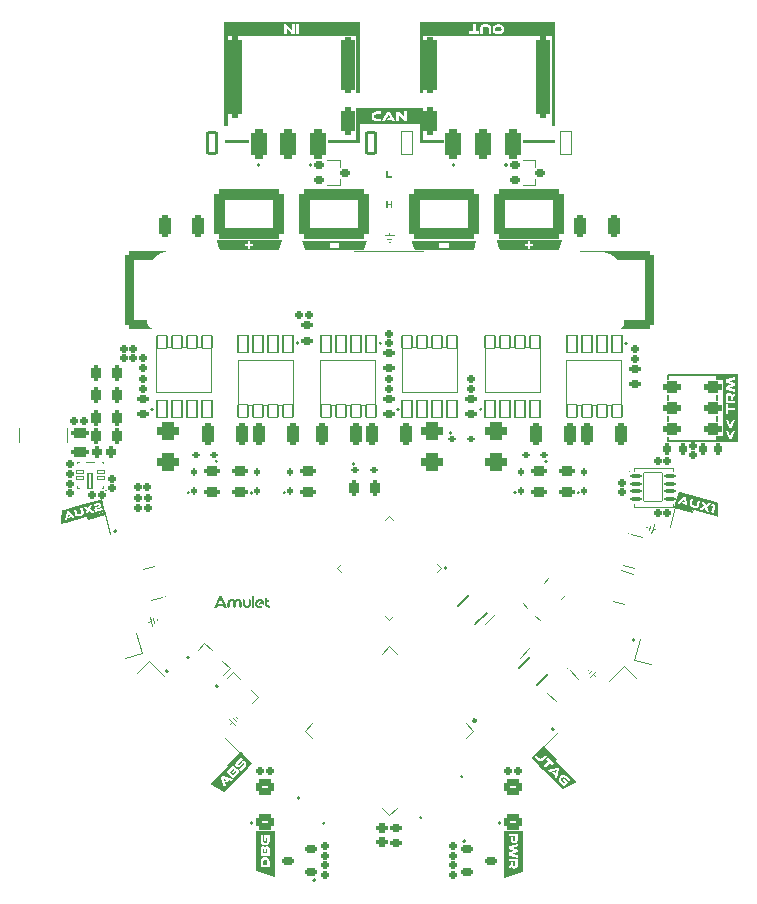
<source format=gbr>
%TF.GenerationSoftware,KiCad,Pcbnew,7.0.6*%
%TF.CreationDate,2024-04-14T17:53:18+02:00*%
%TF.ProjectId,amulet_controller,616d756c-6574-45f6-936f-6e74726f6c6c,1.1*%
%TF.SameCoordinates,Original*%
%TF.FileFunction,Legend,Top*%
%TF.FilePolarity,Positive*%
%FSLAX46Y46*%
G04 Gerber Fmt 4.6, Leading zero omitted, Abs format (unit mm)*
G04 Created by KiCad (PCBNEW 7.0.6) date 2024-04-14 17:53:18*
%MOMM*%
%LPD*%
G01*
G04 APERTURE LIST*
G04 Aperture macros list*
%AMRoundRect*
0 Rectangle with rounded corners*
0 $1 Rounding radius*
0 $2 $3 $4 $5 $6 $7 $8 $9 X,Y pos of 4 corners*
0 Add a 4 corners polygon primitive as box body*
4,1,4,$2,$3,$4,$5,$6,$7,$8,$9,$2,$3,0*
0 Add four circle primitives for the rounded corners*
1,1,$1+$1,$2,$3*
1,1,$1+$1,$4,$5*
1,1,$1+$1,$6,$7*
1,1,$1+$1,$8,$9*
0 Add four rect primitives between the rounded corners*
20,1,$1+$1,$2,$3,$4,$5,0*
20,1,$1+$1,$4,$5,$6,$7,0*
20,1,$1+$1,$6,$7,$8,$9,0*
20,1,$1+$1,$8,$9,$2,$3,0*%
%AMFreePoly0*
4,1,23,0.185356,0.435856,0.235356,0.385856,0.250001,0.350501,0.250001,-0.124500,0.235356,-0.159855,0.185356,-0.209855,0.150001,-0.224500,-0.500000,-0.224500,-0.535355,-0.209855,-0.585355,-0.159855,-0.600000,-0.124500,-0.600000,0.000501,-0.585355,0.035856,-0.535355,0.085856,-0.500000,0.100501,-0.270708,0.100501,-0.249998,0.121211,-0.249998,0.350501,-0.235353,0.385856,-0.185353,0.435856,
-0.149998,0.450501,0.150001,0.450501,0.185356,0.435856,0.185356,0.435856,$1*%
%AMFreePoly1*
4,1,23,0.235356,0.209855,0.285356,0.159855,0.300001,0.124500,0.300001,-0.350503,0.285356,-0.385858,0.235356,-0.435858,0.200001,-0.450503,-0.099998,-0.450501,-0.135353,-0.435856,-0.185353,-0.385856,-0.199998,-0.350501,-0.199998,-0.121211,-0.220708,-0.100501,-0.450000,-0.100501,-0.485355,-0.085856,-0.535355,-0.035856,-0.550000,-0.000501,-0.550000,0.124500,-0.535355,0.159855,-0.485355,0.209855,
-0.450000,0.224500,0.200001,0.224500,0.235356,0.209855,0.235356,0.209855,$1*%
%AMFreePoly2*
4,1,24,0.485355,0.209855,0.535355,0.159855,0.550000,0.124500,0.550000,-0.000501,0.535355,-0.035856,0.485355,-0.085856,0.450000,-0.100501,0.220708,-0.100501,0.199998,-0.121211,0.199998,-0.350501,0.185353,-0.385856,0.135353,-0.435856,0.099998,-0.450501,-0.200001,-0.450503,-0.235356,-0.435859,-0.235356,-0.435858,-0.285356,-0.385858,-0.300001,-0.350503,-0.300001,0.124500,-0.285356,0.159855,
-0.235356,0.209855,-0.200001,0.224500,0.450000,0.224500,0.485355,0.209855,0.485355,0.209855,$1*%
%AMFreePoly3*
4,1,23,0.135353,0.435856,0.185353,0.385856,0.199998,0.350501,0.199998,0.121211,0.220708,0.100501,0.450000,0.100501,0.485355,0.085856,0.535355,0.035856,0.550000,0.000501,0.550000,-0.124500,0.535355,-0.159855,0.485355,-0.209855,0.450000,-0.224500,-0.200001,-0.224500,-0.235356,-0.209855,-0.285356,-0.159855,-0.300001,-0.124500,-0.300001,0.350501,-0.285356,0.385856,-0.235356,0.435856,
-0.200001,0.450501,0.099998,0.450501,0.135353,0.435856,0.135353,0.435856,$1*%
%AMFreePoly4*
4,1,23,1.050356,1.980355,1.065000,1.945000,1.065000,1.170000,1.050804,1.135099,0.485000,0.554662,0.485000,-0.554662,1.050804,-1.135099,1.065000,-1.170000,1.065000,-1.945000,1.050356,-1.980355,1.014999,-1.995000,0.125000,-1.995000,0.089964,-1.980672,-0.470035,-1.430672,-0.484998,-1.395450,-0.485000,-1.395000,-0.485000,1.395000,-0.470355,1.430355,-0.470035,1.430672,0.089964,1.980672,
0.125000,1.995000,1.014999,1.995000,1.050356,1.980355,1.050356,1.980355,$1*%
%AMFreePoly5*
4,1,23,-0.089964,1.980672,0.470035,1.430672,0.484998,1.395450,0.485000,1.395000,0.485000,-1.395000,0.470355,-1.430355,0.470035,-1.430672,-0.089964,-1.980672,-0.125000,-1.995000,-1.014999,-1.995000,-1.050356,-1.980355,-1.065000,-1.945000,-1.065000,-1.170000,-1.050804,-1.135099,-0.485000,-0.554662,-0.485000,0.554662,-1.050804,1.135099,-1.065000,1.170000,-1.065000,1.945000,-1.050356,1.980355,
-1.014999,1.995000,-0.125000,1.995000,-0.089964,1.980672,-0.089964,1.980672,$1*%
G04 Aperture macros list end*
%ADD10C,0.000100*%
%ADD11C,0.100000*%
%ADD12C,0.160000*%
%ADD13C,0.150000*%
%ADD14C,0.200000*%
%ADD15C,0.120000*%
%ADD16C,0.120711*%
%ADD17C,0.249999*%
%ADD18C,0.100001*%
%ADD19C,0.179289*%
%ADD20C,0.152400*%
%ADD21RoundRect,0.287500X0.583363X-0.919239X0.919239X-0.583363X-0.583363X0.919239X-0.919239X0.583363X0*%
%ADD22C,0.800000*%
%ADD23C,0.499800*%
%ADD24RoundRect,0.180000X-0.130000X-0.130000X0.130000X-0.130000X0.130000X0.130000X-0.130000X0.130000X0*%
%ADD25RoundRect,0.050000X-0.425000X0.725000X-0.425000X-0.725000X0.425000X-0.725000X0.425000X0.725000X0*%
%ADD26RoundRect,0.050000X-2.330000X1.875000X-2.330000X-1.875000X2.330000X-1.875000X2.330000X1.875000X0*%
%ADD27RoundRect,0.050000X-0.425000X0.550000X-0.425000X-0.550000X0.425000X-0.550000X0.425000X0.550000X0*%
%ADD28RoundRect,0.187500X-0.097227X-0.168402X0.168402X-0.097227X0.097227X0.168402X-0.168402X0.097227X0*%
%ADD29RoundRect,0.180000X-0.159217X-0.091924X0.091924X-0.159217X0.159217X0.091924X-0.091924X0.159217X0*%
%ADD30RoundRect,0.237500X-0.053033X0.318198X-0.318198X0.053033X0.053033X-0.318198X0.318198X-0.053033X0*%
%ADD31RoundRect,0.200000X0.350000X0.150000X-0.350000X0.150000X-0.350000X-0.150000X0.350000X-0.150000X0*%
%ADD32RoundRect,0.180000X-0.183848X0.000000X0.000000X-0.183848X0.183848X0.000000X0.000000X0.183848X0*%
%ADD33RoundRect,0.237500X-0.194454X0.459619X-0.459619X0.194454X0.194454X-0.459619X0.459619X-0.194454X0*%
%ADD34RoundRect,0.180000X-0.091924X-0.159217X0.159217X-0.091924X0.091924X0.159217X-0.159217X0.091924X0*%
%ADD35RoundRect,0.125000X-0.350000X-0.075000X0.350000X-0.075000X0.350000X0.075000X-0.350000X0.075000X0*%
%ADD36RoundRect,0.050000X-0.800000X-1.200000X0.800000X-1.200000X0.800000X1.200000X-0.800000X1.200000X0*%
%ADD37RoundRect,0.180000X0.183848X0.000000X0.000000X0.183848X-0.183848X0.000000X0.000000X-0.183848X0*%
%ADD38RoundRect,0.212500X0.287500X-0.162500X0.287500X0.162500X-0.287500X0.162500X-0.287500X-0.162500X0*%
%ADD39RoundRect,0.150000X-0.200000X-0.100000X0.200000X-0.100000X0.200000X0.100000X-0.200000X0.100000X0*%
%ADD40RoundRect,0.050000X-0.123744X0.300520X-0.300520X0.123744X0.123744X-0.300520X0.300520X-0.123744X0*%
%ADD41RoundRect,0.237500X0.187500X0.462500X-0.187500X0.462500X-0.187500X-0.462500X0.187500X-0.462500X0*%
%ADD42RoundRect,0.360000X0.310000X0.940000X-0.310000X0.940000X-0.310000X-0.940000X0.310000X-0.940000X0*%
%ADD43RoundRect,0.325000X0.275000X0.822500X-0.275000X0.822500X-0.275000X-0.822500X0.275000X-0.822500X0*%
%ADD44RoundRect,0.325000X0.275000X3.122500X-0.275000X3.122500X-0.275000X-3.122500X0.275000X-3.122500X0*%
%ADD45RoundRect,0.325000X0.275000X2.077500X-0.275000X2.077500X-0.275000X-2.077500X0.275000X-2.077500X0*%
%ADD46RoundRect,0.237500X-0.462500X0.187500X-0.462500X-0.187500X0.462500X-0.187500X0.462500X0.187500X0*%
%ADD47RoundRect,0.180000X0.000000X0.183848X-0.183848X0.000000X0.000000X-0.183848X0.183848X0.000000X0*%
%ADD48RoundRect,0.187500X-0.137500X0.137500X-0.137500X-0.137500X0.137500X-0.137500X0.137500X0.137500X0*%
%ADD49RoundRect,0.150000X-0.212132X0.070711X0.070711X-0.212132X0.212132X-0.070711X-0.070711X0.212132X0*%
%ADD50RoundRect,0.290000X0.510000X-0.360000X0.510000X0.360000X-0.510000X0.360000X-0.510000X-0.360000X0*%
%ADD51RoundRect,0.187500X0.168402X0.097227X-0.097227X0.168402X-0.168402X-0.097227X0.097227X-0.168402X0*%
%ADD52RoundRect,0.245652X0.254348X0.654348X-0.254348X0.654348X-0.254348X-0.654348X0.254348X-0.654348X0*%
%ADD53RoundRect,0.187500X-0.194454X0.000000X0.000000X-0.194454X0.194454X0.000000X0.000000X0.194454X0*%
%ADD54RoundRect,0.180000X0.000000X-0.183848X0.183848X0.000000X0.000000X0.183848X-0.183848X0.000000X0*%
%ADD55RoundRect,0.050000X0.425000X-0.725000X0.425000X0.725000X-0.425000X0.725000X-0.425000X-0.725000X0*%
%ADD56RoundRect,0.050000X2.330000X-1.875000X2.330000X1.875000X-2.330000X1.875000X-2.330000X-1.875000X0*%
%ADD57RoundRect,0.050000X0.425000X-0.550000X0.425000X0.550000X-0.425000X0.550000X-0.425000X-0.550000X0*%
%ADD58RoundRect,0.237500X0.462500X-0.187500X0.462500X0.187500X-0.462500X0.187500X-0.462500X-0.187500X0*%
%ADD59RoundRect,0.245652X-0.642545X-0.282843X-0.282843X-0.642545X0.642545X0.282843X0.282843X0.642545X0*%
%ADD60C,0.399800*%
%ADD61C,2.000000*%
%ADD62RoundRect,0.212500X-0.287500X0.162500X-0.287500X-0.162500X0.287500X-0.162500X0.287500X0.162500X0*%
%ADD63RoundRect,0.187500X0.194454X0.000000X0.000000X0.194454X-0.194454X0.000000X0.000000X-0.194454X0*%
%ADD64RoundRect,0.187500X0.137500X0.137500X-0.137500X0.137500X-0.137500X-0.137500X0.137500X-0.137500X0*%
%ADD65RoundRect,0.187500X0.000000X-0.194454X0.194454X0.000000X0.000000X0.194454X-0.194454X0.000000X0*%
%ADD66RoundRect,0.400000X0.550000X-0.350000X0.550000X0.350000X-0.550000X0.350000X-0.550000X-0.350000X0*%
%ADD67RoundRect,0.180000X0.159217X0.091924X-0.091924X0.159217X-0.159217X-0.091924X0.091924X-0.159217X0*%
%ADD68RoundRect,0.180000X-0.130000X0.130000X-0.130000X-0.130000X0.130000X-0.130000X0.130000X0.130000X0*%
%ADD69RoundRect,0.225000X-0.500000X0.175000X-0.500000X-0.175000X0.500000X-0.175000X0.500000X0.175000X0*%
%ADD70RoundRect,0.187500X0.137500X-0.137500X0.137500X0.137500X-0.137500X0.137500X-0.137500X-0.137500X0*%
%ADD71RoundRect,0.237500X-0.459619X-0.194454X-0.194454X-0.459619X0.459619X0.194454X0.194454X0.459619X0*%
%ADD72RoundRect,0.256521X-0.268479X-0.643479X0.268479X-0.643479X0.268479X0.643479X-0.268479X0.643479X0*%
%ADD73RoundRect,0.237500X0.262500X-0.187500X0.262500X0.187500X-0.262500X0.187500X-0.262500X-0.187500X0*%
%ADD74RoundRect,0.200000X-0.106066X-0.318198X0.318198X0.106066X0.106066X0.318198X-0.318198X-0.106066X0*%
%ADD75RoundRect,0.187500X-0.262500X-0.137500X0.262500X-0.137500X0.262500X0.137500X-0.262500X0.137500X0*%
%ADD76RoundRect,0.112500X-0.123744X0.212132X-0.212132X0.123744X0.123744X-0.212132X0.212132X-0.123744X0*%
%ADD77RoundRect,0.112500X0.212132X0.123744X0.123744X0.212132X-0.212132X-0.123744X-0.123744X-0.212132X0*%
%ADD78RoundRect,0.112500X0.645235X0.556847X0.556847X0.645235X-0.645235X-0.556847X-0.556847X-0.645235X0*%
%ADD79RoundRect,0.180000X0.091924X0.159217X-0.159217X0.091924X-0.091924X-0.159217X0.159217X-0.091924X0*%
%ADD80RoundRect,0.180000X0.130000X0.130000X-0.130000X0.130000X-0.130000X-0.130000X0.130000X-0.130000X0*%
%ADD81RoundRect,0.256521X0.268479X0.643479X-0.268479X0.643479X-0.268479X-0.643479X0.268479X-0.643479X0*%
%ADD82RoundRect,0.200000X-0.601041X-0.388909X-0.388909X-0.601041X0.601041X0.388909X0.388909X0.601041X0*%
%ADD83RoundRect,0.300000X-0.954594X-0.601041X-0.601041X-0.954594X0.954594X0.601041X0.601041X0.954594X0*%
%ADD84RoundRect,0.237500X0.194454X-0.459619X0.459619X-0.194454X-0.194454X0.459619X-0.459619X0.194454X0*%
%ADD85FreePoly0,180.000000*%
%ADD86RoundRect,0.050000X0.300000X0.125000X-0.300000X0.125000X-0.300000X-0.125000X0.300000X-0.125000X0*%
%ADD87FreePoly1,180.000000*%
%ADD88FreePoly2,180.000000*%
%ADD89FreePoly3,180.000000*%
%ADD90RoundRect,0.050000X0.175000X0.650000X-0.175000X0.650000X-0.175000X-0.650000X0.175000X-0.650000X0*%
%ADD91C,0.900000*%
%ADD92C,5.400000*%
%ADD93RoundRect,0.120000X0.325269X0.424264X-0.424264X-0.325269X-0.325269X-0.424264X0.424264X0.325269X0*%
%ADD94RoundRect,0.120000X-0.325269X0.424264X-0.424264X0.325269X0.325269X-0.424264X0.424264X-0.325269X0*%
%ADD95C,1.800000*%
%ADD96O,1.800000X1.800000*%
%ADD97RoundRect,0.150000X0.100000X-0.200000X0.100000X0.200000X-0.100000X0.200000X-0.100000X-0.200000X0*%
%ADD98RoundRect,0.200000X0.637325X-0.326062X0.714971X-0.036284X-0.637325X0.326062X-0.714971X0.036284X0*%
%ADD99RoundRect,0.300000X0.997814X-0.526182X1.127223X-0.043219X-0.997814X0.526182X-1.127223X0.043219X0*%
%ADD100FreePoly4,225.000000*%
%ADD101FreePoly5,225.000000*%
%ADD102RoundRect,0.375000X2.925000X2.925000X-2.925000X2.925000X-2.925000X-2.925000X2.925000X-2.925000X0*%
%ADD103RoundRect,0.180000X0.130000X-0.130000X0.130000X0.130000X-0.130000X0.130000X-0.130000X-0.130000X0*%
%ADD104RoundRect,0.237500X-0.318198X-0.053033X-0.053033X-0.318198X0.318198X0.053033X0.053033X0.318198X0*%
%ADD105RoundRect,0.200000X0.388909X-0.601041X0.601041X-0.388909X-0.388909X0.601041X-0.601041X0.388909X0*%
%ADD106RoundRect,0.300000X0.601041X-0.954594X0.954594X-0.601041X-0.601041X0.954594X-0.954594X0.601041X0*%
%ADD107RoundRect,0.237500X0.053033X-0.318198X0.318198X-0.053033X-0.053033X0.318198X-0.318198X0.053033X0*%
%ADD108RoundRect,0.256521X-0.265165X0.644852X-0.644852X0.265165X0.265165X-0.644852X0.644852X-0.265165X0*%
%ADD109RoundRect,0.245652X-0.254348X-0.654348X0.254348X-0.654348X0.254348X0.654348X-0.254348X0.654348X0*%
%ADD110RoundRect,0.212500X0.162500X0.287500X-0.162500X0.287500X-0.162500X-0.287500X0.162500X-0.287500X0*%
%ADD111RoundRect,0.200000X-0.350000X-0.150000X0.350000X-0.150000X0.350000X0.150000X-0.350000X0.150000X0*%
%ADD112RoundRect,0.050000X-0.257425X0.198386X-0.322130X-0.043095X0.257425X-0.198386X0.322130X0.043095X0*%
%ADD113RoundRect,0.150000X-0.070711X-0.212132X0.212132X0.070711X0.070711X0.212132X-0.212132X-0.070711X0*%
%ADD114RoundRect,0.375000X-2.925000X-2.925000X2.925000X-2.925000X2.925000X2.925000X-2.925000X2.925000X0*%
%ADD115RoundRect,0.237500X0.187500X0.262500X-0.187500X0.262500X-0.187500X-0.262500X0.187500X-0.262500X0*%
%ADD116RoundRect,0.150000X0.200000X0.100000X-0.200000X0.100000X-0.200000X-0.100000X0.200000X-0.100000X0*%
%ADD117RoundRect,0.187500X0.000000X0.194454X-0.194454X0.000000X0.000000X-0.194454X0.194454X0.000000X0*%
%ADD118RoundRect,0.237500X-0.187500X-0.462500X0.187500X-0.462500X0.187500X0.462500X-0.187500X0.462500X0*%
%ADD119RoundRect,0.050000X0.322130X-0.043095X0.257425X0.198386X-0.322130X0.043095X-0.257425X-0.198386X0*%
%ADD120FreePoly4,90.000000*%
%ADD121FreePoly5,90.000000*%
%ADD122RoundRect,0.105000X0.134350X0.212132X-0.212132X-0.134350X-0.134350X-0.212132X0.212132X0.134350X0*%
%ADD123RoundRect,0.105000X-0.134350X0.212132X-0.212132X0.134350X0.134350X-0.212132X0.212132X-0.134350X0*%
%ADD124RoundRect,0.155000X0.000000X2.821356X-2.821356X0.000000X0.000000X-2.821356X2.821356X0.000000X0*%
%ADD125RoundRect,0.200000X-0.714971X-0.036284X-0.637325X-0.326062X0.714971X0.036284X0.637325X0.326062X0*%
%ADD126RoundRect,0.300000X-1.127223X-0.043219X-0.997814X-0.526182X1.127223X0.043219X0.997814X0.526182X0*%
%ADD127RoundRect,0.300000X0.450000X0.250000X-0.450000X0.250000X-0.450000X-0.250000X0.450000X-0.250000X0*%
%ADD128RoundRect,0.465000X2.510000X1.660000X-2.510000X1.660000X-2.510000X-1.660000X2.510000X-1.660000X0*%
%ADD129RoundRect,0.050000X0.450000X1.000000X-0.450000X1.000000X-0.450000X-1.000000X0.450000X-1.000000X0*%
%ADD130RoundRect,0.140000X0.360000X0.910000X-0.360000X0.910000X-0.360000X-0.910000X0.360000X-0.910000X0*%
G04 APERTURE END LIST*
D10*
X145920402Y-58690102D02*
X143320404Y-58690102D01*
X143320403Y-58490103D01*
X145920402Y-58490100D01*
X145920402Y-58690102D01*
G36*
X145920402Y-58690102D02*
G01*
X143320404Y-58690102D01*
X143320403Y-58490103D01*
X145920402Y-58490100D01*
X145920402Y-58690102D01*
G37*
X153080401Y-58690099D02*
X151080400Y-58690102D01*
X151080400Y-58490100D01*
X153080401Y-58490100D01*
X153080401Y-58690099D01*
G36*
X153080401Y-58690099D02*
G01*
X151080400Y-58690102D01*
X151080400Y-58490100D01*
X153080401Y-58490100D01*
X153080401Y-58690099D01*
G37*
D11*
X135606844Y-107396196D02*
X135553810Y-107343162D01*
X148462896Y-67095094D02*
X148537897Y-67095094D01*
X148875401Y-66570099D02*
X148500393Y-66570097D01*
D10*
X151280402Y-58490100D02*
X151080400Y-58490100D01*
X151080400Y-55800100D01*
X151280400Y-55800100D01*
X151280402Y-58490100D01*
G36*
X151280402Y-58490100D02*
G01*
X151080400Y-58490100D01*
X151080400Y-55800100D01*
X151280400Y-55800100D01*
X151280402Y-58490100D01*
G37*
D11*
X165422708Y-103637869D02*
X165687872Y-103372701D01*
D10*
X136049615Y-110420884D02*
X134935403Y-111535101D01*
X134793980Y-111393678D01*
X135908192Y-110279462D01*
X136049615Y-110420884D01*
G36*
X136049615Y-110420884D02*
G01*
X134935403Y-111535101D01*
X134793980Y-111393678D01*
X135908192Y-110279462D01*
X136049615Y-110420884D01*
G37*
D11*
X128100000Y-99300000D02*
X128317330Y-99241776D01*
X128834146Y-99142115D02*
X128814730Y-99069673D01*
X165475738Y-103956068D02*
X165740910Y-103690898D01*
G36*
X176200400Y-78270100D02*
G01*
X176850400Y-78270100D01*
X176850400Y-78821758D01*
X176200400Y-78821758D01*
X176200400Y-78270100D01*
G37*
D10*
X162639616Y-110929314D02*
X162498193Y-111070736D01*
X161388977Y-109961523D01*
X161530400Y-109820100D01*
X162639616Y-110929314D01*
G36*
X162639616Y-110929314D02*
G01*
X162498193Y-111070736D01*
X161388977Y-109961523D01*
X161530400Y-109820100D01*
X162639616Y-110929314D01*
G37*
X145720400Y-48530100D02*
X145920400Y-48530100D01*
X145920400Y-54410100D01*
X145720400Y-54410100D01*
X145720400Y-48530100D01*
G36*
X145720400Y-48530100D02*
G01*
X145920400Y-48530100D01*
X145920400Y-54410100D01*
X145720400Y-54410100D01*
X145720400Y-48530100D01*
G37*
D11*
X135209102Y-107740910D02*
X135474261Y-108006068D01*
X165396196Y-103293156D02*
X165343162Y-103346190D01*
G36*
X176210400Y-83534585D02*
G01*
X176860400Y-83534585D01*
X176860400Y-84086243D01*
X176210400Y-84086243D01*
X176210400Y-83534585D01*
G37*
D10*
X162260400Y-48530100D02*
X162460400Y-48530100D01*
X162460400Y-57240100D01*
X162260400Y-57240100D01*
X162260400Y-48530100D01*
G36*
X162260400Y-48530100D02*
G01*
X162460400Y-48530100D01*
X162460400Y-57240100D01*
X162260400Y-57240100D01*
X162260400Y-48530100D01*
G37*
D11*
X128220273Y-98879546D02*
X128317330Y-99241776D01*
D10*
X134540400Y-48530100D02*
X134740400Y-48530100D01*
X134740400Y-57240100D01*
X134540400Y-57240100D01*
X134540400Y-48530100D01*
G36*
X134540400Y-48530100D02*
G01*
X134740400Y-48530100D01*
X134740400Y-57240100D01*
X134540400Y-57240100D01*
X134540400Y-48530100D01*
G37*
D11*
X148687897Y-66832597D02*
X148312897Y-66832601D01*
X165900000Y-103850000D02*
X165740910Y-103690898D01*
D10*
X136580400Y-58690100D02*
X134580399Y-58690103D01*
X134580399Y-58490101D01*
X136580400Y-58490101D01*
X136580400Y-58690100D01*
G36*
X136580400Y-58690100D02*
G01*
X134580399Y-58690103D01*
X134580399Y-58490101D01*
X136580400Y-58490101D01*
X136580400Y-58690100D01*
G37*
D11*
X165740910Y-103690898D02*
X166006068Y-103425739D01*
X134943932Y-107475738D02*
X135209102Y-107740910D01*
D10*
X151080400Y-48530100D02*
X151280400Y-48530100D01*
X151280400Y-54410100D01*
X151080400Y-54410100D01*
X151080400Y-48530100D01*
G36*
X151080400Y-48530100D02*
G01*
X151280400Y-48530100D01*
X151280400Y-54410100D01*
X151080400Y-54410100D01*
X151080400Y-48530100D01*
G37*
D11*
X148500393Y-66570097D02*
X148125400Y-66570099D01*
X135050000Y-107900000D02*
X135209102Y-107740910D01*
X170310270Y-91219662D02*
X170290858Y-91292107D01*
X170807672Y-91391760D02*
X170904727Y-91029546D01*
D10*
X124485615Y-90174095D02*
X122970400Y-90580100D01*
X122918637Y-90386914D01*
X124433850Y-89980908D01*
X124485615Y-90174095D01*
G36*
X124485615Y-90174095D02*
G01*
X122970400Y-90580100D01*
X122918637Y-90386914D01*
X124433850Y-89980908D01*
X124485615Y-90174095D01*
G37*
D11*
X148500400Y-66345102D02*
X148500393Y-66570097D01*
X128522354Y-98992718D02*
X128619421Y-99354945D01*
X171025000Y-91450000D02*
X170807672Y-91391760D01*
D10*
X162420398Y-58690100D02*
X159820400Y-58690100D01*
X159820399Y-58490101D01*
X162420398Y-58490098D01*
X162420398Y-58690100D01*
G36*
X162420398Y-58690100D02*
G01*
X159820400Y-58690100D01*
X159820399Y-58490101D01*
X162420398Y-58490098D01*
X162420398Y-58690100D01*
G37*
D11*
X170710612Y-91753990D02*
X170807672Y-91391760D01*
D10*
X145920402Y-58490100D02*
X145720400Y-58490100D01*
X145720400Y-55800100D01*
X145920400Y-55800100D01*
X145920402Y-58490100D01*
G36*
X145920402Y-58490100D02*
G01*
X145720400Y-58490100D01*
X145720400Y-55800100D01*
X145920400Y-55800100D01*
X145920402Y-58490100D01*
G37*
D11*
X170505588Y-91504936D02*
X170602641Y-91142712D01*
D10*
X174227380Y-89762910D02*
X174175617Y-89956097D01*
X172660400Y-89550100D01*
X172712165Y-89356914D01*
X174227380Y-89762910D01*
G36*
X174227380Y-89762910D02*
G01*
X174175617Y-89956097D01*
X172660400Y-89550100D01*
X172712165Y-89356914D01*
X174227380Y-89762910D01*
G37*
D11*
X135262131Y-107422708D02*
X135527299Y-107687872D01*
X128317330Y-99241776D02*
X128414383Y-99603993D01*
D12*
G36*
X134238172Y-97099937D02*
G01*
X134251535Y-97101343D01*
X134265648Y-97104100D01*
X134275342Y-97106756D01*
X134285172Y-97110114D01*
X134295057Y-97114214D01*
X134304918Y-97119098D01*
X134314677Y-97124806D01*
X134324252Y-97131380D01*
X134333566Y-97138859D01*
X134342539Y-97147285D01*
X134351091Y-97156699D01*
X134359143Y-97167140D01*
X134366615Y-97178651D01*
X134373428Y-97191272D01*
X134377691Y-97201749D01*
X134382811Y-97213403D01*
X134389737Y-97228938D01*
X134398332Y-97248057D01*
X134408455Y-97270461D01*
X134419969Y-97295854D01*
X134432733Y-97323938D01*
X134446610Y-97354416D01*
X134461459Y-97386990D01*
X134477143Y-97421364D01*
X134493521Y-97457239D01*
X134510456Y-97494319D01*
X134527807Y-97532306D01*
X134545437Y-97570903D01*
X134563205Y-97609813D01*
X134580973Y-97648737D01*
X134598603Y-97687379D01*
X134615954Y-97725441D01*
X134632889Y-97762626D01*
X134649267Y-97798637D01*
X134664950Y-97833176D01*
X134679800Y-97865946D01*
X134693676Y-97896649D01*
X134706441Y-97924989D01*
X134717954Y-97950667D01*
X134728078Y-97973387D01*
X134736673Y-97992851D01*
X134743599Y-98008761D01*
X134748719Y-98020821D01*
X134752982Y-98032200D01*
X134753967Y-98034058D01*
X134757336Y-98043923D01*
X134758599Y-98054182D01*
X134758307Y-98058533D01*
X134755810Y-98069104D01*
X134751528Y-98078640D01*
X134744984Y-98087615D01*
X134735930Y-98094883D01*
X134726716Y-98098697D01*
X134715612Y-98100100D01*
X134640141Y-98100100D01*
X134634859Y-98100077D01*
X134620661Y-98099735D01*
X134608721Y-98098988D01*
X134595838Y-98097369D01*
X134585823Y-98095048D01*
X134576340Y-98091179D01*
X134567723Y-98085145D01*
X134560030Y-98077629D01*
X134552156Y-98068391D01*
X134544066Y-98059495D01*
X134535766Y-98050940D01*
X134527265Y-98042721D01*
X134518569Y-98034835D01*
X134509687Y-98027280D01*
X134500626Y-98020051D01*
X134491394Y-98013145D01*
X134481998Y-98006560D01*
X134472447Y-98000292D01*
X134462747Y-97994337D01*
X134452907Y-97988693D01*
X134442934Y-97983356D01*
X134432835Y-97978323D01*
X134422619Y-97973590D01*
X134412293Y-97969155D01*
X134401865Y-97965014D01*
X134391342Y-97961163D01*
X134380732Y-97957601D01*
X134370043Y-97954322D01*
X134359282Y-97951325D01*
X134348456Y-97948605D01*
X134337575Y-97946160D01*
X134326644Y-97943986D01*
X134315673Y-97942080D01*
X134304668Y-97940439D01*
X134293637Y-97939060D01*
X134282588Y-97937938D01*
X134271528Y-97937071D01*
X134260465Y-97936456D01*
X134249407Y-97936090D01*
X134238362Y-97935968D01*
X134236149Y-97936031D01*
X134226294Y-97936497D01*
X134215884Y-97936905D01*
X134204805Y-97937205D01*
X134194341Y-97937371D01*
X134182430Y-97937434D01*
X134176193Y-97937835D01*
X134166282Y-97938912D01*
X134155693Y-97940563D01*
X134144416Y-97942794D01*
X134132437Y-97945610D01*
X134119746Y-97949015D01*
X134106329Y-97953014D01*
X134096975Y-97956012D01*
X134087290Y-97959278D01*
X134077270Y-97962813D01*
X134066912Y-97966619D01*
X134056212Y-97970696D01*
X134045166Y-97975047D01*
X134034141Y-97979615D01*
X134023324Y-97984433D01*
X134012716Y-97989499D01*
X134002320Y-97994812D01*
X133992138Y-98000369D01*
X133982170Y-98006170D01*
X133972419Y-98012211D01*
X133962887Y-98018492D01*
X133953575Y-98025010D01*
X133944485Y-98031764D01*
X133935619Y-98038753D01*
X133926979Y-98045973D01*
X133918567Y-98053424D01*
X133910383Y-98061103D01*
X133902431Y-98069009D01*
X133894712Y-98077141D01*
X133892992Y-98079814D01*
X133885781Y-98087955D01*
X133876495Y-98093361D01*
X133865186Y-98096699D01*
X133853050Y-98098573D01*
X133841794Y-98099499D01*
X133828442Y-98100003D01*
X133818264Y-98100100D01*
X133745480Y-98100100D01*
X133739019Y-98099682D01*
X133728466Y-98097025D01*
X133719094Y-98092087D01*
X133711163Y-98085066D01*
X133704936Y-98076164D01*
X133701947Y-98069241D01*
X133699204Y-98058928D01*
X133698341Y-98048564D01*
X133698542Y-98041124D01*
X133700295Y-98031467D01*
X133739155Y-97949661D01*
X133775430Y-97873149D01*
X133806844Y-97806764D01*
X134010483Y-97806764D01*
X134012237Y-97806154D01*
X134022695Y-97802714D01*
X134032887Y-97799598D01*
X134044473Y-97796281D01*
X134053950Y-97793729D01*
X134064002Y-97791172D01*
X134074541Y-97788659D01*
X134085476Y-97786236D01*
X134096719Y-97783951D01*
X134108181Y-97781851D01*
X134111866Y-97781199D01*
X134122626Y-97779387D01*
X134132939Y-97777786D01*
X134142797Y-97776390D01*
X134155221Y-97774837D01*
X134166807Y-97773622D01*
X134177537Y-97772733D01*
X134189719Y-97772056D01*
X134200504Y-97771837D01*
X134206436Y-97771807D01*
X134216802Y-97771602D01*
X134227546Y-97771169D01*
X134238362Y-97770616D01*
X134252423Y-97770763D01*
X134266551Y-97771195D01*
X134280705Y-97771902D01*
X134294843Y-97772871D01*
X134308924Y-97774091D01*
X134322906Y-97775549D01*
X134336748Y-97777234D01*
X134350408Y-97779134D01*
X134363845Y-97781237D01*
X134377017Y-97783532D01*
X134389883Y-97786006D01*
X134402402Y-97788648D01*
X134414530Y-97791446D01*
X134426229Y-97794388D01*
X134437454Y-97797463D01*
X134448167Y-97800658D01*
X134441084Y-97784538D01*
X134437310Y-97777693D01*
X134431798Y-97767379D01*
X134425566Y-97755087D01*
X134420512Y-97744728D01*
X134414388Y-97731889D01*
X134406894Y-97715931D01*
X134402539Y-97706582D01*
X134397730Y-97696213D01*
X134392429Y-97684745D01*
X134386598Y-97672097D01*
X134380200Y-97658189D01*
X134373196Y-97642941D01*
X134365551Y-97626274D01*
X134357226Y-97608106D01*
X134348184Y-97588359D01*
X134338387Y-97566952D01*
X134327798Y-97543805D01*
X134316380Y-97518838D01*
X134304094Y-97491971D01*
X134290904Y-97463124D01*
X134276772Y-97432218D01*
X134261660Y-97399171D01*
X134245531Y-97363905D01*
X134228348Y-97326338D01*
X134218185Y-97347903D01*
X134208391Y-97368734D01*
X134198958Y-97388846D01*
X134189878Y-97408251D01*
X134181144Y-97426963D01*
X134172747Y-97444996D01*
X134164681Y-97462363D01*
X134156937Y-97479078D01*
X134149509Y-97495154D01*
X134142387Y-97510605D01*
X134135565Y-97525445D01*
X134129035Y-97539687D01*
X134122788Y-97553344D01*
X134116818Y-97566430D01*
X134111117Y-97578959D01*
X134105677Y-97590945D01*
X134100490Y-97602400D01*
X134095549Y-97613338D01*
X134090845Y-97623774D01*
X134086372Y-97633719D01*
X134082122Y-97643189D01*
X134078086Y-97652196D01*
X134070628Y-97668877D01*
X134063937Y-97683871D01*
X134057952Y-97697286D01*
X134052611Y-97709231D01*
X134047853Y-97719813D01*
X134041810Y-97733460D01*
X134036764Y-97744958D01*
X134032552Y-97754658D01*
X134027949Y-97765399D01*
X134023282Y-97776469D01*
X134019119Y-97786435D01*
X134014704Y-97796917D01*
X134010483Y-97806764D01*
X133806844Y-97806764D01*
X133809219Y-97801746D01*
X133840618Y-97735268D01*
X133869727Y-97673530D01*
X133896644Y-97616346D01*
X133921467Y-97563532D01*
X133944294Y-97514901D01*
X133965223Y-97470270D01*
X133984352Y-97429453D01*
X134001781Y-97392266D01*
X134017606Y-97358522D01*
X134031927Y-97328037D01*
X134044841Y-97300626D01*
X134056447Y-97276105D01*
X134066842Y-97254287D01*
X134076126Y-97234987D01*
X134084396Y-97218022D01*
X134091750Y-97203205D01*
X134098287Y-97190351D01*
X134104104Y-97179276D01*
X134109301Y-97169795D01*
X134118225Y-97154872D01*
X134125844Y-97144102D01*
X134132943Y-97136005D01*
X134140308Y-97129100D01*
X134148725Y-97121907D01*
X134155579Y-97117793D01*
X134165598Y-97112624D01*
X134175237Y-97108542D01*
X134187369Y-97104570D01*
X134198520Y-97102001D01*
X134208514Y-97100531D01*
X134219115Y-97099776D01*
X134229813Y-97099681D01*
X134238172Y-97099937D01*
G37*
G36*
X134812333Y-97689527D02*
G01*
X134812333Y-97991900D01*
X134812876Y-98003091D01*
X134814458Y-98013580D01*
X134817006Y-98023366D01*
X134822485Y-98036717D01*
X134829734Y-98048469D01*
X134838510Y-98058610D01*
X134848572Y-98067132D01*
X134859676Y-98074024D01*
X134871581Y-98079278D01*
X134884042Y-98082883D01*
X134896817Y-98084829D01*
X134905389Y-98085201D01*
X134918338Y-98084336D01*
X134931186Y-98081760D01*
X134943676Y-98077501D01*
X134955552Y-98071587D01*
X134966560Y-98064044D01*
X134976442Y-98054902D01*
X134984942Y-98044188D01*
X134991805Y-98031929D01*
X134996775Y-98018154D01*
X134998910Y-98008141D01*
X135000014Y-97997475D01*
X135000155Y-97991900D01*
X135000155Y-97689527D01*
X135001026Y-97670483D01*
X135003568Y-97652731D01*
X135007681Y-97636260D01*
X135013261Y-97621063D01*
X135020206Y-97607131D01*
X135028414Y-97594456D01*
X135037783Y-97583028D01*
X135048210Y-97572840D01*
X135059593Y-97563883D01*
X135071830Y-97556148D01*
X135084818Y-97549626D01*
X135098456Y-97544310D01*
X135112639Y-97540189D01*
X135127268Y-97537257D01*
X135142238Y-97535504D01*
X135157448Y-97534922D01*
X135172691Y-97535534D01*
X135187754Y-97537367D01*
X135202527Y-97540420D01*
X135216898Y-97544687D01*
X135230757Y-97550167D01*
X135243993Y-97556856D01*
X135256494Y-97564751D01*
X135268151Y-97573848D01*
X135278851Y-97584144D01*
X135288485Y-97595636D01*
X135296941Y-97608322D01*
X135304108Y-97622196D01*
X135309875Y-97637258D01*
X135314132Y-97653502D01*
X135316768Y-97670926D01*
X135317671Y-97689527D01*
X135317671Y-97991900D01*
X135318231Y-98002889D01*
X135319860Y-98013230D01*
X135322482Y-98022912D01*
X135328111Y-98036185D01*
X135335549Y-98047932D01*
X135344538Y-98058126D01*
X135354823Y-98066738D01*
X135366149Y-98073740D01*
X135378259Y-98079106D01*
X135390896Y-98082807D01*
X135403806Y-98084816D01*
X135412437Y-98085201D01*
X135425288Y-98084336D01*
X135437985Y-98081760D01*
X135450288Y-98077501D01*
X135461952Y-98071587D01*
X135472736Y-98064044D01*
X135482397Y-98054902D01*
X135490691Y-98044188D01*
X135497377Y-98031929D01*
X135502211Y-98018154D01*
X135504285Y-98008141D01*
X135505357Y-97997475D01*
X135505494Y-97991900D01*
X135505494Y-97689527D01*
X135506383Y-97670926D01*
X135508980Y-97653502D01*
X135513175Y-97637258D01*
X135518862Y-97622196D01*
X135525933Y-97608322D01*
X135534281Y-97595636D01*
X135543796Y-97584144D01*
X135554373Y-97573848D01*
X135565903Y-97564751D01*
X135578278Y-97556856D01*
X135591391Y-97550167D01*
X135605133Y-97544687D01*
X135619399Y-97540420D01*
X135634079Y-97537367D01*
X135649066Y-97535534D01*
X135664252Y-97534922D01*
X135679280Y-97535534D01*
X135694155Y-97537367D01*
X135708764Y-97540420D01*
X135722996Y-97544687D01*
X135736737Y-97550167D01*
X135749874Y-97556856D01*
X135762294Y-97564751D01*
X135773886Y-97573848D01*
X135784536Y-97584144D01*
X135794132Y-97595636D01*
X135802561Y-97608322D01*
X135809710Y-97622196D01*
X135815466Y-97637258D01*
X135819718Y-97653502D01*
X135822351Y-97670926D01*
X135823254Y-97689527D01*
X135823254Y-97991900D01*
X135823811Y-98002889D01*
X135825432Y-98013230D01*
X135828042Y-98022912D01*
X135833647Y-98036185D01*
X135841054Y-98047932D01*
X135850010Y-98058126D01*
X135860261Y-98066738D01*
X135871554Y-98073740D01*
X135883635Y-98079106D01*
X135896251Y-98082807D01*
X135909147Y-98084816D01*
X135917776Y-98085201D01*
X135930688Y-98084336D01*
X135943437Y-98081760D01*
X135955780Y-98077501D01*
X135967475Y-98071587D01*
X135978282Y-98064044D01*
X135987959Y-98054902D01*
X135996264Y-98044188D01*
X136002955Y-98031929D01*
X136007792Y-98018154D01*
X136009867Y-98008141D01*
X136010939Y-97997475D01*
X136011077Y-97991900D01*
X136011077Y-97689527D01*
X136010585Y-97667730D01*
X136009132Y-97646710D01*
X136006750Y-97626461D01*
X136003469Y-97606978D01*
X135999321Y-97588256D01*
X135994339Y-97570289D01*
X135988553Y-97553071D01*
X135981996Y-97536597D01*
X135974699Y-97520861D01*
X135966694Y-97505857D01*
X135958012Y-97491580D01*
X135948686Y-97478025D01*
X135938746Y-97465185D01*
X135928225Y-97453056D01*
X135917153Y-97441631D01*
X135905564Y-97430905D01*
X135893487Y-97420872D01*
X135880956Y-97411527D01*
X135868002Y-97402864D01*
X135854656Y-97394878D01*
X135840950Y-97387563D01*
X135826916Y-97380914D01*
X135812586Y-97374924D01*
X135797990Y-97369588D01*
X135783161Y-97364901D01*
X135768131Y-97360857D01*
X135752930Y-97357451D01*
X135737591Y-97354677D01*
X135722146Y-97352528D01*
X135706626Y-97351001D01*
X135691062Y-97350088D01*
X135675487Y-97349785D01*
X135656630Y-97350190D01*
X135637916Y-97351396D01*
X135619392Y-97353392D01*
X135601103Y-97356166D01*
X135583097Y-97359708D01*
X135565419Y-97364005D01*
X135548115Y-97369046D01*
X135531231Y-97374820D01*
X135514814Y-97381316D01*
X135498909Y-97388521D01*
X135483564Y-97396424D01*
X135468823Y-97405015D01*
X135454734Y-97414281D01*
X135441341Y-97424211D01*
X135428693Y-97434793D01*
X135416834Y-97446017D01*
X135405852Y-97434834D01*
X135394009Y-97424281D01*
X135381361Y-97414372D01*
X135367962Y-97405118D01*
X135353868Y-97396533D01*
X135339133Y-97388628D01*
X135323813Y-97381417D01*
X135307962Y-97374912D01*
X135291637Y-97369125D01*
X135274891Y-97364069D01*
X135257781Y-97359757D01*
X135240361Y-97356201D01*
X135222686Y-97353413D01*
X135204811Y-97351406D01*
X135186792Y-97350193D01*
X135168683Y-97349785D01*
X135152318Y-97350112D01*
X135135942Y-97351092D01*
X135119592Y-97352727D01*
X135103302Y-97355017D01*
X135087106Y-97357964D01*
X135071040Y-97361569D01*
X135055137Y-97365833D01*
X135039433Y-97370756D01*
X135023962Y-97376340D01*
X135008759Y-97382586D01*
X134993858Y-97389495D01*
X134979296Y-97397068D01*
X134965105Y-97405306D01*
X134951321Y-97414209D01*
X134937978Y-97423780D01*
X134925112Y-97434019D01*
X134912756Y-97444926D01*
X134900947Y-97456504D01*
X134889717Y-97468753D01*
X134879103Y-97481674D01*
X134869138Y-97495268D01*
X134859857Y-97509537D01*
X134851296Y-97524480D01*
X134843489Y-97540100D01*
X134836470Y-97556397D01*
X134830274Y-97573373D01*
X134824937Y-97591028D01*
X134820492Y-97609363D01*
X134816974Y-97628379D01*
X134814419Y-97648078D01*
X134812860Y-97668460D01*
X134812333Y-97689527D01*
G37*
G36*
X136106820Y-97474594D02*
G01*
X136106820Y-97775989D01*
X136107347Y-97796562D01*
X136108906Y-97816513D01*
X136111461Y-97835840D01*
X136114979Y-97854541D01*
X136119424Y-97872614D01*
X136124762Y-97890058D01*
X136130957Y-97906869D01*
X136137976Y-97923046D01*
X136145783Y-97938587D01*
X136154345Y-97953490D01*
X136163625Y-97967753D01*
X136173590Y-97981374D01*
X136184204Y-97994350D01*
X136195434Y-98006679D01*
X136207243Y-98018361D01*
X136219599Y-98029391D01*
X136232465Y-98039769D01*
X136245808Y-98049493D01*
X136259592Y-98058559D01*
X136273783Y-98066967D01*
X136288346Y-98074715D01*
X136303246Y-98081799D01*
X136318449Y-98088218D01*
X136333920Y-98093971D01*
X136349624Y-98099054D01*
X136365527Y-98103466D01*
X136381593Y-98107205D01*
X136397789Y-98110269D01*
X136414080Y-98112656D01*
X136430430Y-98114363D01*
X136446805Y-98115389D01*
X136463170Y-98115731D01*
X136479007Y-98115409D01*
X136494806Y-98114441D01*
X136510536Y-98112825D01*
X136526168Y-98110559D01*
X136541671Y-98107643D01*
X136557015Y-98104073D01*
X136572168Y-98099848D01*
X136587100Y-98094967D01*
X136601782Y-98089426D01*
X136616181Y-98083225D01*
X136630269Y-98076362D01*
X136644014Y-98068835D01*
X136657385Y-98060642D01*
X136670353Y-98051781D01*
X136682887Y-98042250D01*
X136694957Y-98032047D01*
X136706531Y-98021172D01*
X136717579Y-98009621D01*
X136728071Y-97997393D01*
X136737977Y-97984486D01*
X136747265Y-97970899D01*
X136755906Y-97956629D01*
X136763868Y-97941675D01*
X136771122Y-97926034D01*
X136777637Y-97909706D01*
X136783382Y-97892688D01*
X136788327Y-97874978D01*
X136792441Y-97856575D01*
X136795694Y-97837476D01*
X136798055Y-97817680D01*
X136799494Y-97797185D01*
X136799981Y-97775989D01*
X136799981Y-97474594D01*
X136799438Y-97463360D01*
X136797856Y-97452833D01*
X136795307Y-97443015D01*
X136789829Y-97429622D01*
X136782580Y-97417840D01*
X136773803Y-97407676D01*
X136763741Y-97399138D01*
X136752637Y-97392235D01*
X136740733Y-97386975D01*
X136728272Y-97383368D01*
X136715496Y-97381420D01*
X136706924Y-97381049D01*
X136694032Y-97381884D01*
X136681219Y-97384386D01*
X136668744Y-97388545D01*
X136656868Y-97394354D01*
X136645851Y-97401802D01*
X136635951Y-97410883D01*
X136627428Y-97421588D01*
X136620543Y-97433908D01*
X136616990Y-97443015D01*
X136614357Y-97452833D01*
X136612721Y-97463360D01*
X136612158Y-97474594D01*
X136612158Y-97775989D01*
X136611255Y-97794851D01*
X136608620Y-97812509D01*
X136604363Y-97828961D01*
X136598595Y-97844206D01*
X136591428Y-97858241D01*
X136582972Y-97871065D01*
X136573338Y-97882676D01*
X136562638Y-97893073D01*
X136550981Y-97902253D01*
X136538480Y-97910215D01*
X136525244Y-97916957D01*
X136511385Y-97922478D01*
X136497014Y-97926774D01*
X136482241Y-97929846D01*
X136467178Y-97931690D01*
X136451935Y-97932305D01*
X136436725Y-97931690D01*
X136421755Y-97929846D01*
X136407126Y-97926774D01*
X136392943Y-97922478D01*
X136379305Y-97916957D01*
X136366317Y-97910215D01*
X136354080Y-97902253D01*
X136342697Y-97893073D01*
X136332270Y-97882676D01*
X136322901Y-97871065D01*
X136314693Y-97858241D01*
X136307748Y-97844206D01*
X136302168Y-97828961D01*
X136298055Y-97812509D01*
X136295513Y-97794851D01*
X136294642Y-97775989D01*
X136294642Y-97474594D01*
X136294099Y-97463360D01*
X136292517Y-97452833D01*
X136289967Y-97443015D01*
X136284485Y-97429622D01*
X136277229Y-97417840D01*
X136268440Y-97407676D01*
X136258360Y-97399138D01*
X136247230Y-97392235D01*
X136235291Y-97386975D01*
X136222787Y-97383368D01*
X136209957Y-97381420D01*
X136201342Y-97381049D01*
X136188455Y-97381919D01*
X136175658Y-97384512D01*
X136163209Y-97388795D01*
X136151363Y-97394740D01*
X136140379Y-97402316D01*
X136130513Y-97411492D01*
X136122023Y-97422239D01*
X136115166Y-97434526D01*
X136110199Y-97448324D01*
X136108065Y-97458346D01*
X136106961Y-97469017D01*
X136106820Y-97474594D01*
G37*
G36*
X136896213Y-97192982D02*
G01*
X136896213Y-98000937D01*
X136896772Y-98011883D01*
X136898401Y-98022186D01*
X136901022Y-98031836D01*
X136906647Y-98045069D01*
X136914077Y-98056785D01*
X136923054Y-98066955D01*
X136933321Y-98075551D01*
X136944621Y-98082543D01*
X136956697Y-98087903D01*
X136969291Y-98091601D01*
X136982146Y-98093608D01*
X136990735Y-98093993D01*
X137003647Y-98093129D01*
X137016396Y-98090554D01*
X137028739Y-98086299D01*
X137040434Y-98080392D01*
X137051241Y-98072862D01*
X137060918Y-98063738D01*
X137069223Y-98053050D01*
X137075914Y-98040825D01*
X137080751Y-98027093D01*
X137082826Y-98017116D01*
X137083898Y-98006490D01*
X137084035Y-98000937D01*
X137084035Y-97192982D01*
X137083492Y-97181791D01*
X137081910Y-97171301D01*
X137079360Y-97161516D01*
X137073878Y-97148164D01*
X137066622Y-97136413D01*
X137057833Y-97126271D01*
X137047752Y-97117750D01*
X137036622Y-97110857D01*
X137024684Y-97105604D01*
X137012179Y-97101999D01*
X136999349Y-97100052D01*
X136990735Y-97099681D01*
X136977905Y-97100516D01*
X136965142Y-97103017D01*
X136952708Y-97107172D01*
X136940863Y-97112973D01*
X136929869Y-97120410D01*
X136919985Y-97129472D01*
X136911473Y-97140151D01*
X136904593Y-97152437D01*
X136899607Y-97166320D01*
X136897464Y-97176458D01*
X136896355Y-97187299D01*
X136896213Y-97192982D01*
G37*
G36*
X137152423Y-97731049D02*
G01*
X137152965Y-97752330D01*
X137154570Y-97773163D01*
X137157206Y-97793533D01*
X137160841Y-97813425D01*
X137165442Y-97832823D01*
X137170979Y-97851713D01*
X137177418Y-97870080D01*
X137184728Y-97887910D01*
X137192878Y-97905186D01*
X137201834Y-97921895D01*
X137211565Y-97938022D01*
X137222040Y-97953550D01*
X137233225Y-97968467D01*
X137245090Y-97982756D01*
X137257602Y-97996404D01*
X137270728Y-98009394D01*
X137284439Y-98021712D01*
X137298700Y-98033344D01*
X137313480Y-98044273D01*
X137328748Y-98054487D01*
X137344471Y-98063968D01*
X137360617Y-98072704D01*
X137377155Y-98080678D01*
X137394052Y-98087876D01*
X137411276Y-98094283D01*
X137428796Y-98099884D01*
X137446579Y-98104664D01*
X137464594Y-98108608D01*
X137482808Y-98111702D01*
X137501189Y-98113931D01*
X137519706Y-98115278D01*
X137538327Y-98115731D01*
X137549713Y-98115579D01*
X137561065Y-98115119D01*
X137572383Y-98114350D01*
X137583668Y-98113266D01*
X137594921Y-98111864D01*
X137606140Y-98110141D01*
X137617328Y-98108093D01*
X137628483Y-98105717D01*
X137639607Y-98103009D01*
X137650700Y-98099965D01*
X137661762Y-98096582D01*
X137672794Y-98092856D01*
X137683796Y-98088784D01*
X137694768Y-98084362D01*
X137705711Y-98079587D01*
X137716624Y-98074454D01*
X137725259Y-98069790D01*
X137736339Y-98062373D01*
X137745361Y-98054579D01*
X137752535Y-98046553D01*
X137758070Y-98038440D01*
X137763266Y-98027738D01*
X137766421Y-98017483D01*
X137768253Y-98005815D01*
X137768648Y-97996052D01*
X137767679Y-97985818D01*
X137765345Y-97975462D01*
X137762329Y-97965400D01*
X137761565Y-97963079D01*
X137757367Y-97952002D01*
X137750650Y-97940731D01*
X137744139Y-97932460D01*
X137736504Y-97924586D01*
X137727871Y-97917327D01*
X137718365Y-97910901D01*
X137708112Y-97905524D01*
X137697237Y-97901415D01*
X137685867Y-97898790D01*
X137674126Y-97897866D01*
X137663627Y-97898527D01*
X137653993Y-97900246D01*
X137644277Y-97903112D01*
X137634802Y-97907200D01*
X137630895Y-97909346D01*
X137619695Y-97914943D01*
X137608429Y-97919822D01*
X137597077Y-97923973D01*
X137585619Y-97927389D01*
X137574035Y-97930061D01*
X137562305Y-97931980D01*
X137550409Y-97933138D01*
X137538327Y-97933526D01*
X137525482Y-97933117D01*
X137512879Y-97931901D01*
X137500538Y-97929897D01*
X137488479Y-97927122D01*
X137476720Y-97923595D01*
X137465280Y-97919332D01*
X137454180Y-97914353D01*
X137443439Y-97908674D01*
X137433075Y-97902314D01*
X137423108Y-97895291D01*
X137413558Y-97887623D01*
X137404444Y-97879327D01*
X137395785Y-97870421D01*
X137387600Y-97860924D01*
X137379908Y-97850852D01*
X137372730Y-97840225D01*
X137366097Y-97829988D01*
X137360350Y-97820084D01*
X137355427Y-97810536D01*
X137351264Y-97801368D01*
X137346306Y-97788380D01*
X137342703Y-97776379D01*
X137340241Y-97765447D01*
X137338706Y-97755661D01*
X137337731Y-97744535D01*
X137337524Y-97733983D01*
X137337559Y-97729583D01*
X137337862Y-97719392D01*
X137338788Y-97709147D01*
X137340367Y-97698839D01*
X137342627Y-97688459D01*
X137345598Y-97677999D01*
X137349306Y-97667450D01*
X137353782Y-97656804D01*
X137359053Y-97646052D01*
X137366280Y-97632568D01*
X137374199Y-97619959D01*
X137382776Y-97608225D01*
X137391976Y-97597364D01*
X137401764Y-97587376D01*
X137412106Y-97578260D01*
X137422966Y-97570016D01*
X137434310Y-97562643D01*
X137446104Y-97556140D01*
X137458312Y-97550506D01*
X137470901Y-97545741D01*
X137483834Y-97541844D01*
X137497078Y-97538815D01*
X137510598Y-97536651D01*
X137524359Y-97535354D01*
X137538327Y-97534922D01*
X137552336Y-97535369D01*
X137566207Y-97536701D01*
X137579878Y-97538905D01*
X137593293Y-97541966D01*
X137606392Y-97545873D01*
X137619115Y-97550609D01*
X137631403Y-97556163D01*
X137643199Y-97562521D01*
X137654442Y-97569669D01*
X137665073Y-97577592D01*
X137675034Y-97586279D01*
X137684266Y-97595715D01*
X137692709Y-97605887D01*
X137700304Y-97616780D01*
X137706993Y-97628382D01*
X137712716Y-97640679D01*
X137702871Y-97639809D01*
X137692464Y-97639276D01*
X137688048Y-97639213D01*
X137674166Y-97639359D01*
X137660272Y-97639788D01*
X137646367Y-97640487D01*
X137632454Y-97641441D01*
X137618532Y-97642640D01*
X137604603Y-97644067D01*
X137590669Y-97645712D01*
X137576730Y-97647559D01*
X137562789Y-97649597D01*
X137548845Y-97651811D01*
X137539548Y-97653379D01*
X137529706Y-97655725D01*
X137516769Y-97660541D01*
X137505881Y-97666691D01*
X137496880Y-97673922D01*
X137489604Y-97681983D01*
X137483891Y-97690625D01*
X137479580Y-97699595D01*
X137475732Y-97711631D01*
X137473705Y-97723210D01*
X137473114Y-97733735D01*
X137473813Y-97743595D01*
X137474982Y-97753790D01*
X137475801Y-97761579D01*
X137479454Y-97771853D01*
X137485422Y-97782225D01*
X137493365Y-97792242D01*
X137500413Y-97799250D01*
X137508238Y-97805612D01*
X137516694Y-97811140D01*
X137525638Y-97815641D01*
X137534927Y-97818924D01*
X137547599Y-97821079D01*
X137550783Y-97821174D01*
X137561080Y-97820336D01*
X137571043Y-97818393D01*
X137573742Y-97817755D01*
X137584308Y-97815079D01*
X137594975Y-97812684D01*
X137605729Y-97810564D01*
X137616555Y-97808717D01*
X137627440Y-97807139D01*
X137638368Y-97805826D01*
X137649324Y-97804775D01*
X137660296Y-97803982D01*
X137671267Y-97803443D01*
X137682224Y-97803155D01*
X137689513Y-97803100D01*
X137703070Y-97803293D01*
X137716539Y-97803873D01*
X137729922Y-97804839D01*
X137743223Y-97806191D01*
X137756443Y-97807930D01*
X137769585Y-97810055D01*
X137782651Y-97812567D01*
X137795645Y-97815465D01*
X137808567Y-97818749D01*
X137821421Y-97822420D01*
X137829953Y-97825082D01*
X137839519Y-97828023D01*
X137849523Y-97829724D01*
X137854622Y-97829967D01*
X137865195Y-97828711D01*
X137875334Y-97825105D01*
X137884886Y-97819396D01*
X137892490Y-97813014D01*
X137898341Y-97806764D01*
X137904961Y-97798890D01*
X137910344Y-97790273D01*
X137914618Y-97781158D01*
X137917910Y-97771795D01*
X137920995Y-97759350D01*
X137922865Y-97747490D01*
X137923826Y-97736800D01*
X137924209Y-97725977D01*
X137924231Y-97721279D01*
X137923868Y-97707795D01*
X137922722Y-97693107D01*
X137921479Y-97682700D01*
X137919823Y-97671840D01*
X137917726Y-97660558D01*
X137915164Y-97648888D01*
X137912110Y-97636862D01*
X137908538Y-97624513D01*
X137904422Y-97611873D01*
X137899735Y-97598974D01*
X137894452Y-97585850D01*
X137888547Y-97572533D01*
X137881992Y-97559054D01*
X137874764Y-97545448D01*
X137866834Y-97531746D01*
X137858301Y-97518456D01*
X137849096Y-97505356D01*
X137839216Y-97492489D01*
X137828659Y-97479898D01*
X137817423Y-97467625D01*
X137805503Y-97455711D01*
X137792900Y-97444200D01*
X137779608Y-97433133D01*
X137765628Y-97422553D01*
X137750954Y-97412502D01*
X137735586Y-97403021D01*
X137719521Y-97394154D01*
X137702756Y-97385942D01*
X137685288Y-97378428D01*
X137667116Y-97371653D01*
X137657765Y-97368557D01*
X137648236Y-97365661D01*
X137637598Y-97362674D01*
X137627095Y-97360024D01*
X137616695Y-97357703D01*
X137606363Y-97355701D01*
X137596069Y-97354008D01*
X137585780Y-97352614D01*
X137575462Y-97351510D01*
X137565083Y-97350686D01*
X137554611Y-97350133D01*
X137544013Y-97349840D01*
X137536862Y-97349785D01*
X137517772Y-97350259D01*
X137498855Y-97351666D01*
X137480138Y-97353987D01*
X137461649Y-97357202D01*
X137443417Y-97361292D01*
X137425471Y-97366238D01*
X137407838Y-97372020D01*
X137390549Y-97378618D01*
X137373630Y-97386012D01*
X137357111Y-97394184D01*
X137341020Y-97403114D01*
X137325385Y-97412782D01*
X137310235Y-97423168D01*
X137295599Y-97434253D01*
X137281505Y-97446018D01*
X137267981Y-97458443D01*
X137255056Y-97471508D01*
X137242758Y-97485194D01*
X137231117Y-97499482D01*
X137220159Y-97514351D01*
X137209915Y-97529783D01*
X137200412Y-97545757D01*
X137191679Y-97562254D01*
X137183744Y-97579255D01*
X137176636Y-97596741D01*
X137170383Y-97614690D01*
X137165014Y-97633085D01*
X137160557Y-97651905D01*
X137157041Y-97671131D01*
X137154495Y-97690743D01*
X137152946Y-97710722D01*
X137152423Y-97731049D01*
G37*
G36*
X137992375Y-97325850D02*
G01*
X137992375Y-97773303D01*
X137992726Y-97787819D01*
X137993777Y-97802316D01*
X137995523Y-97816763D01*
X137997961Y-97831132D01*
X138001085Y-97845394D01*
X138004892Y-97859520D01*
X138009377Y-97873482D01*
X138014536Y-97887249D01*
X138020364Y-97900795D01*
X138026857Y-97914089D01*
X138034011Y-97927102D01*
X138041821Y-97939807D01*
X138050283Y-97952173D01*
X138059393Y-97964172D01*
X138069146Y-97975775D01*
X138079539Y-97986954D01*
X138090566Y-97997679D01*
X138102223Y-98007921D01*
X138114507Y-98017652D01*
X138127412Y-98026843D01*
X138140934Y-98035464D01*
X138155070Y-98043488D01*
X138169814Y-98050884D01*
X138185162Y-98057624D01*
X138201111Y-98063680D01*
X138217655Y-98069022D01*
X138234790Y-98073621D01*
X138252513Y-98077449D01*
X138270818Y-98080476D01*
X138289701Y-98082675D01*
X138309158Y-98084015D01*
X138329185Y-98084468D01*
X138339944Y-98083942D01*
X138350008Y-98082408D01*
X138368054Y-98076586D01*
X138383324Y-98067540D01*
X138395818Y-98055808D01*
X138405535Y-98041925D01*
X138412476Y-98026431D01*
X138416641Y-98009861D01*
X138418029Y-97992755D01*
X138416641Y-97975648D01*
X138412476Y-97959079D01*
X138405535Y-97943584D01*
X138395818Y-97929702D01*
X138383324Y-97917969D01*
X138368054Y-97908923D01*
X138350008Y-97903102D01*
X138339944Y-97901568D01*
X138329185Y-97901042D01*
X138316863Y-97900805D01*
X138305207Y-97900104D01*
X138294201Y-97898956D01*
X138283826Y-97897377D01*
X138274065Y-97895383D01*
X138256308Y-97890214D01*
X138240785Y-97883576D01*
X138227353Y-97875598D01*
X138215866Y-97866409D01*
X138206179Y-97856138D01*
X138198147Y-97844912D01*
X138191626Y-97832860D01*
X138186470Y-97820110D01*
X138182535Y-97806792D01*
X138179675Y-97793033D01*
X138177746Y-97778962D01*
X138176603Y-97764707D01*
X138176101Y-97750396D01*
X138176045Y-97743261D01*
X138176375Y-97733151D01*
X138176895Y-97721330D01*
X138177388Y-97709372D01*
X138177762Y-97699056D01*
X138178109Y-97687667D01*
X138178402Y-97675276D01*
X138178616Y-97661956D01*
X138178724Y-97647780D01*
X138178732Y-97642877D01*
X138253470Y-97642877D01*
X138264374Y-97642350D01*
X138274556Y-97640814D01*
X138284017Y-97638337D01*
X138300786Y-97630826D01*
X138314696Y-97620355D01*
X138325762Y-97607463D01*
X138333999Y-97592688D01*
X138339422Y-97576568D01*
X138342046Y-97559640D01*
X138341887Y-97542443D01*
X138338958Y-97525516D01*
X138333276Y-97509395D01*
X138324855Y-97494620D01*
X138313710Y-97481728D01*
X138299856Y-97471257D01*
X138283309Y-97463746D01*
X138264083Y-97459733D01*
X138253470Y-97459206D01*
X138178732Y-97459206D01*
X138178732Y-97325850D01*
X138178205Y-97314890D01*
X138176669Y-97304635D01*
X138174192Y-97295085D01*
X138168857Y-97282082D01*
X138161782Y-97270667D01*
X138153193Y-97260842D01*
X138143318Y-97252606D01*
X138132384Y-97245962D01*
X138120617Y-97240910D01*
X138108245Y-97237453D01*
X138095495Y-97235590D01*
X138086896Y-97235236D01*
X138074066Y-97236069D01*
X138061304Y-97238554D01*
X138048870Y-97242667D01*
X138037025Y-97248386D01*
X138026030Y-97255688D01*
X138016147Y-97264549D01*
X138007635Y-97274947D01*
X138000755Y-97286859D01*
X137995769Y-97300261D01*
X137993625Y-97310013D01*
X137992517Y-97320411D01*
X137992375Y-97325850D01*
G37*
D13*
G36*
X148755390Y-61674100D02*
G01*
X148755390Y-61532976D01*
X148422731Y-61532976D01*
X148422731Y-61130122D01*
X148274866Y-61130122D01*
X148274866Y-61674100D01*
X148755390Y-61674100D01*
G37*
G36*
X148778543Y-64214100D02*
G01*
X148778543Y-63670122D01*
X148631411Y-63670122D01*
X148631411Y-63867079D01*
X148418041Y-63867079D01*
X148418041Y-64000729D01*
X148631411Y-64000729D01*
X148631411Y-64214100D01*
X148778543Y-64214100D01*
G37*
G36*
X148369388Y-64214100D02*
G01*
X148369388Y-63670122D01*
X148222402Y-63670122D01*
X148222402Y-64214100D01*
X148369388Y-64214100D01*
G37*
%TO.C,C38*%
X159518587Y-103172118D02*
X160467524Y-102223181D01*
X160997854Y-104651385D02*
X161946791Y-103702448D01*
X160467524Y-102223181D02*
X159518587Y-103172118D01*
X161946791Y-103702448D02*
X160997854Y-104651385D01*
%TO.C,Q3*%
X147825400Y-75700100D02*
G75*
G03*
X147825400Y-75700100I-75000J0D01*
G01*
%TO.C,Q7*%
D14*
X142250400Y-121150100D02*
G75*
G03*
X142250400Y-121150100I-100000J0D01*
G01*
%TO.C,kibuzzard-657DB620*%
G36*
X151099435Y-57157433D02*
G01*
X150940685Y-57157433D01*
X149907560Y-57157433D01*
X149012210Y-57157433D01*
X147851430Y-57157433D01*
X146060115Y-57157433D01*
X145901365Y-57157433D01*
X145901365Y-56480100D01*
X147010690Y-56480100D01*
X147018389Y-56567293D01*
X147041487Y-56645994D01*
X147079984Y-56716201D01*
X147133880Y-56777915D01*
X147199682Y-56828199D01*
X147273897Y-56864116D01*
X147356527Y-56885667D01*
X147447570Y-56892850D01*
X147851430Y-56892850D01*
X147920010Y-56892850D01*
X148165120Y-56892850D01*
X148467380Y-56323890D01*
X148608350Y-56589320D01*
X148408960Y-56589320D01*
X148314980Y-56765850D01*
X148702330Y-56765850D01*
X148770910Y-56892850D01*
X149012210Y-56892850D01*
X149094760Y-56892850D01*
X149310660Y-56892850D01*
X149310660Y-56363260D01*
X149736110Y-56823000D01*
X149796435Y-56878245D01*
X149863110Y-56892850D01*
X149907560Y-56892850D01*
X149969473Y-56871578D01*
X149990110Y-56807760D01*
X149990110Y-56067350D01*
X149775480Y-56067350D01*
X149775480Y-56548680D01*
X149385590Y-56128310D01*
X149327170Y-56080685D01*
X149250970Y-56067350D01*
X149197630Y-56067350D01*
X149120478Y-56090845D01*
X149094760Y-56161330D01*
X149094760Y-56892850D01*
X149012210Y-56892850D01*
X148590570Y-56128310D01*
X148548660Y-56082590D01*
X148491510Y-56067350D01*
X148440710Y-56067350D01*
X148383560Y-56082590D01*
X148341650Y-56128310D01*
X147920010Y-56892850D01*
X147851430Y-56892850D01*
X147851430Y-56679490D01*
X147432330Y-56679490D01*
X147352479Y-56665520D01*
X147288185Y-56623610D01*
X147245799Y-56559793D01*
X147231670Y-56480100D01*
X147245799Y-56399455D01*
X147288185Y-56335320D01*
X147352479Y-56293410D01*
X147432330Y-56279440D01*
X147851430Y-56279440D01*
X147851430Y-56067350D01*
X147447570Y-56067350D01*
X147356527Y-56074533D01*
X147273897Y-56096084D01*
X147199682Y-56132001D01*
X147133880Y-56182285D01*
X147079984Y-56243999D01*
X147041487Y-56314206D01*
X147018389Y-56392907D01*
X147010690Y-56480100D01*
X145901365Y-56480100D01*
X145901365Y-55802767D01*
X146060115Y-55802767D01*
X150940685Y-55802767D01*
X151099435Y-55802767D01*
X151099435Y-57157433D01*
G37*
%TO.C,kibuzzard-657F7953*%
G36*
X162849472Y-67810945D02*
G01*
X162690722Y-67810945D01*
X160431680Y-67810945D01*
X158010078Y-67810945D01*
X157851328Y-67810945D01*
X157752077Y-67480110D01*
X160022740Y-67480110D01*
X160270390Y-67480110D01*
X160270390Y-67731570D01*
X160431680Y-67731570D01*
X160431680Y-67480110D01*
X160678060Y-67480110D01*
X160678060Y-67318820D01*
X160431680Y-67318820D01*
X160431680Y-67068630D01*
X160270390Y-67068630D01*
X160270390Y-67318820D01*
X160022740Y-67318820D01*
X160022740Y-67480110D01*
X157752077Y-67480110D01*
X157604821Y-66989255D01*
X157851328Y-66989255D01*
X158010078Y-66989255D01*
X162690722Y-66989255D01*
X162849472Y-66989255D01*
X163095979Y-66989255D01*
X162849472Y-67810945D01*
G37*
D15*
%TO.C,U10*%
X169200400Y-86250100D02*
X169200400Y-86500100D01*
X169200400Y-86250100D02*
X172450400Y-86250100D01*
X169200400Y-89550100D02*
X169200400Y-89300100D01*
X172500400Y-86250100D02*
X172500400Y-86500100D01*
X172500400Y-89550100D02*
X169250400Y-89550100D01*
X172500400Y-89550100D02*
X172500400Y-89300100D01*
D16*
X168860755Y-86550100D02*
G75*
G03*
X168860755Y-86550100I-60355J0D01*
G01*
%TO.C,D8*%
D13*
X145550400Y-85925100D02*
G75*
G03*
X145550400Y-85925100I-75000J0D01*
G01*
D15*
%TO.C,D26*%
X164496022Y-104086529D02*
X163788915Y-103379422D01*
X162586833Y-105995718D02*
X161879726Y-105288611D01*
D11*
X163662138Y-103202646D02*
G75*
G03*
X163662138Y-103202646I-50000J0D01*
G01*
%TO.C,J12*%
D14*
X154050400Y-60600100D02*
G75*
G03*
X154050400Y-60600100I-100000J0D01*
G01*
%TO.C,D19*%
D13*
X151257202Y-115874795D02*
G75*
G03*
X151257202Y-115874795I-75000J0D01*
G01*
%TO.C,D13*%
X157925400Y-116300100D02*
G75*
G03*
X157925400Y-116300100I-75000J0D01*
G01*
%TO.C,kibuzzard-657EBC7A*%
G36*
X135341922Y-111726277D02*
G01*
X135361496Y-111766056D01*
X135341080Y-111806258D01*
X135160072Y-111987266D01*
X135272887Y-112100080D01*
X135462314Y-111910653D01*
X135505251Y-111889184D01*
X135548187Y-111910653D01*
X135566919Y-111951275D01*
X135543978Y-111994001D01*
X135306562Y-112231417D01*
X135032945Y-111957800D01*
X135262784Y-111727961D01*
X135302774Y-111707334D01*
X135341922Y-111726277D01*
G37*
G36*
X136895752Y-111267478D02*
G01*
X136720356Y-111442873D01*
X136519178Y-111644052D01*
X135864180Y-112299050D01*
X135417132Y-112746098D01*
X134667877Y-113495353D01*
X134492481Y-113670748D01*
X133325048Y-113042130D01*
X133594456Y-112772723D01*
X133769851Y-112597327D01*
X133916868Y-112450310D01*
X134287864Y-112450310D01*
X134290390Y-112508402D01*
X134517703Y-113294735D01*
X134680190Y-113132248D01*
X134503391Y-112554706D01*
X134772799Y-112637212D01*
X134640621Y-112769390D01*
X134695344Y-112948715D01*
X134952123Y-112691936D01*
X135081776Y-112730663D01*
X135241736Y-112570702D01*
X134455403Y-112343389D01*
X134397311Y-112340864D01*
X134349323Y-112368647D01*
X134315647Y-112402322D01*
X134287864Y-112450310D01*
X133916868Y-112450310D01*
X134398434Y-111968744D01*
X134749225Y-111968744D01*
X135296460Y-112515979D01*
X135688784Y-112123654D01*
X135737474Y-112065422D01*
X135767924Y-112006349D01*
X135780131Y-111946434D01*
X135764871Y-111859823D01*
X135709832Y-111781001D01*
X135658371Y-111739853D01*
X135605016Y-111717437D01*
X135553344Y-111713544D01*
X135506935Y-111727961D01*
X135510302Y-111641246D01*
X135489044Y-111595362D01*
X135453895Y-111552005D01*
X135384754Y-111503069D01*
X135308667Y-111487599D01*
X135255113Y-111497655D01*
X135200530Y-111526139D01*
X135144918Y-111573052D01*
X134749225Y-111968744D01*
X134398434Y-111968744D01*
X135026490Y-111340688D01*
X135469049Y-111340688D01*
X135475410Y-111401772D01*
X135498983Y-111458179D01*
X135539769Y-111509909D01*
X135591031Y-111550227D01*
X135647158Y-111573520D01*
X135708148Y-111579787D01*
X135769513Y-111569404D01*
X135826763Y-111542744D01*
X135879896Y-111499807D01*
X136120680Y-111259023D01*
X136156881Y-111243027D01*
X136194766Y-111260708D01*
X136212025Y-111298172D01*
X136195608Y-111333952D01*
X135786445Y-111743115D01*
X135927884Y-111884554D01*
X136343782Y-111468656D01*
X136387140Y-111415008D01*
X136413940Y-111357339D01*
X136424184Y-111295646D01*
X136417495Y-111234234D01*
X136393501Y-111177406D01*
X136352201Y-111125162D01*
X136300892Y-111084797D01*
X136244625Y-111061364D01*
X136183401Y-111054863D01*
X136121708Y-111065106D01*
X136064038Y-111091907D01*
X136010391Y-111135264D01*
X135769607Y-111376048D01*
X135733826Y-111391622D01*
X135697204Y-111374363D01*
X135679945Y-111337741D01*
X135696362Y-111302802D01*
X136105525Y-110893639D01*
X135964928Y-110753042D01*
X135549030Y-111168940D01*
X135506093Y-111222074D01*
X135479432Y-111279322D01*
X135469049Y-111340688D01*
X135026490Y-111340688D01*
X135822331Y-110544848D01*
X135997726Y-110369452D01*
X136895752Y-111267478D01*
G37*
%TO.C,kibuzzard-657F78ED*%
G36*
X146349472Y-67798563D02*
G01*
X145952597Y-67798563D01*
X144239337Y-67798563D01*
X141748203Y-67798563D01*
X141351328Y-67798563D01*
X141171781Y-67200075D01*
X143461462Y-67200075D01*
X143461462Y-67600125D01*
X144239337Y-67600125D01*
X144239337Y-67200075D01*
X143461462Y-67200075D01*
X141171781Y-67200075D01*
X141112250Y-67001638D01*
X141351328Y-67001638D01*
X141748203Y-67001638D01*
X145952597Y-67001638D01*
X146349472Y-67001638D01*
X146588550Y-67001638D01*
X146349472Y-67798563D01*
G37*
%TO.C,Q4*%
X149325400Y-81300100D02*
G75*
G03*
X149325400Y-81300100I-75000J0D01*
G01*
%TO.C,kibuzzard-65803F12*%
G36*
X178024817Y-79830090D02*
G01*
X178024817Y-81163590D01*
X178024817Y-82202450D01*
X178024817Y-83147330D01*
X178024817Y-83930270D01*
X178024817Y-84089020D01*
X176775983Y-84089020D01*
X176775983Y-83930270D01*
X176775983Y-83147330D01*
X177018130Y-83147330D01*
X177307690Y-83751850D01*
X177376270Y-83801380D01*
X177421990Y-83801380D01*
X177490570Y-83751850D01*
X177781400Y-83147330D01*
X177597250Y-83147330D01*
X177399130Y-83572780D01*
X177201010Y-83147330D01*
X177018130Y-83147330D01*
X176775983Y-83147330D01*
X176775983Y-82202450D01*
X177018130Y-82202450D01*
X177307690Y-82806970D01*
X177376270Y-82856500D01*
X177421990Y-82856500D01*
X177490570Y-82806970D01*
X177781400Y-82202450D01*
X177597250Y-82202450D01*
X177399130Y-82627900D01*
X177201010Y-82202450D01*
X177018130Y-82202450D01*
X176775983Y-82202450D01*
X176775983Y-81689370D01*
X176987650Y-81689370D01*
X177199740Y-81689370D01*
X177199740Y-81385840D01*
X177813150Y-81385840D01*
X177813150Y-81163590D01*
X177199740Y-81163590D01*
X177199740Y-80860060D01*
X176987650Y-80860060D01*
X176987650Y-81689370D01*
X176775983Y-81689370D01*
X176775983Y-80764810D01*
X176987650Y-80764810D01*
X177813150Y-80764810D01*
X177813150Y-80543830D01*
X177199740Y-80543830D01*
X177199740Y-80195850D01*
X177228950Y-80120920D01*
X177305150Y-80091710D01*
X177381350Y-80120920D01*
X177410560Y-80195850D01*
X177410560Y-80480330D01*
X177603600Y-80480330D01*
X177603600Y-80284750D01*
X177813150Y-80119650D01*
X177813150Y-79830090D01*
X177570580Y-80038370D01*
X177524066Y-79968044D01*
X177460725Y-79914545D01*
X177383731Y-79880731D01*
X177296260Y-79869460D01*
X177210535Y-79879620D01*
X177136240Y-79910100D01*
X177073375Y-79960900D01*
X177025750Y-80027646D01*
X176997175Y-80105962D01*
X176987650Y-80195850D01*
X176987650Y-80764810D01*
X176775983Y-80764810D01*
X176775983Y-79530370D01*
X176987650Y-79530370D01*
X177011145Y-79601807D01*
X177081630Y-79638320D01*
X177813150Y-79805960D01*
X177813150Y-79586250D01*
X177273400Y-79464330D01*
X177734410Y-79320820D01*
X177793465Y-79283355D01*
X177813150Y-79216680D01*
X177813150Y-79149370D01*
X177793465Y-79082695D01*
X177734410Y-79045230D01*
X177282290Y-78901720D01*
X177813150Y-78779800D01*
X177813150Y-78558820D01*
X177081630Y-78727730D01*
X177011145Y-78765195D01*
X176987650Y-78836950D01*
X176987650Y-78929660D01*
X177007652Y-78995700D01*
X177067660Y-79033800D01*
X177561690Y-79182390D01*
X177067660Y-79332250D01*
X177007652Y-79370667D01*
X176987650Y-79437660D01*
X176987650Y-79530370D01*
X176775983Y-79530370D01*
X176775983Y-78429930D01*
X176775983Y-78271180D01*
X178024817Y-78271180D01*
X178024817Y-78429930D01*
X178024817Y-78558820D01*
X178024817Y-79830090D01*
G37*
%TO.C,J13*%
D14*
X137550400Y-60600100D02*
G75*
G03*
X137550400Y-60600100I-100000J0D01*
G01*
%TO.C,kibuzzard-657EBC30*%
G36*
X161553011Y-110004685D02*
G01*
X164016407Y-112468081D01*
X164121645Y-112573319D01*
X164391053Y-112842727D01*
X163223619Y-113471345D01*
X163118381Y-113366107D01*
X162498744Y-112746469D01*
X162365865Y-112613590D01*
X162869039Y-112613590D01*
X162879326Y-112690545D01*
X162904715Y-112763553D01*
X162945205Y-112832615D01*
X163000797Y-112897731D01*
X163293777Y-113190711D01*
X163627169Y-112857320D01*
X163309773Y-112539924D01*
X163192749Y-112656948D01*
X163370390Y-112834589D01*
X163295461Y-112909517D01*
X163132132Y-112746189D01*
X163088459Y-112683994D01*
X163073620Y-112613590D01*
X163087827Y-112543186D01*
X163131291Y-112480991D01*
X163194117Y-112436896D01*
X163264731Y-112422479D01*
X163335136Y-112437317D01*
X163397331Y-112480990D01*
X163700414Y-112784074D01*
X163841011Y-112643477D01*
X163548031Y-112350497D01*
X163482915Y-112294905D01*
X163413853Y-112254415D01*
X163340845Y-112229026D01*
X163263890Y-112218739D01*
X163187251Y-112223922D01*
X163115189Y-112244944D01*
X163047706Y-112281803D01*
X162984800Y-112334500D01*
X162932103Y-112397406D01*
X162895244Y-112464889D01*
X162874222Y-112536951D01*
X162869039Y-112613590D01*
X162365865Y-112613590D01*
X161599315Y-111847041D01*
X161950107Y-111847041D01*
X162112593Y-112009528D01*
X162690136Y-111832728D01*
X162607630Y-112102137D01*
X162475451Y-111969958D01*
X162296126Y-112024682D01*
X162552906Y-112281461D01*
X162514179Y-112411113D01*
X162674139Y-112571074D01*
X162901452Y-111784740D01*
X162903978Y-111726649D01*
X162876195Y-111678661D01*
X162842519Y-111644985D01*
X162794531Y-111617202D01*
X162736440Y-111619728D01*
X161950107Y-111847041D01*
X161599315Y-111847041D01*
X161547398Y-111795124D01*
X161224670Y-111472396D01*
X161575462Y-111472396D01*
X161722794Y-111619728D01*
X162129431Y-111213091D01*
X162330645Y-111414304D01*
X162471241Y-111273707D01*
X161921481Y-110723947D01*
X161780885Y-110864544D01*
X161982099Y-111065758D01*
X161575462Y-111472396D01*
X161224670Y-111472396D01*
X160858725Y-111106450D01*
X160654985Y-110902711D01*
X160549747Y-110797473D01*
X160619905Y-110727315D01*
X160830381Y-110727315D01*
X161034120Y-110931055D01*
X161105919Y-110995223D01*
X161175665Y-111042080D01*
X161243358Y-111071625D01*
X161309000Y-111083860D01*
X161373484Y-111079044D01*
X161437706Y-111057444D01*
X161501664Y-111019060D01*
X161565358Y-110963888D01*
X161863391Y-110665856D01*
X161715216Y-110517682D01*
X161431496Y-110801402D01*
X161367617Y-110848022D01*
X161303949Y-110859915D01*
X161236282Y-110835815D01*
X161160405Y-110774462D01*
X160971820Y-110585876D01*
X160830381Y-110727315D01*
X160619905Y-110727315D01*
X161447773Y-109899447D01*
X161553011Y-110004685D01*
G37*
%TO.C,kibuzzard-65807142*%
G36*
X159809033Y-117207323D02*
G01*
X159809033Y-120207698D01*
X159809033Y-120455745D01*
X158191767Y-120940924D01*
X158191767Y-120455745D01*
X158191767Y-120207698D01*
X158613447Y-120207698D01*
X158840856Y-120012435D01*
X158884463Y-120078366D01*
X158943845Y-120128521D01*
X159016027Y-120160221D01*
X159098031Y-120170788D01*
X159178398Y-120161263D01*
X159248050Y-120132688D01*
X159306986Y-120085063D01*
X159351634Y-120022489D01*
X159378423Y-119949067D01*
X159387353Y-119864798D01*
X159387353Y-119331398D01*
X158613447Y-119331398D01*
X158613447Y-119538566D01*
X159188519Y-119538566D01*
X159188519Y-119864798D01*
X159161134Y-119935045D01*
X159089697Y-119962429D01*
X159018259Y-119935045D01*
X158990875Y-119864798D01*
X158990875Y-119598098D01*
X158809900Y-119598098D01*
X158809900Y-119781454D01*
X158613447Y-119936235D01*
X158613447Y-120207698D01*
X158191767Y-120207698D01*
X158191767Y-118990879D01*
X158613447Y-118990879D01*
X158635473Y-119058149D01*
X158701553Y-119093273D01*
X159387353Y-119251626D01*
X159387353Y-119044457D01*
X158881337Y-118930157D01*
X159313534Y-118795616D01*
X159368898Y-118760493D01*
X159387353Y-118697985D01*
X159387353Y-118634882D01*
X159368898Y-118572970D01*
X159313534Y-118537251D01*
X158889672Y-118402710D01*
X159387353Y-118288410D01*
X159387353Y-118082432D01*
X158701553Y-118239595D01*
X158635473Y-118273825D01*
X158613447Y-118340798D01*
X158613447Y-118427713D01*
X158632199Y-118490519D01*
X158688456Y-118526535D01*
X159151609Y-118667029D01*
X158688456Y-118806332D01*
X158632199Y-118842051D01*
X158613447Y-118903963D01*
X158613447Y-118990879D01*
X158191767Y-118990879D01*
X158191767Y-117414491D01*
X158613447Y-117414491D01*
X159188519Y-117414491D01*
X159188519Y-117725245D01*
X159161134Y-117795491D01*
X159088506Y-117822876D01*
X159017069Y-117795491D01*
X158989684Y-117725245D01*
X158989684Y-117474023D01*
X158805138Y-117474023D01*
X158805138Y-117721673D01*
X158814133Y-117806670D01*
X158841121Y-117880687D01*
X158886100Y-117943724D01*
X158945367Y-117991680D01*
X159015217Y-118020453D01*
X159095650Y-118030045D01*
X159176745Y-118020453D01*
X159246992Y-117991680D01*
X159306391Y-117943724D01*
X159351370Y-117880687D01*
X159378357Y-117806670D01*
X159387353Y-117721673D01*
X159387353Y-117207323D01*
X158613447Y-117207323D01*
X158613447Y-117414491D01*
X158191767Y-117414491D01*
X158191767Y-117207323D01*
X158191767Y-116959276D01*
X159809033Y-116959276D01*
X159809033Y-117207323D01*
G37*
%TO.C,Q6*%
D13*
X128510401Y-81300100D02*
G75*
G03*
X128510401Y-81300100I-75000J0D01*
G01*
D15*
%TO.C,D27*%
X132336056Y-101628605D02*
X132866387Y-101098275D01*
X134457377Y-103749926D02*
X134987707Y-103219595D01*
X133474498Y-101706387D02*
X132866387Y-101098275D01*
X134379595Y-102611484D02*
X134987707Y-103219595D01*
D14*
X131552173Y-102300357D02*
G75*
G03*
X131552173Y-102300357I-100000J0D01*
G01*
D15*
%TO.C,D24*%
X159800400Y-60200100D02*
X160875400Y-60200100D01*
X159800400Y-62300100D02*
X160875400Y-62300100D01*
X160875400Y-60750100D02*
X160875400Y-60200100D01*
X160875400Y-62300100D02*
X160875400Y-61750100D01*
D14*
X158500400Y-60600100D02*
G75*
G03*
X158500400Y-60600100I-100000J0D01*
G01*
D11*
%TO.C,U3*%
X161245336Y-99141607D02*
X160891782Y-98788054D01*
X163013103Y-97373840D02*
X163366656Y-97020287D01*
X159831122Y-97727393D02*
X160184675Y-98080947D01*
X161598889Y-95959626D02*
X161952442Y-95606073D01*
X161083204Y-99283028D02*
G75*
G03*
X161083204Y-99283028I-50000J0D01*
G01*
%TO.C,Q1*%
D13*
X168625400Y-75700100D02*
G75*
G03*
X168625400Y-75700100I-75000J0D01*
G01*
%TO.C,kibuzzard-657EBCD6*%
G36*
X173135138Y-88318885D02*
G01*
X176215754Y-89144334D01*
X176349927Y-89180285D01*
X176386623Y-90417266D01*
X176043140Y-90325230D01*
X175908967Y-90289279D01*
X175533281Y-90188614D01*
X174288155Y-89854983D01*
X173831418Y-89732601D01*
X174725906Y-89732601D01*
X174949170Y-89792424D01*
X175214318Y-89605769D01*
X175355983Y-89901429D01*
X175593201Y-89964992D01*
X175381279Y-89519355D01*
X175473489Y-89455098D01*
X175759739Y-89455098D01*
X175843462Y-89477532D01*
X175893134Y-89513275D01*
X175899540Y-89573089D01*
X175781044Y-90015324D01*
X175968886Y-90065656D01*
X176097449Y-89585854D01*
X176106360Y-89523496D01*
X176098580Y-89465231D01*
X176074107Y-89411057D01*
X176035549Y-89364614D01*
X175985507Y-89329539D01*
X175923983Y-89305832D01*
X175808057Y-89274770D01*
X175759739Y-89455098D01*
X175473489Y-89455098D01*
X175753315Y-89260101D01*
X175530051Y-89200278D01*
X175295208Y-89363991D01*
X175174760Y-89105078D01*
X174937542Y-89041516D01*
X175129321Y-89450692D01*
X174725906Y-89732601D01*
X173831418Y-89732601D01*
X173751462Y-89711177D01*
X172828351Y-89463830D01*
X172694178Y-89427879D01*
X172744464Y-89240208D01*
X172888271Y-89240208D01*
X173095434Y-89295717D01*
X173479750Y-88883292D01*
X173538785Y-89139556D01*
X173370263Y-89094400D01*
X173250855Y-89222317D01*
X173578237Y-89310039D01*
X173607439Y-89432908D01*
X173811382Y-89487555D01*
X173762551Y-89289892D01*
X173942896Y-89289892D01*
X173953406Y-89370171D01*
X173986773Y-89444816D01*
X174039607Y-89508825D01*
X174108518Y-89557201D01*
X174193507Y-89589945D01*
X174348074Y-89631361D01*
X174438048Y-89645498D01*
X174521915Y-89638059D01*
X174599676Y-89609043D01*
X174665895Y-89561082D01*
X174715137Y-89496813D01*
X174747401Y-89416234D01*
X174853817Y-89019082D01*
X174664902Y-88968462D01*
X174562224Y-89351660D01*
X174538272Y-89403484D01*
X174498627Y-89438735D01*
X174448518Y-89455077D01*
X174393173Y-89450169D01*
X174245046Y-89410479D01*
X174194662Y-89387057D01*
X174159438Y-89347850D01*
X174142729Y-89297499D01*
X174147898Y-89240642D01*
X174250576Y-88857444D01*
X174061660Y-88806824D01*
X173955243Y-89203976D01*
X173942896Y-89289892D01*
X173762551Y-89289892D01*
X173628161Y-88745890D01*
X173603093Y-88697757D01*
X173558242Y-88671934D01*
X173515307Y-88660429D01*
X173463553Y-88660367D01*
X173417777Y-88689518D01*
X172888271Y-89240208D01*
X172744464Y-89240208D01*
X173000965Y-88282934D01*
X173135138Y-88318885D01*
G37*
D15*
%TO.C,J10*%
X128153403Y-102615137D02*
X129426195Y-103887929D01*
X127128098Y-103640442D02*
X128153403Y-102615137D01*
X135910364Y-110372098D02*
X134637572Y-109099306D01*
X134885059Y-111397403D02*
X135910364Y-110372098D01*
D14*
X129791360Y-103460129D02*
G75*
G03*
X129791360Y-103460129I-100000J0D01*
G01*
D11*
%TO.C,U2*%
X124300399Y-87798100D02*
X124300399Y-87938100D01*
X124300399Y-85878100D02*
X124300399Y-85738100D01*
X124160399Y-87938100D02*
X124300399Y-87938100D01*
X124160399Y-85738100D02*
X124300399Y-85738100D01*
X123540399Y-85738100D02*
X122860399Y-85738100D01*
X122240399Y-87938100D02*
X122100399Y-87938100D01*
X122240399Y-85738100D02*
X122100399Y-85738100D01*
X122100399Y-87938100D02*
X122100399Y-87798100D01*
X122100399Y-85878100D02*
X122100399Y-85738100D01*
D15*
X124560399Y-88138100D02*
G75*
G03*
X124560399Y-88138100I-60000J0D01*
G01*
D11*
%TO.C,U1*%
X155642178Y-108500100D02*
X155005782Y-107863704D01*
X155642178Y-108500100D02*
X155005782Y-109136496D01*
X148500400Y-101358322D02*
X149136796Y-101994718D01*
X148500400Y-101358322D02*
X147864004Y-101994718D01*
X148500400Y-115641878D02*
X149136796Y-115005482D01*
X148500400Y-115641878D02*
X147864004Y-115005482D01*
X141358622Y-108500100D02*
X141995018Y-107863704D01*
X141358622Y-108500100D02*
X141995018Y-109136496D01*
D17*
X155837888Y-107651572D02*
G75*
G03*
X155837888Y-107651572I-124999J0D01*
G01*
%TO.C,D4*%
D13*
X164585000Y-88350000D02*
G75*
G03*
X164585000Y-88350000I-75000J0D01*
G01*
D15*
%TO.C,J6*%
X169245521Y-102513030D02*
X169711395Y-100774363D01*
X170646113Y-102888317D02*
X169245521Y-102513030D01*
X172731813Y-89502009D02*
X172265939Y-91240675D01*
X174132406Y-89877297D02*
X172731813Y-89502009D01*
D14*
X169295386Y-100806920D02*
G75*
G03*
X169295386Y-100806920I-100000J0D01*
G01*
%TO.C,kibuzzard-65807156*%
G36*
X138075112Y-119411021D02*
G01*
X138134941Y-119449865D01*
X138174231Y-119509247D01*
X138187328Y-119583810D01*
X138187328Y-119835032D01*
X137812281Y-119835032D01*
X137812281Y-119583810D01*
X137825378Y-119509247D01*
X137864669Y-119449865D01*
X137924795Y-119411021D01*
X138000400Y-119398073D01*
X138075112Y-119411021D01*
G37*
G36*
X138179291Y-118492007D02*
G01*
X138193281Y-118538441D01*
X138193281Y-118874198D01*
X137806328Y-118874198D01*
X137806328Y-118549157D01*
X137820020Y-118506295D01*
X137861097Y-118492007D01*
X137903066Y-118506295D01*
X137917056Y-118549157D01*
X137917056Y-118805141D01*
X138076600Y-118805141D01*
X138076600Y-118537251D01*
X138091780Y-118491709D01*
X138137322Y-118476529D01*
X138179291Y-118492007D01*
G37*
G36*
X138809033Y-118527726D02*
G01*
X138809033Y-119598098D01*
X138809033Y-120158832D01*
X138809033Y-120406879D01*
X138809033Y-120892059D01*
X137191767Y-120406879D01*
X137191767Y-120158832D01*
X137191767Y-120043391D01*
X137613447Y-120043391D01*
X138387353Y-120043391D01*
X138387353Y-119598098D01*
X138380619Y-119512782D01*
X138360415Y-119435429D01*
X138326743Y-119366037D01*
X138279602Y-119304609D01*
X138221745Y-119254342D01*
X138155925Y-119218437D01*
X138082144Y-119196894D01*
X138000400Y-119189713D01*
X137918656Y-119196894D01*
X137844875Y-119218437D01*
X137779055Y-119254342D01*
X137721198Y-119304609D01*
X137674057Y-119366037D01*
X137640385Y-119435429D01*
X137620181Y-119512782D01*
X137613447Y-119598098D01*
X137613447Y-120043391D01*
X137191767Y-120043391D01*
X137191767Y-119082557D01*
X137613447Y-119082557D01*
X138387353Y-119082557D01*
X138387353Y-118527726D01*
X138380606Y-118452121D01*
X138360366Y-118388820D01*
X138326631Y-118337821D01*
X138254598Y-118287368D01*
X138159944Y-118270551D01*
X138094459Y-118277843D01*
X138040881Y-118299721D01*
X138001591Y-118333505D01*
X137978969Y-118376516D01*
X137920033Y-118312818D01*
X137872557Y-118295405D01*
X137817044Y-118289601D01*
X137733551Y-118303888D01*
X137668811Y-118346751D01*
X137638053Y-118391730D01*
X137619598Y-118450467D01*
X137613447Y-118522963D01*
X137613447Y-119082557D01*
X137191767Y-119082557D01*
X137191767Y-117785966D01*
X137613447Y-117785966D01*
X137620181Y-117871319D01*
X137640385Y-117948784D01*
X137674057Y-118018362D01*
X137721198Y-118080051D01*
X137779055Y-118130578D01*
X137844875Y-118166669D01*
X137918656Y-118188323D01*
X138000400Y-118195541D01*
X138082144Y-118188323D01*
X138155925Y-118166669D01*
X138221745Y-118130578D01*
X138279602Y-118080051D01*
X138326743Y-118018362D01*
X138360415Y-117948784D01*
X138380619Y-117871319D01*
X138387353Y-117785966D01*
X138387353Y-117371629D01*
X137915866Y-117371629D01*
X137915866Y-117820495D01*
X138081363Y-117820495D01*
X138081363Y-117569273D01*
X138187328Y-117569273D01*
X138187328Y-117800254D01*
X138174231Y-117875114D01*
X138134941Y-117935390D01*
X138075112Y-117975127D01*
X138000400Y-117988373D01*
X137924795Y-117975127D01*
X137864669Y-117935390D01*
X137825378Y-117875114D01*
X137812281Y-117800254D01*
X137812281Y-117371629D01*
X137613447Y-117371629D01*
X137613447Y-117785966D01*
X137191767Y-117785966D01*
X137191767Y-117256188D01*
X137191767Y-117008141D01*
X138809033Y-117008141D01*
X138809033Y-117256188D01*
X138809033Y-117371629D01*
X138809033Y-118527726D01*
G37*
%TO.C,kibuzzard-657F7953*%
G36*
X139149472Y-67810945D02*
G01*
X138990722Y-67810945D01*
X136731680Y-67810945D01*
X134310078Y-67810945D01*
X134151328Y-67810945D01*
X134052077Y-67480110D01*
X136322740Y-67480110D01*
X136570390Y-67480110D01*
X136570390Y-67731570D01*
X136731680Y-67731570D01*
X136731680Y-67480110D01*
X136978060Y-67480110D01*
X136978060Y-67318820D01*
X136731680Y-67318820D01*
X136731680Y-67068630D01*
X136570390Y-67068630D01*
X136570390Y-67318820D01*
X136322740Y-67318820D01*
X136322740Y-67480110D01*
X134052077Y-67480110D01*
X133904821Y-66989255D01*
X134151328Y-66989255D01*
X134310078Y-66989255D01*
X138990722Y-66989255D01*
X139149472Y-66989255D01*
X139395979Y-66989255D01*
X139149472Y-67810945D01*
G37*
D15*
%TO.C,L2*%
X160347313Y-101538698D02*
X159541211Y-102344800D01*
X157434033Y-98625418D02*
X156627931Y-99431520D01*
%TO.C,D7*%
D13*
X139695000Y-88350000D02*
G75*
G03*
X139695000Y-88350000I-75000J0D01*
G01*
%TO.C,kibuzzard-657CE8F0*%
G36*
X139684300Y-48528600D02*
G01*
X140636800Y-48528600D01*
X145569609Y-48528600D01*
X145728359Y-48528600D01*
X145728359Y-49671600D01*
X145569609Y-49671600D01*
X134891191Y-49671600D01*
X134732441Y-49671600D01*
X134732441Y-49512850D01*
X139601750Y-49512850D01*
X139816380Y-49512850D01*
X139816380Y-49031520D01*
X140206270Y-49451890D01*
X140264690Y-49499515D01*
X140340890Y-49512850D01*
X140394230Y-49512850D01*
X140471382Y-49489355D01*
X140497100Y-49418870D01*
X140497100Y-48687350D01*
X140636800Y-48687350D01*
X140636800Y-49512850D01*
X140859050Y-49512850D01*
X140859050Y-48687350D01*
X140636800Y-48687350D01*
X140497100Y-48687350D01*
X140281200Y-48687350D01*
X140281200Y-49216940D01*
X139855750Y-48757200D01*
X139795425Y-48701955D01*
X139728750Y-48687350D01*
X139684300Y-48687350D01*
X139622387Y-48708622D01*
X139601750Y-48772440D01*
X139601750Y-49512850D01*
X134732441Y-49512850D01*
X134732441Y-48528600D01*
X134891191Y-48528600D01*
X139684300Y-48528600D01*
G37*
%TO.C,D10*%
X136915000Y-88355000D02*
G75*
G03*
X136915000Y-88355000I-75000J0D01*
G01*
D15*
%TO.C,J14*%
X161529708Y-109902486D02*
X162802501Y-108629694D01*
X162555013Y-110927791D02*
X161529708Y-109902486D01*
X168402786Y-103029408D02*
X167129994Y-104302201D01*
X169428091Y-104054713D02*
X168402786Y-103029408D01*
D14*
X162457023Y-108382207D02*
G75*
G03*
X162457023Y-108382207I-100000J0D01*
G01*
%TO.C,kibuzzard-657EBD3F*%
G36*
X124438143Y-89986580D02*
G01*
X124313554Y-90019963D01*
X124303587Y-90022634D01*
X123614858Y-90207178D01*
X122458669Y-90516978D01*
X121960311Y-90650513D01*
X121103137Y-90880192D01*
X121061607Y-90891320D01*
X120742658Y-90976782D01*
X120751684Y-90672543D01*
X121047497Y-90672543D01*
X121239862Y-90620999D01*
X121357434Y-90110908D01*
X121523887Y-90289577D01*
X121367402Y-90331507D01*
X121330769Y-90489814D01*
X121634767Y-90408358D01*
X121715296Y-90493607D01*
X121904671Y-90442864D01*
X121412987Y-89931509D01*
X121370481Y-89904440D01*
X121322424Y-89904498D01*
X121282555Y-89915181D01*
X121240908Y-89939159D01*
X121217631Y-89983855D01*
X121047497Y-90672543D01*
X120751684Y-90672543D01*
X120776733Y-89828158D01*
X120818263Y-89817030D01*
X120959286Y-89779243D01*
X121789883Y-89779243D01*
X121888699Y-90148027D01*
X121918658Y-90222850D01*
X121964383Y-90282529D01*
X122025872Y-90327063D01*
X122098079Y-90354008D01*
X122175955Y-90360915D01*
X122259502Y-90347787D01*
X122403029Y-90309329D01*
X122481946Y-90278925D01*
X122545935Y-90234005D01*
X122594996Y-90174567D01*
X122625980Y-90105255D01*
X122635739Y-90030709D01*
X122624273Y-89950930D01*
X122525458Y-89582146D01*
X122350036Y-89629150D01*
X122445380Y-89984977D01*
X122450179Y-90037773D01*
X122434665Y-90084527D01*
X122401956Y-90120933D01*
X122355171Y-90142683D01*
X122217624Y-90179538D01*
X122166233Y-90184095D01*
X122119703Y-90168921D01*
X122082890Y-90136188D01*
X122060649Y-90088066D01*
X121965305Y-89732239D01*
X121789883Y-89779243D01*
X120959286Y-89779243D01*
X121772604Y-89561315D01*
X122603203Y-89561315D01*
X122947400Y-89801321D01*
X122753873Y-90215321D01*
X122961190Y-90159771D01*
X123087751Y-89886565D01*
X123338944Y-90058552D01*
X123559218Y-89999529D01*
X123181895Y-89739556D01*
X123360706Y-89358342D01*
X123153389Y-89413893D01*
X123040546Y-89654579D01*
X122823476Y-89502293D01*
X122603203Y-89561315D01*
X121772604Y-89561315D01*
X122641739Y-89328431D01*
X123472338Y-89328431D01*
X123516938Y-89494882D01*
X123913631Y-89388589D01*
X123945606Y-89392305D01*
X123964983Y-89420764D01*
X123962565Y-89455597D01*
X123936865Y-89475303D01*
X123716592Y-89534325D01*
X123661256Y-89555502D01*
X123616182Y-89586631D01*
X123581372Y-89627709D01*
X123553726Y-89700949D01*
X123559823Y-89782508D01*
X123614038Y-89984841D01*
X124247948Y-89814985D01*
X124203080Y-89647537D01*
X123743595Y-89770656D01*
X123730509Y-89721817D01*
X123759695Y-89671266D01*
X123980965Y-89611977D01*
X124036784Y-89590610D01*
X124081979Y-89559272D01*
X124116549Y-89517960D01*
X124138319Y-89469634D01*
X124145113Y-89417247D01*
X124136933Y-89360803D01*
X124115914Y-89308273D01*
X124083836Y-89266303D01*
X124040701Y-89234893D01*
X123989959Y-89215847D01*
X123935060Y-89210973D01*
X123876007Y-89220268D01*
X123472338Y-89328431D01*
X122641739Y-89328431D01*
X124028681Y-88956801D01*
X124153270Y-88923418D01*
X124438143Y-89986580D01*
G37*
D15*
%TO.C,D25*%
X143250400Y-60200100D02*
X144325400Y-60200100D01*
X143250400Y-62300100D02*
X144325400Y-62300100D01*
X144325400Y-60750100D02*
X144325400Y-60200100D01*
X144325400Y-62300100D02*
X144325400Y-61750100D01*
D14*
X141950400Y-60600100D02*
G75*
G03*
X141950400Y-60600100I-100000J0D01*
G01*
D13*
%TO.C,C30*%
X154321349Y-97974884D02*
X155270286Y-97025947D01*
X155800616Y-99454151D02*
X156749553Y-98505214D01*
X155270286Y-97025947D02*
X154321349Y-97974884D01*
X156749553Y-98505214D02*
X155800616Y-99454151D01*
%TO.C,D5*%
X159245000Y-88350000D02*
G75*
G03*
X159245000Y-88350000I-75000J0D01*
G01*
%TO.C,Q8*%
D14*
X154950400Y-117850100D02*
G75*
G03*
X154950400Y-117850100I-100000J0D01*
G01*
%TO.C,D6*%
D13*
X153750000Y-83300000D02*
G75*
G03*
X153750000Y-83300000I-75000J0D01*
G01*
D15*
%TO.C,D16*%
X169938536Y-92100510D02*
X168972610Y-91841691D01*
X169239724Y-94708509D02*
X168273798Y-94449690D01*
D18*
X168781128Y-91776986D02*
G75*
G03*
X168781128Y-91776986I-50000J0D01*
G01*
%TO.C,D11*%
D13*
X131565000Y-88355000D02*
G75*
G03*
X131565000Y-88355000I-75000J0D01*
G01*
%TO.C,D12*%
X136925400Y-116300100D02*
G75*
G03*
X136925400Y-116300100I-75000J0D01*
G01*
%TO.C,D22*%
X143050095Y-116318298D02*
G75*
G03*
X143050095Y-116318298I-75000J0D01*
G01*
%TO.C,D3*%
X161865000Y-85700000D02*
G75*
G03*
X161865000Y-85700000I-75000J0D01*
G01*
%TO.C,kibuzzard-657F78ED*%
G36*
X155649472Y-67798563D02*
G01*
X155252597Y-67798563D01*
X153539337Y-67798563D01*
X151048203Y-67798563D01*
X150651328Y-67798563D01*
X150471781Y-67200075D01*
X152761462Y-67200075D01*
X152761462Y-67600125D01*
X153539337Y-67600125D01*
X153539337Y-67200075D01*
X152761462Y-67200075D01*
X150471781Y-67200075D01*
X150412250Y-67001638D01*
X150651328Y-67001638D01*
X151048203Y-67001638D01*
X155252597Y-67001638D01*
X155649472Y-67001638D01*
X155888550Y-67001638D01*
X155649472Y-67798563D01*
G37*
D15*
%TO.C,D17*%
X128338902Y-97426052D02*
X129304828Y-97167233D01*
X127640090Y-94818053D02*
X128606016Y-94559234D01*
D11*
X129596309Y-97102529D02*
G75*
G03*
X129596309Y-97102529I-50000J0D01*
G01*
%TO.C,D20*%
D13*
X140900095Y-114218298D02*
G75*
G03*
X140900095Y-114218298I-75000J0D01*
G01*
D15*
%TO.C,D23*%
X134775574Y-104068123D02*
X135305905Y-103537793D01*
X136896895Y-106189444D02*
X137427225Y-105659113D01*
X135914016Y-104145905D02*
X135305905Y-103537793D01*
X136819113Y-105051002D02*
X137427225Y-105659113D01*
D14*
X133991691Y-104739875D02*
G75*
G03*
X133991691Y-104739875I-100000J0D01*
G01*
D15*
%TO.C,L1*%
X117140400Y-84050100D02*
X117140400Y-82910100D01*
X121260400Y-84050100D02*
X121260400Y-82910100D01*
%TO.C,kibuzzard-657CE8E9*%
G36*
X157904351Y-48914680D02*
G01*
X157968645Y-48956590D01*
X158011031Y-49020407D01*
X158025160Y-49100100D01*
X158011031Y-49180745D01*
X157968645Y-49244880D01*
X157904351Y-49286790D01*
X157824500Y-49300760D01*
X157674640Y-49300760D01*
X157594948Y-49286790D01*
X157531130Y-49244880D01*
X157489220Y-49180745D01*
X157475250Y-49100100D01*
X157489220Y-49020407D01*
X157531130Y-48956590D01*
X157594948Y-48914680D01*
X157674640Y-48900710D01*
X157824500Y-48900710D01*
X157904351Y-48914680D01*
G37*
G36*
X155598190Y-48528600D02*
G01*
X156588790Y-48528600D01*
X157689880Y-48528600D01*
X162109609Y-48528600D01*
X162268359Y-48528600D01*
X162268359Y-49671600D01*
X162109609Y-49671600D01*
X151431191Y-49671600D01*
X151272441Y-49671600D01*
X151272441Y-49512850D01*
X155294660Y-49512850D01*
X156123970Y-49512850D01*
X156211600Y-49512850D01*
X156435120Y-49512850D01*
X156435120Y-49059460D01*
X156446233Y-48995166D01*
X156479570Y-48944525D01*
X156530053Y-48911664D01*
X156592600Y-48900710D01*
X156767860Y-48900710D01*
X156830408Y-48911664D01*
X156880890Y-48944525D01*
X156914228Y-48995166D01*
X156925340Y-49059460D01*
X156925340Y-49512850D01*
X157148860Y-49512850D01*
X157148860Y-49100100D01*
X157254270Y-49100100D01*
X157261930Y-49187293D01*
X157284909Y-49265994D01*
X157323207Y-49336201D01*
X157376825Y-49397915D01*
X157442349Y-49448199D01*
X157516366Y-49484116D01*
X157598877Y-49505667D01*
X157689880Y-49512850D01*
X157809260Y-49512850D01*
X157900303Y-49505667D01*
X157982933Y-49484116D01*
X158057148Y-49448199D01*
X158122950Y-49397915D01*
X158176846Y-49336201D01*
X158215343Y-49265994D01*
X158238441Y-49187293D01*
X158246140Y-49100100D01*
X158238441Y-49012907D01*
X158215343Y-48934206D01*
X158176846Y-48863999D01*
X158122950Y-48802285D01*
X158057148Y-48752001D01*
X157982933Y-48716084D01*
X157900303Y-48694533D01*
X157809260Y-48687350D01*
X157689880Y-48687350D01*
X157598877Y-48694533D01*
X157516366Y-48716084D01*
X157442349Y-48752001D01*
X157376825Y-48802285D01*
X157323207Y-48863999D01*
X157284909Y-48934206D01*
X157261930Y-49012907D01*
X157254270Y-49100100D01*
X157148860Y-49100100D01*
X157148860Y-49042950D01*
X157137077Y-48944454D01*
X157101729Y-48858941D01*
X157042815Y-48786410D01*
X156965557Y-48731377D01*
X156875175Y-48698357D01*
X156771670Y-48687350D01*
X156588790Y-48687350D01*
X156485285Y-48698357D01*
X156394903Y-48731377D01*
X156317645Y-48786410D01*
X156258731Y-48858941D01*
X156223383Y-48944454D01*
X156211600Y-49042950D01*
X156211600Y-49512850D01*
X156123970Y-49512850D01*
X156123970Y-49300760D01*
X155820440Y-49300760D01*
X155820440Y-48687350D01*
X155598190Y-48687350D01*
X155598190Y-49300760D01*
X155294660Y-49300760D01*
X155294660Y-49512850D01*
X151272441Y-49512850D01*
X151272441Y-48528600D01*
X151431191Y-48528600D01*
X155598190Y-48528600D01*
G37*
%TO.C,U6*%
X152562728Y-94414224D02*
X152898604Y-94750100D01*
X148500400Y-90351896D02*
X148836276Y-90687772D01*
X152562728Y-95085976D02*
X152898604Y-94750100D01*
X148164524Y-90687772D02*
X148500400Y-90351896D01*
X148836276Y-98812428D02*
X148500400Y-99148304D01*
X144438072Y-94414224D02*
X144102196Y-94750100D01*
X148500400Y-99148304D02*
X148164524Y-98812428D01*
X144102196Y-94750100D02*
X144438072Y-95085976D01*
D19*
X153363015Y-94750100D02*
G75*
G03*
X153363015Y-94750100I-89644J0D01*
G01*
%TO.C,Q2*%
D13*
X156325400Y-81300100D02*
G75*
G03*
X156325400Y-81300100I-75000J0D01*
G01*
%TO.C,D9*%
X133945000Y-85700000D02*
G75*
G03*
X133945000Y-85700000I-75000J0D01*
G01*
D15*
%TO.C,J7*%
X124410749Y-90125713D02*
X124876623Y-91864379D01*
X123010156Y-90501000D02*
X124410749Y-90125713D01*
X127573518Y-101929326D02*
X127107643Y-100190660D01*
X126172925Y-102304614D02*
X127573518Y-101929326D01*
D14*
X125413692Y-91602328D02*
G75*
G03*
X125413692Y-91602328I-100000J0D01*
G01*
%TO.C,Q5*%
D13*
X140825400Y-75700100D02*
G75*
G03*
X140825400Y-75700100I-75000J0D01*
G01*
%TO.C,D21*%
X154732202Y-112399795D02*
G75*
G03*
X154732202Y-112399795I-75000J0D01*
G01*
D20*
%TO.C,SW1*%
X176283200Y-84012200D02*
X176283200Y-83618442D01*
X176283200Y-82241762D02*
X176283200Y-81868440D01*
X176283200Y-80491760D02*
X176283200Y-80118441D01*
X176283200Y-78741761D02*
X176283200Y-78348000D01*
X176283200Y-78348000D02*
X172117600Y-78348000D01*
X172117600Y-84012200D02*
X176283200Y-84012200D01*
X172117600Y-83618439D02*
X172117600Y-84012200D01*
X172117600Y-81868440D02*
X172117600Y-82241759D01*
X172117600Y-80118438D02*
X172117600Y-80491760D01*
X172117600Y-78348000D02*
X172117600Y-78741758D01*
D13*
X176775400Y-83780100D02*
G75*
G03*
X176775400Y-83780100I-75000J0D01*
G01*
D15*
%TO.C,D18*%
X169107769Y-95193641D02*
X168141843Y-94934822D01*
X168408957Y-97801640D02*
X167443031Y-97542821D01*
D18*
X167950361Y-94870117D02*
G75*
G03*
X167950361Y-94870117I-50000J0D01*
G01*
%TD*%
%LPC*%
D11*
X163950000Y-58930000D02*
X164491593Y-59204906D01*
X165501551Y-59750751D01*
X166492900Y-60329707D01*
X167464554Y-60941141D01*
X168415450Y-61584382D01*
X169344547Y-62258727D01*
X169876674Y-62657587D01*
X170536186Y-63181644D01*
X171391523Y-63907658D01*
X172221874Y-64659953D01*
X173026693Y-65437851D01*
X173805410Y-66240680D01*
X174557475Y-67067762D01*
X175282334Y-67918415D01*
X175979425Y-68791975D01*
X176648190Y-69687753D01*
X176924984Y-70100963D01*
X174384698Y-71641249D01*
X174260000Y-71470000D01*
X174317953Y-71422567D01*
X174373226Y-71372526D01*
X174425751Y-71320004D01*
X174475468Y-71265107D01*
X174522308Y-71207968D01*
X174566198Y-71148685D01*
X174607081Y-71087392D01*
X174644887Y-71024213D01*
X174679544Y-70959241D01*
X174710987Y-70892616D01*
X174739154Y-70824451D01*
X174763978Y-70754856D01*
X174785383Y-70683956D01*
X174803313Y-70611871D01*
X174817696Y-70538717D01*
X174828471Y-70464602D01*
X174835532Y-70390052D01*
X174838855Y-70315572D01*
X174838491Y-70241287D01*
X174834452Y-70167342D01*
X174826793Y-70093854D01*
X174815556Y-70020962D01*
X174800759Y-69948787D01*
X174782452Y-69877466D01*
X174760666Y-69807133D01*
X174735443Y-69737912D01*
X174706817Y-69669937D01*
X174674823Y-69603334D01*
X174639504Y-69538242D01*
X174600887Y-69474781D01*
X174559018Y-69413091D01*
X174513935Y-69353301D01*
X173865457Y-68561815D01*
X173193391Y-67791228D01*
X172498237Y-67042061D01*
X172034698Y-66566249D01*
X171608181Y-66155493D01*
X170782079Y-65381781D01*
X169930088Y-64636675D01*
X169053196Y-63921039D01*
X168152424Y-63235706D01*
X167228817Y-62581471D01*
X166283449Y-61959094D01*
X165317418Y-61369300D01*
X164331847Y-60812772D01*
X163327881Y-60290158D01*
X163050000Y-60150000D01*
X163050000Y-57750000D01*
X163950000Y-57750000D01*
X163950000Y-58930000D01*
G36*
X163950000Y-58930000D02*
G01*
X164491593Y-59204906D01*
X165501551Y-59750751D01*
X166492900Y-60329707D01*
X167464554Y-60941141D01*
X168415450Y-61584382D01*
X169344547Y-62258727D01*
X169876674Y-62657587D01*
X170536186Y-63181644D01*
X171391523Y-63907658D01*
X172221874Y-64659953D01*
X173026693Y-65437851D01*
X173805410Y-66240680D01*
X174557475Y-67067762D01*
X175282334Y-67918415D01*
X175979425Y-68791975D01*
X176648190Y-69687753D01*
X176924984Y-70100963D01*
X174384698Y-71641249D01*
X174260000Y-71470000D01*
X174317953Y-71422567D01*
X174373226Y-71372526D01*
X174425751Y-71320004D01*
X174475468Y-71265107D01*
X174522308Y-71207968D01*
X174566198Y-71148685D01*
X174607081Y-71087392D01*
X174644887Y-71024213D01*
X174679544Y-70959241D01*
X174710987Y-70892616D01*
X174739154Y-70824451D01*
X174763978Y-70754856D01*
X174785383Y-70683956D01*
X174803313Y-70611871D01*
X174817696Y-70538717D01*
X174828471Y-70464602D01*
X174835532Y-70390052D01*
X174838855Y-70315572D01*
X174838491Y-70241287D01*
X174834452Y-70167342D01*
X174826793Y-70093854D01*
X174815556Y-70020962D01*
X174800759Y-69948787D01*
X174782452Y-69877466D01*
X174760666Y-69807133D01*
X174735443Y-69737912D01*
X174706817Y-69669937D01*
X174674823Y-69603334D01*
X174639504Y-69538242D01*
X174600887Y-69474781D01*
X174559018Y-69413091D01*
X174513935Y-69353301D01*
X173865457Y-68561815D01*
X173193391Y-67791228D01*
X172498237Y-67042061D01*
X172034698Y-66566249D01*
X171608181Y-66155493D01*
X170782079Y-65381781D01*
X169930088Y-64636675D01*
X169053196Y-63921039D01*
X168152424Y-63235706D01*
X167228817Y-62581471D01*
X166283449Y-61959094D01*
X165317418Y-61369300D01*
X164331847Y-60812772D01*
X163327881Y-60290158D01*
X163050000Y-60150000D01*
X163050000Y-57750000D01*
X163950000Y-57750000D01*
X163950000Y-58930000D01*
G37*
X164150000Y-48700000D02*
X164150000Y-57550000D01*
X163050000Y-58650000D01*
X163050000Y-48700000D01*
X163200000Y-48550000D01*
X164000000Y-48550000D01*
X164150000Y-48700000D01*
G36*
X164150000Y-48700000D02*
G01*
X164150000Y-57550000D01*
X163050000Y-58650000D01*
X163050000Y-48700000D01*
X163200000Y-48550000D01*
X164000000Y-48550000D01*
X164150000Y-48700000D01*
G37*
X133950000Y-48700000D02*
X133950000Y-58650000D01*
X132850000Y-57550000D01*
X132850000Y-48700000D01*
X133000000Y-48550000D01*
X133800000Y-48550000D01*
X133950000Y-48700000D01*
G36*
X133950000Y-48700000D02*
G01*
X133950000Y-58650000D01*
X132850000Y-57550000D01*
X132850000Y-48700000D01*
X133000000Y-48550000D01*
X133800000Y-48550000D01*
X133950000Y-48700000D01*
G37*
X177458763Y-70882106D02*
X178062591Y-71829744D01*
X178634547Y-72794916D01*
X179174316Y-73776787D01*
X179681602Y-74774541D01*
X180156088Y-75787358D01*
X180597474Y-76814415D01*
X181005450Y-77854889D01*
X181379710Y-78907968D01*
X181719951Y-79972815D01*
X182025863Y-81048623D01*
X182297133Y-82134559D01*
X182533465Y-83229809D01*
X182734545Y-84333556D01*
X182900067Y-85444970D01*
X183029727Y-86563236D01*
X183032940Y-86614418D01*
X183032422Y-86665208D01*
X183028264Y-86715437D01*
X183020560Y-86764926D01*
X183009387Y-86813509D01*
X182994841Y-86861007D01*
X182977012Y-86907261D01*
X182955981Y-86952082D01*
X182931836Y-86995314D01*
X182904675Y-87036778D01*
X182874577Y-87076298D01*
X182841634Y-87113706D01*
X182805934Y-87148834D01*
X182767564Y-87181506D01*
X182726614Y-87211550D01*
X182683172Y-87238793D01*
X178844883Y-89454809D01*
X178808318Y-89476725D01*
X178772637Y-89499727D01*
X178737855Y-89523786D01*
X178703997Y-89548876D01*
X178671067Y-89574966D01*
X178639089Y-89602033D01*
X178608078Y-89630045D01*
X178578047Y-89658975D01*
X178549020Y-89688796D01*
X178521008Y-89719477D01*
X178494031Y-89750998D01*
X178468098Y-89783319D01*
X178443233Y-89816426D01*
X178419449Y-89850279D01*
X178396764Y-89884857D01*
X178375195Y-89920133D01*
X178354758Y-89956070D01*
X178335465Y-89992651D01*
X178317337Y-90029846D01*
X178300393Y-90067615D01*
X178284644Y-90105949D01*
X178270109Y-90144808D01*
X178256804Y-90184167D01*
X178244749Y-90223996D01*
X178233951Y-90264274D01*
X178224435Y-90304966D01*
X178216215Y-90346049D01*
X178209308Y-90387487D01*
X178203730Y-90429261D01*
X178199495Y-90471337D01*
X178196627Y-90513695D01*
X178195133Y-90556299D01*
X178098398Y-92460799D01*
X177881777Y-94341352D01*
X177548079Y-96193108D01*
X177100094Y-98011212D01*
X176540626Y-99790822D01*
X175872471Y-101527082D01*
X175098438Y-103215143D01*
X174221321Y-104850154D01*
X173243924Y-106427271D01*
X172169039Y-107941638D01*
X170999473Y-109388405D01*
X169738025Y-110762726D01*
X168387496Y-112059751D01*
X166950683Y-113274623D01*
X165430387Y-114402497D01*
X163829410Y-115438524D01*
X163793256Y-115461120D01*
X163758012Y-115484783D01*
X163723684Y-115509494D01*
X163690298Y-115535213D01*
X163657864Y-115561915D01*
X163626396Y-115589577D01*
X163595909Y-115618165D01*
X163566428Y-115647653D01*
X163537961Y-115678011D01*
X163510526Y-115709211D01*
X163484138Y-115741228D01*
X163458818Y-115774033D01*
X163434578Y-115807597D01*
X163411429Y-115841892D01*
X163368488Y-115912559D01*
X163330121Y-115985811D01*
X163312694Y-116023335D01*
X163296457Y-116061421D01*
X163281428Y-116100040D01*
X163267622Y-116139163D01*
X163255055Y-116178765D01*
X163243745Y-116218816D01*
X163233702Y-116259286D01*
X163224949Y-116300147D01*
X163217501Y-116341376D01*
X163211370Y-116382940D01*
X163206573Y-116424809D01*
X163203129Y-116466960D01*
X163201047Y-116509365D01*
X163200353Y-116551990D01*
X163200352Y-120984023D01*
X163198483Y-121035271D01*
X163192941Y-121085760D01*
X163183832Y-121135332D01*
X163171262Y-121183814D01*
X163155337Y-121231046D01*
X163136159Y-121276875D01*
X163113834Y-121321130D01*
X163088466Y-121363653D01*
X163060162Y-121404278D01*
X163029024Y-121442843D01*
X162995158Y-121479189D01*
X162958668Y-121513149D01*
X162919661Y-121544571D01*
X162878244Y-121573280D01*
X162834511Y-121599121D01*
X162788582Y-121621926D01*
X161070547Y-122343388D01*
X159325314Y-122968649D01*
X157556766Y-123497721D01*
X155768791Y-123930597D01*
X153965275Y-124267278D01*
X152150103Y-124507764D01*
X150327157Y-124652055D01*
X148500328Y-124700152D01*
X146673502Y-124652053D01*
X144850556Y-124507763D01*
X143035385Y-124267276D01*
X141231870Y-123930594D01*
X139443899Y-123497717D01*
X137675357Y-122968646D01*
X135930128Y-122343382D01*
X134212101Y-121621920D01*
X134188866Y-121610902D01*
X134166167Y-121599110D01*
X134144022Y-121586562D01*
X134122439Y-121573272D01*
X134101433Y-121559269D01*
X134081022Y-121544563D01*
X134061208Y-121529181D01*
X134042016Y-121513146D01*
X134023449Y-121496471D01*
X134005528Y-121479179D01*
X133988261Y-121461296D01*
X133971663Y-121442836D01*
X133955747Y-121423817D01*
X133940528Y-121404271D01*
X133926017Y-121384204D01*
X133912227Y-121363644D01*
X133899170Y-121342612D01*
X133886863Y-121321120D01*
X133875315Y-121299200D01*
X133864544Y-121276867D01*
X133854553Y-121254142D01*
X133845363Y-121231042D01*
X133836989Y-121207591D01*
X133829440Y-121183808D01*
X133822731Y-121159714D01*
X133816876Y-121135327D01*
X133811880Y-121110670D01*
X133807770Y-121085761D01*
X133804546Y-121060622D01*
X133802226Y-121035273D01*
X133800827Y-121009730D01*
X133800358Y-120984026D01*
X133800358Y-116551989D01*
X133797582Y-116466962D01*
X133789341Y-116382938D01*
X133775759Y-116300153D01*
X133756965Y-116218816D01*
X133733087Y-116139163D01*
X133704253Y-116061419D01*
X133670590Y-115985812D01*
X133632223Y-115912558D01*
X133589284Y-115841891D01*
X133541896Y-115774033D01*
X133490191Y-115709213D01*
X133434294Y-115647650D01*
X133374332Y-115589572D01*
X133310431Y-115535212D01*
X133242722Y-115484789D01*
X133171330Y-115438524D01*
X132360930Y-114932297D01*
X131570352Y-114402497D01*
X130799944Y-113849737D01*
X130050056Y-113274622D01*
X129321040Y-112677757D01*
X128613242Y-112059748D01*
X127927016Y-111421200D01*
X127262707Y-110762725D01*
X126001260Y-109388405D01*
X124831692Y-107941637D01*
X123756806Y-106427270D01*
X122779401Y-104850153D01*
X121902283Y-103215141D01*
X121128247Y-101527079D01*
X120460090Y-99790821D01*
X119900622Y-98011212D01*
X119662518Y-97106668D01*
X119452635Y-96193106D01*
X119271321Y-95271135D01*
X119118931Y-94341352D01*
X118995810Y-93404373D01*
X118902315Y-92460799D01*
X118838780Y-91511241D01*
X118805574Y-90556299D01*
X118801209Y-90471342D01*
X118791395Y-90387490D01*
X118776262Y-90304966D01*
X118755948Y-90223998D01*
X118730587Y-90144808D01*
X118700301Y-90067617D01*
X118665229Y-89992651D01*
X118625497Y-89920131D01*
X118581243Y-89850280D01*
X118532596Y-89783321D01*
X118479685Y-89719477D01*
X118422642Y-89658975D01*
X118361602Y-89602033D01*
X118296694Y-89548876D01*
X118228048Y-89499727D01*
X118155796Y-89454809D01*
X114317542Y-87238795D01*
X114295508Y-87225533D01*
X114274090Y-87211550D01*
X114253295Y-87196866D01*
X114233135Y-87181506D01*
X114213620Y-87165488D01*
X114194761Y-87148835D01*
X114176569Y-87131565D01*
X114159060Y-87113706D01*
X114142235Y-87095278D01*
X114126115Y-87076297D01*
X114110702Y-87056790D01*
X114096013Y-87036774D01*
X114082059Y-87016275D01*
X114068849Y-86995313D01*
X114056395Y-86973911D01*
X114044710Y-86952088D01*
X114033798Y-86929863D01*
X114023678Y-86907261D01*
X114014359Y-86884305D01*
X114005847Y-86861011D01*
X113998159Y-86837411D01*
X113991303Y-86813513D01*
X113985294Y-86789345D01*
X113980134Y-86764931D01*
X113975841Y-86740289D01*
X113972429Y-86715440D01*
X113969901Y-86690410D01*
X113968277Y-86665216D01*
X113967561Y-86639881D01*
X113967764Y-86614426D01*
X113968902Y-86588873D01*
X113970980Y-86563243D01*
X114100630Y-85444979D01*
X114266146Y-84333564D01*
X114467218Y-83229818D01*
X114703545Y-82134564D01*
X114974813Y-81048624D01*
X115280721Y-79972821D01*
X115620959Y-78907970D01*
X115995221Y-77854894D01*
X116403200Y-76814419D01*
X116844583Y-75787362D01*
X117319073Y-74774545D01*
X117826360Y-73776790D01*
X118366129Y-72794918D01*
X118938085Y-71829751D01*
X119541918Y-70882105D01*
X120177311Y-69952810D01*
X122387546Y-71228872D01*
X122521466Y-71310562D01*
X122650043Y-71397784D01*
X122773199Y-71490291D01*
X122890868Y-71587856D01*
X123002971Y-71690235D01*
X123109447Y-71797194D01*
X123210209Y-71908493D01*
X123305191Y-72023894D01*
X123394324Y-72143160D01*
X123477526Y-72266057D01*
X123554735Y-72392339D01*
X123625873Y-72521771D01*
X123690868Y-72654119D01*
X123749645Y-72789146D01*
X123802140Y-72926605D01*
X123848268Y-73066272D01*
X123887970Y-73207900D01*
X123921161Y-73351248D01*
X123947774Y-73496087D01*
X123967738Y-73642174D01*
X123980980Y-73789275D01*
X123987427Y-73937148D01*
X123987001Y-74085560D01*
X123979636Y-74234269D01*
X123965259Y-74383039D01*
X123943795Y-74531631D01*
X123915173Y-74679810D01*
X123879319Y-74827335D01*
X123836161Y-74973973D01*
X123785629Y-75119481D01*
X123727647Y-75263619D01*
X123662143Y-75406157D01*
X123589835Y-75545368D01*
X123511649Y-75679624D01*
X123427807Y-75808842D01*
X123338548Y-75932927D01*
X123244105Y-76051794D01*
X123144704Y-76165357D01*
X123040584Y-76273520D01*
X122931975Y-76376203D01*
X122819107Y-76473306D01*
X122702213Y-76564749D01*
X122581530Y-76650442D01*
X122457284Y-76730296D01*
X122329709Y-76804221D01*
X122199038Y-76872127D01*
X122065501Y-76933931D01*
X121929336Y-76989540D01*
X121790770Y-77038865D01*
X121650035Y-77081818D01*
X121507365Y-77118311D01*
X121362992Y-77148255D01*
X121217149Y-77171563D01*
X121070067Y-77188139D01*
X120921976Y-77197905D01*
X120773113Y-77200766D01*
X120623706Y-77196634D01*
X120473988Y-77185419D01*
X120324194Y-77167036D01*
X120174554Y-77141397D01*
X120025307Y-77108402D01*
X119876671Y-77067977D01*
X119728888Y-77020027D01*
X119582189Y-76964466D01*
X119512133Y-76937998D01*
X119441164Y-76915152D01*
X119369415Y-76895928D01*
X119297020Y-76880318D01*
X119224117Y-76868328D01*
X119150841Y-76859956D01*
X119077327Y-76855199D01*
X119003708Y-76854056D01*
X118930123Y-76856524D01*
X118856705Y-76862607D01*
X118783592Y-76872298D01*
X118710916Y-76885596D01*
X118638814Y-76902508D01*
X118567424Y-76923022D01*
X118496877Y-76947145D01*
X118427309Y-76974872D01*
X118359213Y-77006032D01*
X118293042Y-77040390D01*
X118228896Y-77077848D01*
X118166869Y-77118318D01*
X118107051Y-77161691D01*
X118049538Y-77207879D01*
X117994434Y-77256773D01*
X117941818Y-77308288D01*
X117891795Y-77362322D01*
X117844457Y-77418777D01*
X117799898Y-77477551D01*
X117758213Y-77538557D01*
X117719497Y-77601695D01*
X117683845Y-77666866D01*
X117651346Y-77733966D01*
X117622106Y-77802907D01*
X117260894Y-78760252D01*
X116929587Y-79727570D01*
X116628354Y-80704173D01*
X116357394Y-81689351D01*
X116116872Y-82682398D01*
X115906983Y-83682618D01*
X115727900Y-84689300D01*
X115579807Y-85701744D01*
X115574598Y-85757989D01*
X115573619Y-85813890D01*
X115576770Y-85869253D01*
X115583955Y-85923874D01*
X115595074Y-85977555D01*
X115610021Y-86030086D01*
X115628708Y-86081280D01*
X115651027Y-86130926D01*
X115676882Y-86178824D01*
X115706176Y-86224780D01*
X115738806Y-86268585D01*
X115774669Y-86310042D01*
X115813672Y-86348951D01*
X115855715Y-86385107D01*
X115900696Y-86418315D01*
X115948520Y-86448367D01*
X118905826Y-88155772D01*
X118984587Y-88202977D01*
X119061438Y-88252518D01*
X119136351Y-88304336D01*
X119209288Y-88358373D01*
X119280213Y-88414570D01*
X119349092Y-88472864D01*
X119415886Y-88533197D01*
X119480564Y-88595508D01*
X119543088Y-88659736D01*
X119603424Y-88725823D01*
X119661537Y-88793709D01*
X119717386Y-88863330D01*
X119770946Y-88934630D01*
X119822172Y-89007551D01*
X119871031Y-89082022D01*
X119917490Y-89157996D01*
X119961517Y-89235406D01*
X120003065Y-89314193D01*
X120042109Y-89394302D01*
X120078610Y-89475661D01*
X120112530Y-89558219D01*
X120143841Y-89641919D01*
X120172497Y-89726691D01*
X120198471Y-89812482D01*
X120221727Y-89899230D01*
X120242221Y-89986873D01*
X120259930Y-90075356D01*
X120274812Y-90164614D01*
X120286831Y-90254587D01*
X120295952Y-90345220D01*
X120302141Y-90436447D01*
X120305363Y-90528211D01*
X120397220Y-92336526D01*
X120602906Y-94122100D01*
X120919762Y-95880332D01*
X121345125Y-97606613D01*
X121876344Y-99296341D01*
X122510755Y-100944911D01*
X123245700Y-102547715D01*
X124078522Y-104100155D01*
X125006563Y-105597617D01*
X126027158Y-107035500D01*
X127137653Y-108409199D01*
X128335395Y-109714111D01*
X129617716Y-110945626D01*
X130981962Y-112099142D01*
X132425471Y-113170056D01*
X133945591Y-114153757D01*
X134023449Y-114202426D01*
X134099359Y-114253398D01*
X134173284Y-114306611D01*
X134245195Y-114362006D01*
X134315054Y-114419521D01*
X134382826Y-114479095D01*
X134448479Y-114540668D01*
X134511978Y-114604176D01*
X134573290Y-114669566D01*
X134632374Y-114736773D01*
X134689203Y-114805733D01*
X134743741Y-114876389D01*
X134795953Y-114948680D01*
X134845805Y-115022544D01*
X134938289Y-115174751D01*
X135020922Y-115332524D01*
X135058456Y-115413348D01*
X135093427Y-115495381D01*
X135125796Y-115578561D01*
X135155529Y-115662825D01*
X135182597Y-115748122D01*
X135206956Y-115834386D01*
X135228585Y-115921550D01*
X135247437Y-116009564D01*
X135263482Y-116098362D01*
X135276690Y-116187884D01*
X135287019Y-116278066D01*
X135294440Y-116368853D01*
X135298918Y-116460180D01*
X135300419Y-116551989D01*
X135300417Y-119966802D01*
X135302538Y-120023239D01*
X135308812Y-120078801D01*
X135319108Y-120133283D01*
X135333305Y-120186514D01*
X135351278Y-120238300D01*
X135372905Y-120288456D01*
X135398057Y-120336802D01*
X135426611Y-120383140D01*
X135458449Y-120427290D01*
X135493436Y-120469065D01*
X135531459Y-120508278D01*
X135572387Y-120544743D01*
X135616095Y-120578278D01*
X135662460Y-120608687D01*
X135711358Y-120635792D01*
X135762667Y-120659405D01*
X136713495Y-121037370D01*
X137674837Y-121385620D01*
X138645988Y-121703958D01*
X139626247Y-121992186D01*
X140614916Y-122250112D01*
X141611292Y-122477546D01*
X142614674Y-122674284D01*
X143624363Y-122840139D01*
X143698693Y-122849288D01*
X143773062Y-122854697D01*
X143847330Y-122856407D01*
X143921371Y-122854449D01*
X143995050Y-122848854D01*
X144068234Y-122839654D01*
X144140801Y-122826891D01*
X144212608Y-122810585D01*
X144283531Y-122790779D01*
X144353431Y-122767505D01*
X144422187Y-122740793D01*
X144489661Y-122710678D01*
X144555718Y-122677195D01*
X144620237Y-122640373D01*
X144683079Y-122600250D01*
X144744114Y-122556855D01*
X144802903Y-122510472D01*
X144859063Y-122461438D01*
X144912524Y-122409866D01*
X144963219Y-122355879D01*
X145011076Y-122299583D01*
X145056030Y-122241107D01*
X145098006Y-122180562D01*
X145136940Y-122118065D01*
X145172762Y-122053736D01*
X145205404Y-121987684D01*
X145234792Y-121920036D01*
X145260864Y-121850898D01*
X145283545Y-121780397D01*
X145302769Y-121708647D01*
X145318466Y-121635762D01*
X145330573Y-121561858D01*
X145354382Y-121414665D01*
X145384676Y-121269986D01*
X145421292Y-121127956D01*
X145464062Y-120988720D01*
X145512830Y-120852417D01*
X145567430Y-120719192D01*
X145627692Y-120589188D01*
X145693467Y-120462540D01*
X145764582Y-120339399D01*
X145840879Y-120219899D01*
X145922190Y-120104188D01*
X146008359Y-119992406D01*
X146099217Y-119884691D01*
X146194604Y-119781188D01*
X146294356Y-119682039D01*
X146398315Y-119587387D01*
X146506313Y-119497371D01*
X146618187Y-119412136D01*
X146733778Y-119331818D01*
X146852919Y-119256568D01*
X146975450Y-119186523D01*
X147101207Y-119121821D01*
X147230025Y-119062610D01*
X147361750Y-119009027D01*
X147496208Y-118961219D01*
X147633242Y-118919324D01*
X147772687Y-118883484D01*
X147914383Y-118853844D01*
X148058167Y-118830545D01*
X148203872Y-118813726D01*
X148351337Y-118803528D01*
X148500400Y-118800100D01*
X148649465Y-118803530D01*
X148796931Y-118813726D01*
X148942637Y-118830548D01*
X149086419Y-118853845D01*
X149228114Y-118883489D01*
X149367562Y-118919324D01*
X149504596Y-118961219D01*
X149639058Y-119009027D01*
X149770776Y-119062609D01*
X149899601Y-119121821D01*
X150025360Y-119186517D01*
X150147891Y-119256568D01*
X150267034Y-119331823D01*
X150382627Y-119412133D01*
X150494502Y-119497371D01*
X150602502Y-119587387D01*
X150706459Y-119682039D01*
X150806219Y-119781187D01*
X150901607Y-119884691D01*
X150992464Y-119992404D01*
X151078634Y-120104189D01*
X151159945Y-120219898D01*
X151236243Y-120339400D01*
X151307363Y-120462542D01*
X151373136Y-120589188D01*
X151433402Y-120719190D01*
X151488002Y-120852418D01*
X151536765Y-120988722D01*
X151579539Y-121127956D01*
X151616154Y-121269985D01*
X151646450Y-121414669D01*
X151670259Y-121561855D01*
X151682363Y-121635760D01*
X151698061Y-121708643D01*
X151717285Y-121780397D01*
X151739966Y-121850898D01*
X151766034Y-121920033D01*
X151795419Y-121987684D01*
X151828060Y-122053733D01*
X151863880Y-122118065D01*
X151902812Y-122180564D01*
X151944789Y-122241108D01*
X151989741Y-122299585D01*
X152037599Y-122355878D01*
X152088295Y-122409867D01*
X152141759Y-122461438D01*
X152197920Y-122510475D01*
X152256716Y-122556859D01*
X152317754Y-122600250D01*
X152380593Y-122640374D01*
X152445107Y-122677195D01*
X152511168Y-122710676D01*
X152578642Y-122740793D01*
X152647397Y-122767504D01*
X152717295Y-122790781D01*
X152788217Y-122810585D01*
X152860020Y-122826889D01*
X152932580Y-122839656D01*
X153005762Y-122848854D01*
X153079434Y-122854450D01*
X153153465Y-122856408D01*
X153227728Y-122854699D01*
X153302085Y-122849287D01*
X153376409Y-122840142D01*
X154321649Y-122685827D01*
X155261460Y-122504436D01*
X156195263Y-122296123D01*
X157122486Y-122061037D01*
X158042548Y-121799338D01*
X158954880Y-121511175D01*
X159858897Y-121196714D01*
X160754032Y-120856099D01*
X160807013Y-120833878D01*
X160858813Y-120809805D01*
X160909394Y-120783916D01*
X160958727Y-120756266D01*
X161006783Y-120726901D01*
X161053524Y-120695867D01*
X161098919Y-120663217D01*
X161142934Y-120628995D01*
X161185538Y-120593251D01*
X161226697Y-120556034D01*
X161266378Y-120517392D01*
X161304551Y-120477371D01*
X161341180Y-120436022D01*
X161376233Y-120393392D01*
X161409679Y-120349531D01*
X161441482Y-120304481D01*
X161471613Y-120258298D01*
X161500037Y-120211027D01*
X161526721Y-120162717D01*
X161551631Y-120113412D01*
X161574744Y-120063166D01*
X161596009Y-120012026D01*
X161615410Y-119960039D01*
X161632907Y-119907253D01*
X161648469Y-119853715D01*
X161662060Y-119799472D01*
X161673653Y-119744580D01*
X161683209Y-119689079D01*
X161690700Y-119633024D01*
X161696094Y-119576457D01*
X161699351Y-119519432D01*
X161700444Y-119461989D01*
X161700446Y-116551991D01*
X161706423Y-116368855D01*
X161724170Y-116187887D01*
X161753423Y-116009569D01*
X161793899Y-115834390D01*
X161845325Y-115662831D01*
X161907427Y-115495383D01*
X161979930Y-115332532D01*
X162062561Y-115174759D01*
X162155045Y-115022552D01*
X162257107Y-114876398D01*
X162368473Y-114736780D01*
X162488871Y-114604187D01*
X162618025Y-114479099D01*
X162755655Y-114362013D01*
X162901499Y-114253405D01*
X163055270Y-114153760D01*
X163824740Y-113673098D01*
X164575389Y-113170058D01*
X165306887Y-112645213D01*
X166018900Y-112099145D01*
X166711098Y-111532421D01*
X167383144Y-110945628D01*
X168034714Y-110339335D01*
X168665466Y-109714111D01*
X169863203Y-108409201D01*
X170973702Y-107035502D01*
X171994296Y-105597619D01*
X172922337Y-104100154D01*
X173755157Y-102547718D01*
X174490099Y-100944915D01*
X175124508Y-99296343D01*
X175655719Y-97606614D01*
X175881801Y-96747755D01*
X176081084Y-95880329D01*
X176253240Y-95004923D01*
X176397935Y-94122100D01*
X176514838Y-93232442D01*
X176603613Y-92336525D01*
X176663938Y-91434923D01*
X176695469Y-90528213D01*
X176704877Y-90345222D01*
X176726023Y-90164617D01*
X176758606Y-89986877D01*
X176802360Y-89812486D01*
X176856993Y-89641924D01*
X176922223Y-89475666D01*
X176997766Y-89314199D01*
X177083341Y-89158000D01*
X177178658Y-89007554D01*
X177283444Y-88863335D01*
X177397407Y-88725828D01*
X177520267Y-88595512D01*
X177651739Y-88472867D01*
X177791545Y-88358379D01*
X177939393Y-88252518D01*
X178095006Y-88155776D01*
X181052250Y-86448366D01*
X181076510Y-86433744D01*
X181100072Y-86418311D01*
X181122922Y-86402087D01*
X181145052Y-86385104D01*
X181166445Y-86367381D01*
X181187093Y-86348946D01*
X181206977Y-86329821D01*
X181226092Y-86310037D01*
X181244425Y-86289615D01*
X181261950Y-86268580D01*
X181278676Y-86246958D01*
X181294578Y-86224773D01*
X181309643Y-86202053D01*
X181323863Y-86178816D01*
X181337224Y-86155100D01*
X181349711Y-86130920D01*
X181361319Y-86106302D01*
X181372024Y-86081272D01*
X181381827Y-86055858D01*
X181390706Y-86030082D01*
X181398651Y-86003974D01*
X181405648Y-85977547D01*
X181411693Y-85950839D01*
X181416763Y-85923870D01*
X181420852Y-85896664D01*
X181423948Y-85869250D01*
X181426028Y-85841648D01*
X181427094Y-85813885D01*
X181427126Y-85785994D01*
X181426113Y-85757986D01*
X181424042Y-85729895D01*
X181420902Y-85701747D01*
X181272813Y-84689305D01*
X181093728Y-83682621D01*
X180883837Y-82682404D01*
X180643319Y-81689349D01*
X180372353Y-80704171D01*
X180071124Y-79727567D01*
X179739816Y-78760245D01*
X179378605Y-77802905D01*
X179349365Y-77733960D01*
X179316874Y-77666857D01*
X179281225Y-77601689D01*
X179242513Y-77538554D01*
X179200833Y-77477546D01*
X179156277Y-77418767D01*
X179108941Y-77362310D01*
X179058922Y-77308278D01*
X179006311Y-77256763D01*
X178951204Y-77207863D01*
X178893698Y-77161678D01*
X178833885Y-77118306D01*
X178771857Y-77077837D01*
X178707716Y-77040379D01*
X178641553Y-77006017D01*
X178573458Y-76974856D01*
X178503893Y-76947131D01*
X178433344Y-76923010D01*
X178361950Y-76902497D01*
X178289846Y-76885586D01*
X178217167Y-76872285D01*
X178144046Y-76862594D01*
X178070624Y-76856517D01*
X177997032Y-76854045D01*
X177923408Y-76855190D01*
X177849887Y-76859947D01*
X177776609Y-76868322D01*
X177703700Y-76880313D01*
X177631298Y-76895921D01*
X177559547Y-76915151D01*
X177488576Y-76937997D01*
X177418522Y-76964467D01*
X177271822Y-77020032D01*
X177124038Y-77067982D01*
X176975406Y-77108408D01*
X176826152Y-77141398D01*
X176676510Y-77167041D01*
X176526716Y-77185424D01*
X176377001Y-77196635D01*
X176227592Y-77200770D01*
X176078724Y-77197910D01*
X175930636Y-77188145D01*
X175783552Y-77171566D01*
X175637704Y-77148259D01*
X175493334Y-77118317D01*
X175350662Y-77081825D01*
X175209923Y-77038868D01*
X175071356Y-76989546D01*
X174935189Y-76933936D01*
X174801652Y-76872133D01*
X174670980Y-76804226D01*
X174543404Y-76730302D01*
X174419157Y-76650447D01*
X174298471Y-76564755D01*
X174181577Y-76473313D01*
X174068711Y-76376206D01*
X173960098Y-76273525D01*
X173855978Y-76165360D01*
X173756577Y-76051800D01*
X173662134Y-75932930D01*
X173572873Y-75808846D01*
X173489031Y-75679629D01*
X173410840Y-75545371D01*
X173338535Y-75406160D01*
X173273032Y-75263622D01*
X173215050Y-75119480D01*
X173164517Y-74973973D01*
X173121360Y-74827337D01*
X173085508Y-74679811D01*
X173056888Y-74531636D01*
X173035422Y-74383038D01*
X173021046Y-74234270D01*
X173013683Y-74085561D01*
X173013262Y-73937148D01*
X173019707Y-73789274D01*
X173032949Y-73642176D01*
X173052914Y-73496087D01*
X173079528Y-73351250D01*
X173112725Y-73207898D01*
X173152424Y-73066270D01*
X173198556Y-72926606D01*
X173251047Y-72789140D01*
X173309830Y-72654120D01*
X173374827Y-72521770D01*
X173445967Y-72392335D01*
X173523176Y-72266054D01*
X173606383Y-72143158D01*
X173695513Y-72023893D01*
X173790498Y-71908494D01*
X173891262Y-71797195D01*
X173997731Y-71690238D01*
X174109839Y-71587853D01*
X174227509Y-71490290D01*
X174350667Y-71397781D01*
X174479241Y-71310564D01*
X174613164Y-71228873D01*
X176823370Y-69952803D01*
X177458763Y-70882106D01*
G36*
X177458763Y-70882106D02*
G01*
X178062591Y-71829744D01*
X178634547Y-72794916D01*
X179174316Y-73776787D01*
X179681602Y-74774541D01*
X180156088Y-75787358D01*
X180597474Y-76814415D01*
X181005450Y-77854889D01*
X181379710Y-78907968D01*
X181719951Y-79972815D01*
X182025863Y-81048623D01*
X182297133Y-82134559D01*
X182533465Y-83229809D01*
X182734545Y-84333556D01*
X182900067Y-85444970D01*
X183029727Y-86563236D01*
X183032940Y-86614418D01*
X183032422Y-86665208D01*
X183028264Y-86715437D01*
X183020560Y-86764926D01*
X183009387Y-86813509D01*
X182994841Y-86861007D01*
X182977012Y-86907261D01*
X182955981Y-86952082D01*
X182931836Y-86995314D01*
X182904675Y-87036778D01*
X182874577Y-87076298D01*
X182841634Y-87113706D01*
X182805934Y-87148834D01*
X182767564Y-87181506D01*
X182726614Y-87211550D01*
X182683172Y-87238793D01*
X178844883Y-89454809D01*
X178808318Y-89476725D01*
X178772637Y-89499727D01*
X178737855Y-89523786D01*
X178703997Y-89548876D01*
X178671067Y-89574966D01*
X178639089Y-89602033D01*
X178608078Y-89630045D01*
X178578047Y-89658975D01*
X178549020Y-89688796D01*
X178521008Y-89719477D01*
X178494031Y-89750998D01*
X178468098Y-89783319D01*
X178443233Y-89816426D01*
X178419449Y-89850279D01*
X178396764Y-89884857D01*
X178375195Y-89920133D01*
X178354758Y-89956070D01*
X178335465Y-89992651D01*
X178317337Y-90029846D01*
X178300393Y-90067615D01*
X178284644Y-90105949D01*
X178270109Y-90144808D01*
X178256804Y-90184167D01*
X178244749Y-90223996D01*
X178233951Y-90264274D01*
X178224435Y-90304966D01*
X178216215Y-90346049D01*
X178209308Y-90387487D01*
X178203730Y-90429261D01*
X178199495Y-90471337D01*
X178196627Y-90513695D01*
X178195133Y-90556299D01*
X178098398Y-92460799D01*
X177881777Y-94341352D01*
X177548079Y-96193108D01*
X177100094Y-98011212D01*
X176540626Y-99790822D01*
X175872471Y-101527082D01*
X175098438Y-103215143D01*
X174221321Y-104850154D01*
X173243924Y-106427271D01*
X172169039Y-107941638D01*
X170999473Y-109388405D01*
X169738025Y-110762726D01*
X168387496Y-112059751D01*
X166950683Y-113274623D01*
X165430387Y-114402497D01*
X163829410Y-115438524D01*
X163793256Y-115461120D01*
X163758012Y-115484783D01*
X163723684Y-115509494D01*
X163690298Y-115535213D01*
X163657864Y-115561915D01*
X163626396Y-115589577D01*
X163595909Y-115618165D01*
X163566428Y-115647653D01*
X163537961Y-115678011D01*
X163510526Y-115709211D01*
X163484138Y-115741228D01*
X163458818Y-115774033D01*
X163434578Y-115807597D01*
X163411429Y-115841892D01*
X163368488Y-115912559D01*
X163330121Y-115985811D01*
X163312694Y-116023335D01*
X163296457Y-116061421D01*
X163281428Y-116100040D01*
X163267622Y-116139163D01*
X163255055Y-116178765D01*
X163243745Y-116218816D01*
X163233702Y-116259286D01*
X163224949Y-116300147D01*
X163217501Y-116341376D01*
X163211370Y-116382940D01*
X163206573Y-116424809D01*
X163203129Y-116466960D01*
X163201047Y-116509365D01*
X163200353Y-116551990D01*
X163200352Y-120984023D01*
X163198483Y-121035271D01*
X163192941Y-121085760D01*
X163183832Y-121135332D01*
X163171262Y-121183814D01*
X163155337Y-121231046D01*
X163136159Y-121276875D01*
X163113834Y-121321130D01*
X163088466Y-121363653D01*
X163060162Y-121404278D01*
X163029024Y-121442843D01*
X162995158Y-121479189D01*
X162958668Y-121513149D01*
X162919661Y-121544571D01*
X162878244Y-121573280D01*
X162834511Y-121599121D01*
X162788582Y-121621926D01*
X161070547Y-122343388D01*
X159325314Y-122968649D01*
X157556766Y-123497721D01*
X155768791Y-123930597D01*
X153965275Y-124267278D01*
X152150103Y-124507764D01*
X150327157Y-124652055D01*
X148500328Y-124700152D01*
X146673502Y-124652053D01*
X144850556Y-124507763D01*
X143035385Y-124267276D01*
X141231870Y-123930594D01*
X139443899Y-123497717D01*
X137675357Y-122968646D01*
X135930128Y-122343382D01*
X134212101Y-121621920D01*
X134188866Y-121610902D01*
X134166167Y-121599110D01*
X134144022Y-121586562D01*
X134122439Y-121573272D01*
X134101433Y-121559269D01*
X134081022Y-121544563D01*
X134061208Y-121529181D01*
X134042016Y-121513146D01*
X134023449Y-121496471D01*
X134005528Y-121479179D01*
X133988261Y-121461296D01*
X133971663Y-121442836D01*
X133955747Y-121423817D01*
X133940528Y-121404271D01*
X133926017Y-121384204D01*
X133912227Y-121363644D01*
X133899170Y-121342612D01*
X133886863Y-121321120D01*
X133875315Y-121299200D01*
X133864544Y-121276867D01*
X133854553Y-121254142D01*
X133845363Y-121231042D01*
X133836989Y-121207591D01*
X133829440Y-121183808D01*
X133822731Y-121159714D01*
X133816876Y-121135327D01*
X133811880Y-121110670D01*
X133807770Y-121085761D01*
X133804546Y-121060622D01*
X133802226Y-121035273D01*
X133800827Y-121009730D01*
X133800358Y-120984026D01*
X133800358Y-116551989D01*
X133797582Y-116466962D01*
X133789341Y-116382938D01*
X133775759Y-116300153D01*
X133756965Y-116218816D01*
X133733087Y-116139163D01*
X133704253Y-116061419D01*
X133670590Y-115985812D01*
X133632223Y-115912558D01*
X133589284Y-115841891D01*
X133541896Y-115774033D01*
X133490191Y-115709213D01*
X133434294Y-115647650D01*
X133374332Y-115589572D01*
X133310431Y-115535212D01*
X133242722Y-115484789D01*
X133171330Y-115438524D01*
X132360930Y-114932297D01*
X131570352Y-114402497D01*
X130799944Y-113849737D01*
X130050056Y-113274622D01*
X129321040Y-112677757D01*
X128613242Y-112059748D01*
X127927016Y-111421200D01*
X127262707Y-110762725D01*
X126001260Y-109388405D01*
X124831692Y-107941637D01*
X123756806Y-106427270D01*
X122779401Y-104850153D01*
X121902283Y-103215141D01*
X121128247Y-101527079D01*
X120460090Y-99790821D01*
X119900622Y-98011212D01*
X119662518Y-97106668D01*
X119452635Y-96193106D01*
X119271321Y-95271135D01*
X119118931Y-94341352D01*
X118995810Y-93404373D01*
X118902315Y-92460799D01*
X118838780Y-91511241D01*
X118805574Y-90556299D01*
X118801209Y-90471342D01*
X118791395Y-90387490D01*
X118776262Y-90304966D01*
X118755948Y-90223998D01*
X118730587Y-90144808D01*
X118700301Y-90067617D01*
X118665229Y-89992651D01*
X118625497Y-89920131D01*
X118581243Y-89850280D01*
X118532596Y-89783321D01*
X118479685Y-89719477D01*
X118422642Y-89658975D01*
X118361602Y-89602033D01*
X118296694Y-89548876D01*
X118228048Y-89499727D01*
X118155796Y-89454809D01*
X114317542Y-87238795D01*
X114295508Y-87225533D01*
X114274090Y-87211550D01*
X114253295Y-87196866D01*
X114233135Y-87181506D01*
X114213620Y-87165488D01*
X114194761Y-87148835D01*
X114176569Y-87131565D01*
X114159060Y-87113706D01*
X114142235Y-87095278D01*
X114126115Y-87076297D01*
X114110702Y-87056790D01*
X114096013Y-87036774D01*
X114082059Y-87016275D01*
X114068849Y-86995313D01*
X114056395Y-86973911D01*
X114044710Y-86952088D01*
X114033798Y-86929863D01*
X114023678Y-86907261D01*
X114014359Y-86884305D01*
X114005847Y-86861011D01*
X113998159Y-86837411D01*
X113991303Y-86813513D01*
X113985294Y-86789345D01*
X113980134Y-86764931D01*
X113975841Y-86740289D01*
X113972429Y-86715440D01*
X113969901Y-86690410D01*
X113968277Y-86665216D01*
X113967561Y-86639881D01*
X113967764Y-86614426D01*
X113968902Y-86588873D01*
X113970980Y-86563243D01*
X114100630Y-85444979D01*
X114266146Y-84333564D01*
X114467218Y-83229818D01*
X114703545Y-82134564D01*
X114974813Y-81048624D01*
X115280721Y-79972821D01*
X115620959Y-78907970D01*
X115995221Y-77854894D01*
X116403200Y-76814419D01*
X116844583Y-75787362D01*
X117319073Y-74774545D01*
X117826360Y-73776790D01*
X118366129Y-72794918D01*
X118938085Y-71829751D01*
X119541918Y-70882105D01*
X120177311Y-69952810D01*
X122387546Y-71228872D01*
X122521466Y-71310562D01*
X122650043Y-71397784D01*
X122773199Y-71490291D01*
X122890868Y-71587856D01*
X123002971Y-71690235D01*
X123109447Y-71797194D01*
X123210209Y-71908493D01*
X123305191Y-72023894D01*
X123394324Y-72143160D01*
X123477526Y-72266057D01*
X123554735Y-72392339D01*
X123625873Y-72521771D01*
X123690868Y-72654119D01*
X123749645Y-72789146D01*
X123802140Y-72926605D01*
X123848268Y-73066272D01*
X123887970Y-73207900D01*
X123921161Y-73351248D01*
X123947774Y-73496087D01*
X123967738Y-73642174D01*
X123980980Y-73789275D01*
X123987427Y-73937148D01*
X123987001Y-74085560D01*
X123979636Y-74234269D01*
X123965259Y-74383039D01*
X123943795Y-74531631D01*
X123915173Y-74679810D01*
X123879319Y-74827335D01*
X123836161Y-74973973D01*
X123785629Y-75119481D01*
X123727647Y-75263619D01*
X123662143Y-75406157D01*
X123589835Y-75545368D01*
X123511649Y-75679624D01*
X123427807Y-75808842D01*
X123338548Y-75932927D01*
X123244105Y-76051794D01*
X123144704Y-76165357D01*
X123040584Y-76273520D01*
X122931975Y-76376203D01*
X122819107Y-76473306D01*
X122702213Y-76564749D01*
X122581530Y-76650442D01*
X122457284Y-76730296D01*
X122329709Y-76804221D01*
X122199038Y-76872127D01*
X122065501Y-76933931D01*
X121929336Y-76989540D01*
X121790770Y-77038865D01*
X121650035Y-77081818D01*
X121507365Y-77118311D01*
X121362992Y-77148255D01*
X121217149Y-77171563D01*
X121070067Y-77188139D01*
X120921976Y-77197905D01*
X120773113Y-77200766D01*
X120623706Y-77196634D01*
X120473988Y-77185419D01*
X120324194Y-77167036D01*
X120174554Y-77141397D01*
X120025307Y-77108402D01*
X119876671Y-77067977D01*
X119728888Y-77020027D01*
X119582189Y-76964466D01*
X119512133Y-76937998D01*
X119441164Y-76915152D01*
X119369415Y-76895928D01*
X119297020Y-76880318D01*
X119224117Y-76868328D01*
X119150841Y-76859956D01*
X119077327Y-76855199D01*
X119003708Y-76854056D01*
X118930123Y-76856524D01*
X118856705Y-76862607D01*
X118783592Y-76872298D01*
X118710916Y-76885596D01*
X118638814Y-76902508D01*
X118567424Y-76923022D01*
X118496877Y-76947145D01*
X118427309Y-76974872D01*
X118359213Y-77006032D01*
X118293042Y-77040390D01*
X118228896Y-77077848D01*
X118166869Y-77118318D01*
X118107051Y-77161691D01*
X118049538Y-77207879D01*
X117994434Y-77256773D01*
X117941818Y-77308288D01*
X117891795Y-77362322D01*
X117844457Y-77418777D01*
X117799898Y-77477551D01*
X117758213Y-77538557D01*
X117719497Y-77601695D01*
X117683845Y-77666866D01*
X117651346Y-77733966D01*
X117622106Y-77802907D01*
X117260894Y-78760252D01*
X116929587Y-79727570D01*
X116628354Y-80704173D01*
X116357394Y-81689351D01*
X116116872Y-82682398D01*
X115906983Y-83682618D01*
X115727900Y-84689300D01*
X115579807Y-85701744D01*
X115574598Y-85757989D01*
X115573619Y-85813890D01*
X115576770Y-85869253D01*
X115583955Y-85923874D01*
X115595074Y-85977555D01*
X115610021Y-86030086D01*
X115628708Y-86081280D01*
X115651027Y-86130926D01*
X115676882Y-86178824D01*
X115706176Y-86224780D01*
X115738806Y-86268585D01*
X115774669Y-86310042D01*
X115813672Y-86348951D01*
X115855715Y-86385107D01*
X115900696Y-86418315D01*
X115948520Y-86448367D01*
X118905826Y-88155772D01*
X118984587Y-88202977D01*
X119061438Y-88252518D01*
X119136351Y-88304336D01*
X119209288Y-88358373D01*
X119280213Y-88414570D01*
X119349092Y-88472864D01*
X119415886Y-88533197D01*
X119480564Y-88595508D01*
X119543088Y-88659736D01*
X119603424Y-88725823D01*
X119661537Y-88793709D01*
X119717386Y-88863330D01*
X119770946Y-88934630D01*
X119822172Y-89007551D01*
X119871031Y-89082022D01*
X119917490Y-89157996D01*
X119961517Y-89235406D01*
X120003065Y-89314193D01*
X120042109Y-89394302D01*
X120078610Y-89475661D01*
X120112530Y-89558219D01*
X120143841Y-89641919D01*
X120172497Y-89726691D01*
X120198471Y-89812482D01*
X120221727Y-89899230D01*
X120242221Y-89986873D01*
X120259930Y-90075356D01*
X120274812Y-90164614D01*
X120286831Y-90254587D01*
X120295952Y-90345220D01*
X120302141Y-90436447D01*
X120305363Y-90528211D01*
X120397220Y-92336526D01*
X120602906Y-94122100D01*
X120919762Y-95880332D01*
X121345125Y-97606613D01*
X121876344Y-99296341D01*
X122510755Y-100944911D01*
X123245700Y-102547715D01*
X124078522Y-104100155D01*
X125006563Y-105597617D01*
X126027158Y-107035500D01*
X127137653Y-108409199D01*
X128335395Y-109714111D01*
X129617716Y-110945626D01*
X130981962Y-112099142D01*
X132425471Y-113170056D01*
X133945591Y-114153757D01*
X134023449Y-114202426D01*
X134099359Y-114253398D01*
X134173284Y-114306611D01*
X134245195Y-114362006D01*
X134315054Y-114419521D01*
X134382826Y-114479095D01*
X134448479Y-114540668D01*
X134511978Y-114604176D01*
X134573290Y-114669566D01*
X134632374Y-114736773D01*
X134689203Y-114805733D01*
X134743741Y-114876389D01*
X134795953Y-114948680D01*
X134845805Y-115022544D01*
X134938289Y-115174751D01*
X135020922Y-115332524D01*
X135058456Y-115413348D01*
X135093427Y-115495381D01*
X135125796Y-115578561D01*
X135155529Y-115662825D01*
X135182597Y-115748122D01*
X135206956Y-115834386D01*
X135228585Y-115921550D01*
X135247437Y-116009564D01*
X135263482Y-116098362D01*
X135276690Y-116187884D01*
X135287019Y-116278066D01*
X135294440Y-116368853D01*
X135298918Y-116460180D01*
X135300419Y-116551989D01*
X135300417Y-119966802D01*
X135302538Y-120023239D01*
X135308812Y-120078801D01*
X135319108Y-120133283D01*
X135333305Y-120186514D01*
X135351278Y-120238300D01*
X135372905Y-120288456D01*
X135398057Y-120336802D01*
X135426611Y-120383140D01*
X135458449Y-120427290D01*
X135493436Y-120469065D01*
X135531459Y-120508278D01*
X135572387Y-120544743D01*
X135616095Y-120578278D01*
X135662460Y-120608687D01*
X135711358Y-120635792D01*
X135762667Y-120659405D01*
X136713495Y-121037370D01*
X137674837Y-121385620D01*
X138645988Y-121703958D01*
X139626247Y-121992186D01*
X140614916Y-122250112D01*
X141611292Y-122477546D01*
X142614674Y-122674284D01*
X143624363Y-122840139D01*
X143698693Y-122849288D01*
X143773062Y-122854697D01*
X143847330Y-122856407D01*
X143921371Y-122854449D01*
X143995050Y-122848854D01*
X144068234Y-122839654D01*
X144140801Y-122826891D01*
X144212608Y-122810585D01*
X144283531Y-122790779D01*
X144353431Y-122767505D01*
X144422187Y-122740793D01*
X144489661Y-122710678D01*
X144555718Y-122677195D01*
X144620237Y-122640373D01*
X144683079Y-122600250D01*
X144744114Y-122556855D01*
X144802903Y-122510472D01*
X144859063Y-122461438D01*
X144912524Y-122409866D01*
X144963219Y-122355879D01*
X145011076Y-122299583D01*
X145056030Y-122241107D01*
X145098006Y-122180562D01*
X145136940Y-122118065D01*
X145172762Y-122053736D01*
X145205404Y-121987684D01*
X145234792Y-121920036D01*
X145260864Y-121850898D01*
X145283545Y-121780397D01*
X145302769Y-121708647D01*
X145318466Y-121635762D01*
X145330573Y-121561858D01*
X145354382Y-121414665D01*
X145384676Y-121269986D01*
X145421292Y-121127956D01*
X145464062Y-120988720D01*
X145512830Y-120852417D01*
X145567430Y-120719192D01*
X145627692Y-120589188D01*
X145693467Y-120462540D01*
X145764582Y-120339399D01*
X145840879Y-120219899D01*
X145922190Y-120104188D01*
X146008359Y-119992406D01*
X146099217Y-119884691D01*
X146194604Y-119781188D01*
X146294356Y-119682039D01*
X146398315Y-119587387D01*
X146506313Y-119497371D01*
X146618187Y-119412136D01*
X146733778Y-119331818D01*
X146852919Y-119256568D01*
X146975450Y-119186523D01*
X147101207Y-119121821D01*
X147230025Y-119062610D01*
X147361750Y-119009027D01*
X147496208Y-118961219D01*
X147633242Y-118919324D01*
X147772687Y-118883484D01*
X147914383Y-118853844D01*
X148058167Y-118830545D01*
X148203872Y-118813726D01*
X148351337Y-118803528D01*
X148500400Y-118800100D01*
X148649465Y-118803530D01*
X148796931Y-118813726D01*
X148942637Y-118830548D01*
X149086419Y-118853845D01*
X149228114Y-118883489D01*
X149367562Y-118919324D01*
X149504596Y-118961219D01*
X149639058Y-119009027D01*
X149770776Y-119062609D01*
X149899601Y-119121821D01*
X150025360Y-119186517D01*
X150147891Y-119256568D01*
X150267034Y-119331823D01*
X150382627Y-119412133D01*
X150494502Y-119497371D01*
X150602502Y-119587387D01*
X150706459Y-119682039D01*
X150806219Y-119781187D01*
X150901607Y-119884691D01*
X150992464Y-119992404D01*
X151078634Y-120104189D01*
X151159945Y-120219898D01*
X151236243Y-120339400D01*
X151307363Y-120462542D01*
X151373136Y-120589188D01*
X151433402Y-120719190D01*
X151488002Y-120852418D01*
X151536765Y-120988722D01*
X151579539Y-121127956D01*
X151616154Y-121269985D01*
X151646450Y-121414669D01*
X151670259Y-121561855D01*
X151682363Y-121635760D01*
X151698061Y-121708643D01*
X151717285Y-121780397D01*
X151739966Y-121850898D01*
X151766034Y-121920033D01*
X151795419Y-121987684D01*
X151828060Y-122053733D01*
X151863880Y-122118065D01*
X151902812Y-122180564D01*
X151944789Y-122241108D01*
X151989741Y-122299585D01*
X152037599Y-122355878D01*
X152088295Y-122409867D01*
X152141759Y-122461438D01*
X152197920Y-122510475D01*
X152256716Y-122556859D01*
X152317754Y-122600250D01*
X152380593Y-122640374D01*
X152445107Y-122677195D01*
X152511168Y-122710676D01*
X152578642Y-122740793D01*
X152647397Y-122767504D01*
X152717295Y-122790781D01*
X152788217Y-122810585D01*
X152860020Y-122826889D01*
X152932580Y-122839656D01*
X153005762Y-122848854D01*
X153079434Y-122854450D01*
X153153465Y-122856408D01*
X153227728Y-122854699D01*
X153302085Y-122849287D01*
X153376409Y-122840142D01*
X154321649Y-122685827D01*
X155261460Y-122504436D01*
X156195263Y-122296123D01*
X157122486Y-122061037D01*
X158042548Y-121799338D01*
X158954880Y-121511175D01*
X159858897Y-121196714D01*
X160754032Y-120856099D01*
X160807013Y-120833878D01*
X160858813Y-120809805D01*
X160909394Y-120783916D01*
X160958727Y-120756266D01*
X161006783Y-120726901D01*
X161053524Y-120695867D01*
X161098919Y-120663217D01*
X161142934Y-120628995D01*
X161185538Y-120593251D01*
X161226697Y-120556034D01*
X161266378Y-120517392D01*
X161304551Y-120477371D01*
X161341180Y-120436022D01*
X161376233Y-120393392D01*
X161409679Y-120349531D01*
X161441482Y-120304481D01*
X161471613Y-120258298D01*
X161500037Y-120211027D01*
X161526721Y-120162717D01*
X161551631Y-120113412D01*
X161574744Y-120063166D01*
X161596009Y-120012026D01*
X161615410Y-119960039D01*
X161632907Y-119907253D01*
X161648469Y-119853715D01*
X161662060Y-119799472D01*
X161673653Y-119744580D01*
X161683209Y-119689079D01*
X161690700Y-119633024D01*
X161696094Y-119576457D01*
X161699351Y-119519432D01*
X161700444Y-119461989D01*
X161700446Y-116551991D01*
X161706423Y-116368855D01*
X161724170Y-116187887D01*
X161753423Y-116009569D01*
X161793899Y-115834390D01*
X161845325Y-115662831D01*
X161907427Y-115495383D01*
X161979930Y-115332532D01*
X162062561Y-115174759D01*
X162155045Y-115022552D01*
X162257107Y-114876398D01*
X162368473Y-114736780D01*
X162488871Y-114604187D01*
X162618025Y-114479099D01*
X162755655Y-114362013D01*
X162901499Y-114253405D01*
X163055270Y-114153760D01*
X163824740Y-113673098D01*
X164575389Y-113170058D01*
X165306887Y-112645213D01*
X166018900Y-112099145D01*
X166711098Y-111532421D01*
X167383144Y-110945628D01*
X168034714Y-110339335D01*
X168665466Y-109714111D01*
X169863203Y-108409201D01*
X170973702Y-107035502D01*
X171994296Y-105597619D01*
X172922337Y-104100154D01*
X173755157Y-102547718D01*
X174490099Y-100944915D01*
X175124508Y-99296343D01*
X175655719Y-97606614D01*
X175881801Y-96747755D01*
X176081084Y-95880329D01*
X176253240Y-95004923D01*
X176397935Y-94122100D01*
X176514838Y-93232442D01*
X176603613Y-92336525D01*
X176663938Y-91434923D01*
X176695469Y-90528213D01*
X176704877Y-90345222D01*
X176726023Y-90164617D01*
X176758606Y-89986877D01*
X176802360Y-89812486D01*
X176856993Y-89641924D01*
X176922223Y-89475666D01*
X176997766Y-89314199D01*
X177083341Y-89158000D01*
X177178658Y-89007554D01*
X177283444Y-88863335D01*
X177397407Y-88725828D01*
X177520267Y-88595512D01*
X177651739Y-88472867D01*
X177791545Y-88358379D01*
X177939393Y-88252518D01*
X178095006Y-88155776D01*
X181052250Y-86448366D01*
X181076510Y-86433744D01*
X181100072Y-86418311D01*
X181122922Y-86402087D01*
X181145052Y-86385104D01*
X181166445Y-86367381D01*
X181187093Y-86348946D01*
X181206977Y-86329821D01*
X181226092Y-86310037D01*
X181244425Y-86289615D01*
X181261950Y-86268580D01*
X181278676Y-86246958D01*
X181294578Y-86224773D01*
X181309643Y-86202053D01*
X181323863Y-86178816D01*
X181337224Y-86155100D01*
X181349711Y-86130920D01*
X181361319Y-86106302D01*
X181372024Y-86081272D01*
X181381827Y-86055858D01*
X181390706Y-86030082D01*
X181398651Y-86003974D01*
X181405648Y-85977547D01*
X181411693Y-85950839D01*
X181416763Y-85923870D01*
X181420852Y-85896664D01*
X181423948Y-85869250D01*
X181426028Y-85841648D01*
X181427094Y-85813885D01*
X181427126Y-85785994D01*
X181426113Y-85757986D01*
X181424042Y-85729895D01*
X181420902Y-85701747D01*
X181272813Y-84689305D01*
X181093728Y-83682621D01*
X180883837Y-82682404D01*
X180643319Y-81689349D01*
X180372353Y-80704171D01*
X180071124Y-79727567D01*
X179739816Y-78760245D01*
X179378605Y-77802905D01*
X179349365Y-77733960D01*
X179316874Y-77666857D01*
X179281225Y-77601689D01*
X179242513Y-77538554D01*
X179200833Y-77477546D01*
X179156277Y-77418767D01*
X179108941Y-77362310D01*
X179058922Y-77308278D01*
X179006311Y-77256763D01*
X178951204Y-77207863D01*
X178893698Y-77161678D01*
X178833885Y-77118306D01*
X178771857Y-77077837D01*
X178707716Y-77040379D01*
X178641553Y-77006017D01*
X178573458Y-76974856D01*
X178503893Y-76947131D01*
X178433344Y-76923010D01*
X178361950Y-76902497D01*
X178289846Y-76885586D01*
X178217167Y-76872285D01*
X178144046Y-76862594D01*
X178070624Y-76856517D01*
X177997032Y-76854045D01*
X177923408Y-76855190D01*
X177849887Y-76859947D01*
X177776609Y-76868322D01*
X177703700Y-76880313D01*
X177631298Y-76895921D01*
X177559547Y-76915151D01*
X177488576Y-76937997D01*
X177418522Y-76964467D01*
X177271822Y-77020032D01*
X177124038Y-77067982D01*
X176975406Y-77108408D01*
X176826152Y-77141398D01*
X176676510Y-77167041D01*
X176526716Y-77185424D01*
X176377001Y-77196635D01*
X176227592Y-77200770D01*
X176078724Y-77197910D01*
X175930636Y-77188145D01*
X175783552Y-77171566D01*
X175637704Y-77148259D01*
X175493334Y-77118317D01*
X175350662Y-77081825D01*
X175209923Y-77038868D01*
X175071356Y-76989546D01*
X174935189Y-76933936D01*
X174801652Y-76872133D01*
X174670980Y-76804226D01*
X174543404Y-76730302D01*
X174419157Y-76650447D01*
X174298471Y-76564755D01*
X174181577Y-76473313D01*
X174068711Y-76376206D01*
X173960098Y-76273525D01*
X173855978Y-76165360D01*
X173756577Y-76051800D01*
X173662134Y-75932930D01*
X173572873Y-75808846D01*
X173489031Y-75679629D01*
X173410840Y-75545371D01*
X173338535Y-75406160D01*
X173273032Y-75263622D01*
X173215050Y-75119480D01*
X173164517Y-74973973D01*
X173121360Y-74827337D01*
X173085508Y-74679811D01*
X173056888Y-74531636D01*
X173035422Y-74383038D01*
X173021046Y-74234270D01*
X173013683Y-74085561D01*
X173013262Y-73937148D01*
X173019707Y-73789274D01*
X173032949Y-73642176D01*
X173052914Y-73496087D01*
X173079528Y-73351250D01*
X173112725Y-73207898D01*
X173152424Y-73066270D01*
X173198556Y-72926606D01*
X173251047Y-72789140D01*
X173309830Y-72654120D01*
X173374827Y-72521770D01*
X173445967Y-72392335D01*
X173523176Y-72266054D01*
X173606383Y-72143158D01*
X173695513Y-72023893D01*
X173790498Y-71908494D01*
X173891262Y-71797195D01*
X173997731Y-71690238D01*
X174109839Y-71587853D01*
X174227509Y-71490290D01*
X174350667Y-71397781D01*
X174479241Y-71310564D01*
X174613164Y-71228873D01*
X176823370Y-69952803D01*
X177458763Y-70882106D01*
G37*
X133950000Y-60150000D02*
X133672119Y-60290158D01*
X132668153Y-60812772D01*
X131682582Y-61369300D01*
X130716551Y-61959094D01*
X129771183Y-62581471D01*
X128847576Y-63235706D01*
X127946804Y-63921039D01*
X127069912Y-64636675D01*
X126217921Y-65381781D01*
X125391819Y-66155493D01*
X124965302Y-66566249D01*
X124501763Y-67042061D01*
X123806609Y-67791228D01*
X123134543Y-68561815D01*
X122486065Y-69353301D01*
X122440982Y-69413091D01*
X122399113Y-69474781D01*
X122360496Y-69538242D01*
X122325177Y-69603334D01*
X122293183Y-69669937D01*
X122264557Y-69737912D01*
X122239334Y-69807133D01*
X122217548Y-69877466D01*
X122199241Y-69948787D01*
X122184444Y-70020962D01*
X122173207Y-70093854D01*
X122165548Y-70167342D01*
X122161509Y-70241287D01*
X122161145Y-70315572D01*
X122164468Y-70390052D01*
X122171529Y-70464602D01*
X122182304Y-70538717D01*
X122196687Y-70611871D01*
X122214617Y-70683956D01*
X122236022Y-70754856D01*
X122260846Y-70824451D01*
X122289013Y-70892616D01*
X122320456Y-70959241D01*
X122355113Y-71024213D01*
X122392919Y-71087392D01*
X122433802Y-71148685D01*
X122477692Y-71207968D01*
X122524532Y-71265107D01*
X122574249Y-71320004D01*
X122626774Y-71372526D01*
X122682047Y-71422567D01*
X122740000Y-71470000D01*
X122615302Y-71641249D01*
X120075016Y-70100963D01*
X120351810Y-69687753D01*
X121020575Y-68791975D01*
X121717666Y-67918415D01*
X122442525Y-67067762D01*
X123194590Y-66240680D01*
X123973307Y-65437851D01*
X124778126Y-64659953D01*
X125608477Y-63907658D01*
X126463814Y-63181644D01*
X127123326Y-62657587D01*
X127655453Y-62258727D01*
X128584550Y-61584382D01*
X129535446Y-60941141D01*
X130507100Y-60329707D01*
X131498449Y-59750751D01*
X132508407Y-59204906D01*
X133050000Y-58930000D01*
X133050000Y-57750000D01*
X133950000Y-57750000D01*
X133950000Y-60150000D01*
G36*
X133950000Y-60150000D02*
G01*
X133672119Y-60290158D01*
X132668153Y-60812772D01*
X131682582Y-61369300D01*
X130716551Y-61959094D01*
X129771183Y-62581471D01*
X128847576Y-63235706D01*
X127946804Y-63921039D01*
X127069912Y-64636675D01*
X126217921Y-65381781D01*
X125391819Y-66155493D01*
X124965302Y-66566249D01*
X124501763Y-67042061D01*
X123806609Y-67791228D01*
X123134543Y-68561815D01*
X122486065Y-69353301D01*
X122440982Y-69413091D01*
X122399113Y-69474781D01*
X122360496Y-69538242D01*
X122325177Y-69603334D01*
X122293183Y-69669937D01*
X122264557Y-69737912D01*
X122239334Y-69807133D01*
X122217548Y-69877466D01*
X122199241Y-69948787D01*
X122184444Y-70020962D01*
X122173207Y-70093854D01*
X122165548Y-70167342D01*
X122161509Y-70241287D01*
X122161145Y-70315572D01*
X122164468Y-70390052D01*
X122171529Y-70464602D01*
X122182304Y-70538717D01*
X122196687Y-70611871D01*
X122214617Y-70683956D01*
X122236022Y-70754856D01*
X122260846Y-70824451D01*
X122289013Y-70892616D01*
X122320456Y-70959241D01*
X122355113Y-71024213D01*
X122392919Y-71087392D01*
X122433802Y-71148685D01*
X122477692Y-71207968D01*
X122524532Y-71265107D01*
X122574249Y-71320004D01*
X122626774Y-71372526D01*
X122682047Y-71422567D01*
X122740000Y-71470000D01*
X122615302Y-71641249D01*
X120075016Y-70100963D01*
X120351810Y-69687753D01*
X121020575Y-68791975D01*
X121717666Y-67918415D01*
X122442525Y-67067762D01*
X123194590Y-66240680D01*
X123973307Y-65437851D01*
X124778126Y-64659953D01*
X125608477Y-63907658D01*
X126463814Y-63181644D01*
X127123326Y-62657587D01*
X127655453Y-62258727D01*
X128584550Y-61584382D01*
X129535446Y-60941141D01*
X130507100Y-60329707D01*
X131498449Y-59750751D01*
X132508407Y-59204906D01*
X133050000Y-58930000D01*
X133050000Y-57750000D01*
X133950000Y-57750000D01*
X133950000Y-60150000D01*
G37*
D12*
G36*
X136094189Y-98829405D02*
G01*
X136118132Y-98880866D01*
X136140590Y-98929161D01*
X136161623Y-98974393D01*
X136181293Y-99016663D01*
X136199661Y-99056074D01*
X136216788Y-99092728D01*
X136232736Y-99126726D01*
X136247566Y-99158171D01*
X136261339Y-99187165D01*
X136274116Y-99213809D01*
X136285959Y-99238205D01*
X136296929Y-99260456D01*
X136307087Y-99280663D01*
X136316494Y-99298928D01*
X136325213Y-99315354D01*
X136333303Y-99330042D01*
X136340826Y-99343094D01*
X136347844Y-99354613D01*
X136354418Y-99364699D01*
X136360609Y-99373456D01*
X136372088Y-99387388D01*
X136382770Y-99397224D01*
X136393145Y-99403780D01*
X136403705Y-99407871D01*
X136414938Y-99410314D01*
X136427336Y-99411924D01*
X136439220Y-99411977D01*
X136449959Y-99412115D01*
X136461773Y-99412365D01*
X136471798Y-99412649D01*
X136482828Y-99412996D01*
X136490351Y-99413146D01*
X136502992Y-99412924D01*
X136513044Y-99412275D01*
X136523396Y-99410975D01*
X136533881Y-99408812D01*
X136544329Y-99405574D01*
X136554570Y-99401048D01*
X136564436Y-99395021D01*
X136573759Y-99387281D01*
X136582368Y-99377616D01*
X136590094Y-99365812D01*
X136592444Y-99361366D01*
X136842793Y-98829405D01*
X136847174Y-98820565D01*
X136850779Y-98810144D01*
X136852957Y-98799602D01*
X136853774Y-98789169D01*
X136853784Y-98787884D01*
X136853218Y-98777360D01*
X136851464Y-98767703D01*
X136848538Y-98758198D01*
X136843828Y-98747684D01*
X136838489Y-98738744D01*
X136835222Y-98734150D01*
X136827935Y-98726132D01*
X136819564Y-98718820D01*
X136810282Y-98712327D01*
X136800265Y-98706765D01*
X136789686Y-98702244D01*
X136778722Y-98698876D01*
X136767545Y-98696774D01*
X136756331Y-98696049D01*
X136744532Y-98696884D01*
X136732873Y-98699392D01*
X136721517Y-98703570D01*
X136710627Y-98709421D01*
X136700368Y-98716943D01*
X136693184Y-98723681D01*
X136686516Y-98731360D01*
X136680431Y-98739979D01*
X136674999Y-98749538D01*
X136469346Y-99186977D01*
X136262228Y-98749538D01*
X136256790Y-98739979D01*
X136250690Y-98731360D01*
X136244001Y-98723681D01*
X136236794Y-98716943D01*
X136226508Y-98709421D01*
X136215603Y-98703570D01*
X136204251Y-98699392D01*
X136192625Y-98696884D01*
X136180895Y-98696049D01*
X136169601Y-98696774D01*
X136158368Y-98698876D01*
X136147369Y-98702244D01*
X136136779Y-98706765D01*
X136126773Y-98712327D01*
X136117526Y-98718820D01*
X136109211Y-98726132D01*
X136102005Y-98734150D01*
X136095878Y-98743261D01*
X136091273Y-98751992D01*
X136087328Y-98762138D01*
X136084687Y-98772798D01*
X136083513Y-98783601D01*
X136083442Y-98787884D01*
X136084057Y-98798150D01*
X136085976Y-98808645D01*
X136089316Y-98819139D01*
X136093492Y-98828142D01*
X136094189Y-98829405D01*
G37*
G36*
X136926324Y-98575881D02*
G01*
X136932778Y-98583885D01*
X136940239Y-98591071D01*
X136948583Y-98597342D01*
X136957683Y-98602603D01*
X136967414Y-98606755D01*
X136970777Y-98607877D01*
X136982487Y-98612357D01*
X136993774Y-98617626D01*
X137004591Y-98623653D01*
X137014893Y-98630408D01*
X137024634Y-98637862D01*
X137033768Y-98645984D01*
X137042250Y-98654745D01*
X137050033Y-98664114D01*
X137057073Y-98674061D01*
X137063322Y-98684556D01*
X137068735Y-98695569D01*
X137073267Y-98707070D01*
X137076872Y-98719029D01*
X137079503Y-98731416D01*
X137081115Y-98744201D01*
X137081663Y-98757354D01*
X137081663Y-99316181D01*
X137082190Y-99327369D01*
X137083726Y-99337851D01*
X137086203Y-99347624D01*
X137091538Y-99360952D01*
X137098613Y-99372673D01*
X137107201Y-99382781D01*
X137117076Y-99391268D01*
X137128011Y-99398128D01*
X137139777Y-99403353D01*
X137152149Y-99406936D01*
X137164900Y-99408869D01*
X137173498Y-99409238D01*
X137186385Y-99408373D01*
X137199181Y-99405799D01*
X137211631Y-99401543D01*
X137223477Y-99395636D01*
X137234461Y-99388106D01*
X137244327Y-99378983D01*
X137252817Y-99368294D01*
X137259674Y-99356069D01*
X137264641Y-99342337D01*
X137266775Y-99332360D01*
X137267879Y-99321734D01*
X137268020Y-99316181D01*
X137268020Y-98757354D01*
X137267159Y-98738837D01*
X137265383Y-98720756D01*
X137262733Y-98703120D01*
X137259251Y-98685939D01*
X137254979Y-98669223D01*
X137249960Y-98652983D01*
X137244234Y-98637227D01*
X137237845Y-98621967D01*
X137230833Y-98607211D01*
X137223241Y-98592971D01*
X137215111Y-98579257D01*
X137206484Y-98566077D01*
X137197402Y-98553443D01*
X137187908Y-98541364D01*
X137178044Y-98529850D01*
X137167850Y-98518911D01*
X137157370Y-98508558D01*
X137146644Y-98498801D01*
X137135715Y-98489648D01*
X137124625Y-98481111D01*
X137113416Y-98473199D01*
X137102129Y-98465923D01*
X137090807Y-98459292D01*
X137079491Y-98453317D01*
X137068224Y-98448007D01*
X137057047Y-98443373D01*
X137046001Y-98439424D01*
X137035130Y-98436170D01*
X137024475Y-98433622D01*
X137014078Y-98431790D01*
X137003980Y-98430683D01*
X136994224Y-98430312D01*
X136980809Y-98431085D01*
X136968128Y-98433402D01*
X136956308Y-98437262D01*
X136945477Y-98442664D01*
X136935764Y-98449607D01*
X136927296Y-98458090D01*
X136920202Y-98468110D01*
X136914608Y-98479668D01*
X136910644Y-98492762D01*
X136908438Y-98507391D01*
X136908006Y-98517996D01*
X136908469Y-98528290D01*
X136909844Y-98538269D01*
X136912117Y-98547832D01*
X136916004Y-98558617D01*
X136921129Y-98568485D01*
X136926324Y-98575881D01*
G37*
G36*
X137364252Y-99330347D02*
G01*
X137365009Y-99342090D01*
X137367271Y-99353678D01*
X137371020Y-99364893D01*
X137376243Y-99375517D01*
X137382923Y-99385332D01*
X137391044Y-99394118D01*
X137400591Y-99401657D01*
X137411547Y-99407730D01*
X137423898Y-99412120D01*
X137437628Y-99414607D01*
X137447539Y-99415100D01*
X137457916Y-99414613D01*
X137467616Y-99413196D01*
X137484994Y-99407816D01*
X137499683Y-99399457D01*
X137511698Y-99388614D01*
X137521051Y-99375786D01*
X137527755Y-99361467D01*
X137531823Y-99346156D01*
X137533268Y-99330347D01*
X137532102Y-99314539D01*
X137528339Y-99299227D01*
X137521991Y-99284909D01*
X137513072Y-99272080D01*
X137501594Y-99261238D01*
X137487570Y-99252878D01*
X137471012Y-99247499D01*
X137451935Y-99245595D01*
X137441250Y-99246091D01*
X137431267Y-99247534D01*
X137417606Y-99251331D01*
X137405515Y-99256889D01*
X137394989Y-99263986D01*
X137386020Y-99272401D01*
X137378603Y-99281910D01*
X137372733Y-99292292D01*
X137368402Y-99303324D01*
X137365605Y-99314784D01*
X137364336Y-99326451D01*
X137364252Y-99330347D01*
G37*
G36*
X137649283Y-98575881D02*
G01*
X137655737Y-98583885D01*
X137663198Y-98591071D01*
X137671541Y-98597342D01*
X137680642Y-98602603D01*
X137690373Y-98606755D01*
X137693735Y-98607877D01*
X137705446Y-98612357D01*
X137716732Y-98617626D01*
X137727550Y-98623653D01*
X137737852Y-98630408D01*
X137747593Y-98637862D01*
X137756727Y-98645984D01*
X137765209Y-98654745D01*
X137772992Y-98664114D01*
X137780031Y-98674061D01*
X137786281Y-98684556D01*
X137791694Y-98695569D01*
X137796226Y-98707070D01*
X137799830Y-98719029D01*
X137802462Y-98731416D01*
X137804074Y-98744201D01*
X137804622Y-98757354D01*
X137804622Y-99316181D01*
X137805149Y-99327369D01*
X137806684Y-99337851D01*
X137809162Y-99347624D01*
X137814497Y-99360952D01*
X137821572Y-99372673D01*
X137830160Y-99382781D01*
X137840035Y-99391268D01*
X137850970Y-99398128D01*
X137862736Y-99403353D01*
X137875108Y-99406936D01*
X137887859Y-99408869D01*
X137896457Y-99409238D01*
X137909343Y-99408373D01*
X137922140Y-99405799D01*
X137934590Y-99401543D01*
X137946436Y-99395636D01*
X137957420Y-99388106D01*
X137967286Y-99378983D01*
X137975776Y-99368294D01*
X137982633Y-99356069D01*
X137987600Y-99342337D01*
X137989734Y-99332360D01*
X137990837Y-99321734D01*
X137990979Y-99316181D01*
X137990979Y-98757354D01*
X137990118Y-98738837D01*
X137988342Y-98720756D01*
X137985691Y-98703120D01*
X137982210Y-98685939D01*
X137977938Y-98669223D01*
X137972919Y-98652983D01*
X137967193Y-98637227D01*
X137960804Y-98621967D01*
X137953792Y-98607211D01*
X137946200Y-98592971D01*
X137938069Y-98579257D01*
X137929443Y-98566077D01*
X137920361Y-98553443D01*
X137910867Y-98541364D01*
X137901002Y-98529850D01*
X137890809Y-98518911D01*
X137880328Y-98508558D01*
X137869603Y-98498801D01*
X137858674Y-98489648D01*
X137847584Y-98481111D01*
X137836375Y-98473199D01*
X137825088Y-98465923D01*
X137813766Y-98459292D01*
X137802450Y-98453317D01*
X137791183Y-98448007D01*
X137780005Y-98443373D01*
X137768960Y-98439424D01*
X137758089Y-98436170D01*
X137747434Y-98433622D01*
X137737036Y-98431790D01*
X137726939Y-98430683D01*
X137717183Y-98430312D01*
X137703768Y-98431085D01*
X137691087Y-98433402D01*
X137679267Y-98437262D01*
X137668436Y-98442664D01*
X137658723Y-98449607D01*
X137650255Y-98458090D01*
X137643160Y-98468110D01*
X137637567Y-98479668D01*
X137633603Y-98492762D01*
X137631397Y-98507391D01*
X137630965Y-98517996D01*
X137631427Y-98528290D01*
X137632803Y-98538269D01*
X137635076Y-98547832D01*
X137638962Y-98558617D01*
X137644088Y-98568485D01*
X137649283Y-98575881D01*
G37*
%TO.C,U2*%
G36*
X124360310Y-87413776D02*
G01*
X124369840Y-87416666D01*
X124378621Y-87421363D01*
X124386320Y-87427680D01*
X124436320Y-87477680D01*
X124442637Y-87485378D01*
X124447333Y-87494159D01*
X124450224Y-87503689D01*
X124451199Y-87513600D01*
X124451199Y-87638601D01*
X124450224Y-87648512D01*
X124447333Y-87658042D01*
X124442637Y-87666823D01*
X124436320Y-87674522D01*
X124386320Y-87724522D01*
X124378621Y-87730839D01*
X124369840Y-87735535D01*
X124360310Y-87738426D01*
X124350399Y-87739401D01*
X124121439Y-87739401D01*
X124101197Y-87759642D01*
X124101197Y-87988601D01*
X124100222Y-87998512D01*
X124097331Y-88008042D01*
X124092635Y-88016823D01*
X124086318Y-88024521D01*
X124036318Y-88074521D01*
X124028619Y-88080838D01*
X124019839Y-88085535D01*
X124010308Y-88088425D01*
X124000397Y-88089401D01*
X123700398Y-88089401D01*
X123690487Y-88088425D01*
X123680957Y-88085535D01*
X123672176Y-88080838D01*
X123664477Y-88074521D01*
X123614477Y-88024521D01*
X123608160Y-88016823D01*
X123603464Y-88008042D01*
X123600573Y-87998512D01*
X123599598Y-87988601D01*
X123599598Y-87513600D01*
X123600573Y-87503689D01*
X123603464Y-87494159D01*
X123608160Y-87485378D01*
X123614477Y-87477680D01*
X123664477Y-87427680D01*
X123672176Y-87421363D01*
X123680957Y-87416666D01*
X123690487Y-87413776D01*
X123700398Y-87412800D01*
X124350399Y-87412800D01*
X124360310Y-87413776D01*
G37*
G36*
X124000397Y-85586799D02*
G01*
X124010308Y-85587775D01*
X124019839Y-85590665D01*
X124028619Y-85595362D01*
X124036318Y-85601679D01*
X124086318Y-85651679D01*
X124092635Y-85659377D01*
X124097331Y-85668158D01*
X124100222Y-85677688D01*
X124101197Y-85687599D01*
X124101197Y-85916558D01*
X124121439Y-85936799D01*
X124350399Y-85936799D01*
X124360310Y-85937774D01*
X124369840Y-85940665D01*
X124378621Y-85945361D01*
X124386320Y-85951678D01*
X124436320Y-86001678D01*
X124442637Y-86009377D01*
X124447333Y-86018158D01*
X124450224Y-86027688D01*
X124451199Y-86037599D01*
X124451199Y-86162600D01*
X124450224Y-86172511D01*
X124447333Y-86182041D01*
X124442637Y-86190822D01*
X124436320Y-86198520D01*
X124386320Y-86248520D01*
X124378621Y-86254837D01*
X124369840Y-86259534D01*
X124360310Y-86262424D01*
X124350399Y-86263400D01*
X123700398Y-86263400D01*
X123690487Y-86262424D01*
X123680957Y-86259534D01*
X123672176Y-86254837D01*
X123664477Y-86248520D01*
X123614477Y-86198520D01*
X123608160Y-86190822D01*
X123603464Y-86182041D01*
X123600573Y-86172511D01*
X123599598Y-86162600D01*
X123599598Y-85687597D01*
X123600573Y-85677686D01*
X123603464Y-85668156D01*
X123608160Y-85659375D01*
X123614477Y-85651676D01*
X123664477Y-85601676D01*
X123672176Y-85595359D01*
X123680957Y-85590663D01*
X123690487Y-85587772D01*
X123700398Y-85586797D01*
X124000397Y-85586799D01*
G37*
G36*
X122710311Y-87413776D02*
G01*
X122719841Y-87416666D01*
X122728622Y-87421363D01*
X122736321Y-87427680D01*
X122786321Y-87477680D01*
X122792638Y-87485378D01*
X122797334Y-87494159D01*
X122800225Y-87503689D01*
X122801200Y-87513600D01*
X122801200Y-87988601D01*
X122800225Y-87998512D01*
X122797334Y-88008042D01*
X122792638Y-88016823D01*
X122786321Y-88024521D01*
X122736321Y-88074521D01*
X122728622Y-88080838D01*
X122719841Y-88085535D01*
X122710311Y-88088425D01*
X122700400Y-88089401D01*
X122400401Y-88089401D01*
X122390490Y-88088425D01*
X122380959Y-88085535D01*
X122372179Y-88080838D01*
X122364480Y-88074521D01*
X122314480Y-88024521D01*
X122308163Y-88016823D01*
X122303467Y-88008042D01*
X122300576Y-87998512D01*
X122299601Y-87988601D01*
X122299601Y-87759642D01*
X122279359Y-87739401D01*
X122050399Y-87739401D01*
X122040488Y-87738426D01*
X122030958Y-87735535D01*
X122022177Y-87730839D01*
X122014478Y-87724522D01*
X121964478Y-87674522D01*
X121958161Y-87666823D01*
X121953465Y-87658042D01*
X121950574Y-87648512D01*
X121949599Y-87638601D01*
X121949599Y-87513600D01*
X121950574Y-87503689D01*
X121953465Y-87494159D01*
X121958161Y-87485378D01*
X121964478Y-87477680D01*
X122014478Y-87427680D01*
X122022177Y-87421363D01*
X122030958Y-87416666D01*
X122040488Y-87413776D01*
X122050399Y-87412800D01*
X122700400Y-87412800D01*
X122710311Y-87413776D01*
G37*
G36*
X122710311Y-85587772D02*
G01*
X122719841Y-85590663D01*
X122728622Y-85595359D01*
X122736321Y-85601676D01*
X122786321Y-85651676D01*
X122792638Y-85659375D01*
X122797334Y-85668156D01*
X122800225Y-85677686D01*
X122801200Y-85687597D01*
X122801200Y-86162600D01*
X122800225Y-86172511D01*
X122797334Y-86182041D01*
X122792638Y-86190822D01*
X122786321Y-86198520D01*
X122736321Y-86248520D01*
X122728622Y-86254837D01*
X122719841Y-86259534D01*
X122710311Y-86262424D01*
X122700400Y-86263400D01*
X122050399Y-86263400D01*
X122040488Y-86262424D01*
X122030958Y-86259534D01*
X122022177Y-86254837D01*
X122014478Y-86248520D01*
X121964478Y-86198520D01*
X121958161Y-86190822D01*
X121953465Y-86182041D01*
X121950574Y-86172511D01*
X121949599Y-86162600D01*
X121949599Y-86037599D01*
X121950574Y-86027688D01*
X121953465Y-86018158D01*
X121958161Y-86009377D01*
X121964478Y-86001678D01*
X122014478Y-85951678D01*
X122022177Y-85945361D01*
X122030958Y-85940665D01*
X122040488Y-85937774D01*
X122050399Y-85936799D01*
X122279359Y-85936799D01*
X122299601Y-85916558D01*
X122299601Y-85687599D01*
X122300576Y-85677688D01*
X122303467Y-85668158D01*
X122308163Y-85659377D01*
X122314480Y-85651679D01*
X122364480Y-85601679D01*
X122372179Y-85595362D01*
X122380959Y-85590665D01*
X122390490Y-85587775D01*
X122400401Y-85586799D01*
X122700400Y-85586797D01*
X122710311Y-85587772D01*
G37*
%TO.C,G\u002A\u002A\u002A*%
G36*
X136130445Y-93156811D02*
G01*
X136203557Y-93165299D01*
X136270755Y-93181288D01*
X136337422Y-93205949D01*
X136385398Y-93228367D01*
X136444124Y-93260064D01*
X136493987Y-93292967D01*
X136540740Y-93331394D01*
X136590134Y-93379662D01*
X136598153Y-93388045D01*
X136670182Y-93476080D01*
X136726680Y-93571815D01*
X136767323Y-93674365D01*
X136791784Y-93782841D01*
X136799740Y-93896356D01*
X136798674Y-93935026D01*
X136784481Y-94050307D01*
X136754629Y-94158835D01*
X136709978Y-94259529D01*
X136651384Y-94351311D01*
X136579706Y-94433100D01*
X136495800Y-94503818D01*
X136400524Y-94562385D01*
X136294737Y-94607722D01*
X136253902Y-94620696D01*
X136188587Y-94635215D01*
X136114608Y-94644486D01*
X136039112Y-94648024D01*
X135969246Y-94645343D01*
X135941256Y-94641933D01*
X135830534Y-94616146D01*
X135726643Y-94575003D01*
X135630906Y-94519694D01*
X135544648Y-94451408D01*
X135469192Y-94371337D01*
X135405862Y-94280670D01*
X135355982Y-94180597D01*
X135324828Y-94087828D01*
X135313984Y-94031902D01*
X135307382Y-93965450D01*
X135305104Y-93894428D01*
X135307231Y-93824792D01*
X135313845Y-93762495D01*
X135319949Y-93731329D01*
X135355673Y-93619717D01*
X135405717Y-93517715D01*
X135469332Y-93426108D01*
X135545769Y-93345683D01*
X135634276Y-93277226D01*
X135734106Y-93221523D01*
X135844508Y-93179360D01*
X135846986Y-93178610D01*
X135881791Y-93168828D01*
X135912916Y-93162157D01*
X135945402Y-93157991D01*
X135984290Y-93155723D01*
X136034621Y-93154746D01*
X136046034Y-93154656D01*
X136130445Y-93156811D01*
G37*
G36*
X138245408Y-94124937D02*
G01*
X138234928Y-94202373D01*
X138222034Y-94282890D01*
X138207963Y-94359190D01*
X138196547Y-94412923D01*
X138187747Y-94450403D01*
X138181038Y-94474045D01*
X138174628Y-94487042D01*
X138166724Y-94492581D01*
X138155532Y-94493852D01*
X138151048Y-94493879D01*
X138090940Y-94498134D01*
X138020003Y-94509998D01*
X137942520Y-94528327D01*
X137862773Y-94551977D01*
X137785046Y-94579804D01*
X137713619Y-94610663D01*
X137713322Y-94610806D01*
X137606182Y-94667516D01*
X137509635Y-94730608D01*
X137421128Y-94802345D01*
X137338103Y-94884994D01*
X137258005Y-94980819D01*
X137190201Y-95074490D01*
X137086910Y-95212659D01*
X136976777Y-95335142D01*
X136859981Y-95441803D01*
X136736702Y-95532509D01*
X136607121Y-95607123D01*
X136471418Y-95665513D01*
X136348218Y-95703083D01*
X136221313Y-95727735D01*
X136091821Y-95739627D01*
X135965752Y-95738268D01*
X135941256Y-95736343D01*
X135837779Y-95721252D01*
X135728733Y-95695101D01*
X135620357Y-95659694D01*
X135518891Y-95616838D01*
X135505189Y-95610146D01*
X135388392Y-95545487D01*
X135280001Y-95471477D01*
X135178282Y-95386514D01*
X135081504Y-95288996D01*
X134987936Y-95177323D01*
X134895845Y-95049891D01*
X134890090Y-95041353D01*
X134800551Y-94923160D01*
X134699804Y-94818156D01*
X134588558Y-94726768D01*
X134467521Y-94649422D01*
X134337403Y-94586542D01*
X134198913Y-94538554D01*
X134052761Y-94505884D01*
X133981268Y-94495902D01*
X133924752Y-94489478D01*
X133905269Y-94407626D01*
X133894648Y-94359191D01*
X133884266Y-94305095D01*
X133874811Y-94249686D01*
X133866969Y-94197313D01*
X133861429Y-94152324D01*
X133858879Y-94119069D01*
X133858788Y-94113758D01*
X133858788Y-94083462D01*
X133913360Y-94083534D01*
X134052549Y-94091619D01*
X134195654Y-94114913D01*
X134339860Y-94152514D01*
X134482350Y-94203518D01*
X134620308Y-94267021D01*
X134750918Y-94342121D01*
X134780891Y-94361792D01*
X134891939Y-94442546D01*
X134990961Y-94527916D01*
X135081240Y-94621248D01*
X135166059Y-94725885D01*
X135235367Y-94824780D01*
X135323040Y-94945512D01*
X135415993Y-95050567D01*
X135513858Y-95139728D01*
X135616270Y-95212775D01*
X135722860Y-95269490D01*
X135833263Y-95309655D01*
X135947112Y-95333050D01*
X136064040Y-95339458D01*
X136096780Y-95338207D01*
X136213755Y-95322721D01*
X136327909Y-95290075D01*
X136438976Y-95240384D01*
X136546691Y-95173762D01*
X136632850Y-95106130D01*
X136689528Y-95052739D01*
X136745801Y-94990412D01*
X136803560Y-94916850D01*
X136864699Y-94829755D01*
X136882584Y-94802778D01*
X136978039Y-94672950D01*
X137086938Y-94553405D01*
X137207894Y-94445202D01*
X137339519Y-94349405D01*
X137480429Y-94267075D01*
X137629234Y-94199273D01*
X137708810Y-94170265D01*
X137818577Y-94137828D01*
X137932041Y-94112140D01*
X138044043Y-94094118D01*
X138149424Y-94084678D01*
X138197844Y-94083462D01*
X138250410Y-94083462D01*
X138245408Y-94124937D01*
G37*
G36*
X136127566Y-92064002D02*
G01*
X136204780Y-92069553D01*
X136272467Y-92078621D01*
X136292162Y-92082453D01*
X136435635Y-92121309D01*
X136571302Y-92174921D01*
X136700061Y-92243803D01*
X136822812Y-92328466D01*
X136940453Y-92429422D01*
X136994256Y-92482667D01*
X137029975Y-92520435D01*
X137062984Y-92557505D01*
X137095505Y-92596690D01*
X137129762Y-92640807D01*
X137167976Y-92692670D01*
X137212370Y-92755094D01*
X137235843Y-92788654D01*
X137323096Y-92898836D01*
X137422985Y-92997954D01*
X137533908Y-93085055D01*
X137654263Y-93159186D01*
X137782449Y-93219394D01*
X137916864Y-93264727D01*
X138055907Y-93294232D01*
X138094631Y-93299431D01*
X138178635Y-93309301D01*
X138197901Y-93392961D01*
X138204387Y-93423657D01*
X138212138Y-93464230D01*
X138220535Y-93510961D01*
X138228961Y-93560135D01*
X138236796Y-93608032D01*
X138243422Y-93650936D01*
X138248219Y-93685130D01*
X138250569Y-93706896D01*
X138250704Y-93710190D01*
X138242564Y-93714854D01*
X138219815Y-93716879D01*
X138185076Y-93716482D01*
X138140966Y-93713882D01*
X138090104Y-93709294D01*
X138035110Y-93702938D01*
X137978601Y-93695030D01*
X137923198Y-93685789D01*
X137897117Y-93680814D01*
X137756962Y-93645058D01*
X137615831Y-93594278D01*
X137477594Y-93530226D01*
X137346121Y-93454657D01*
X137247755Y-93386592D01*
X137166511Y-93320413D01*
X137086780Y-93246033D01*
X137012096Y-93167202D01*
X136945995Y-93087672D01*
X136892015Y-93011195D01*
X136888200Y-93005119D01*
X136801753Y-92879084D01*
X136709054Y-92769129D01*
X136610198Y-92675333D01*
X136505281Y-92597773D01*
X136394399Y-92536527D01*
X136277646Y-92491674D01*
X136251225Y-92484026D01*
X136218046Y-92475692D01*
X136187260Y-92470011D01*
X136154225Y-92466542D01*
X136114303Y-92464844D01*
X136062853Y-92464477D01*
X136046034Y-92464551D01*
X135992145Y-92465211D01*
X135951075Y-92466810D01*
X135918181Y-92469891D01*
X135888826Y-92474997D01*
X135858367Y-92482673D01*
X135836478Y-92489085D01*
X135718493Y-92532922D01*
X135608796Y-92590917D01*
X135506146Y-92663889D01*
X135409303Y-92752656D01*
X135365030Y-92800532D01*
X135340082Y-92829581D01*
X135316741Y-92858548D01*
X135292930Y-92890319D01*
X135266567Y-92927779D01*
X135235573Y-92973814D01*
X135197869Y-93031309D01*
X135190212Y-93043094D01*
X135169151Y-93072295D01*
X135139030Y-93109767D01*
X135103220Y-93151513D01*
X135065095Y-93193542D01*
X135047681Y-93211898D01*
X134922825Y-93329652D01*
X134790335Y-93431725D01*
X134649899Y-93518293D01*
X134501206Y-93589529D01*
X134343943Y-93645608D01*
X134208049Y-93680474D01*
X134151487Y-93691121D01*
X134087420Y-93700760D01*
X134021722Y-93708697D01*
X133960273Y-93714235D01*
X133908948Y-93716680D01*
X133901520Y-93716738D01*
X133858788Y-93716738D01*
X133858788Y-93686442D01*
X133860587Y-93656358D01*
X133865527Y-93613583D01*
X133872920Y-93562465D01*
X133882078Y-93507353D01*
X133892314Y-93452593D01*
X133902940Y-93402535D01*
X133905264Y-93392574D01*
X133924743Y-93310722D01*
X134007458Y-93299861D01*
X134156221Y-93272388D01*
X134295872Y-93230158D01*
X134426647Y-93173019D01*
X134548781Y-93100824D01*
X134662510Y-93013421D01*
X134768069Y-92910662D01*
X134865694Y-92792396D01*
X134913987Y-92723844D01*
X135012884Y-92589589D01*
X135120774Y-92469175D01*
X135237004Y-92363063D01*
X135360922Y-92271714D01*
X135491873Y-92195588D01*
X135629206Y-92135145D01*
X135772267Y-92090845D01*
X135829755Y-92077987D01*
X135891921Y-92068960D01*
X135965821Y-92063654D01*
X136046141Y-92062018D01*
X136127566Y-92064002D01*
G37*
G36*
X136247111Y-91156840D02*
G01*
X136465313Y-91180578D01*
X136616176Y-91207230D01*
X136820942Y-91258003D01*
X137022577Y-91325405D01*
X137219465Y-91408665D01*
X137409983Y-91507016D01*
X137592515Y-91619686D01*
X137765439Y-91745907D01*
X137787866Y-91763868D01*
X137831878Y-91801366D01*
X137883981Y-91848745D01*
X137940821Y-91902697D01*
X137999044Y-91959912D01*
X138055295Y-92017083D01*
X138106220Y-92070900D01*
X138148466Y-92118055D01*
X138156594Y-92127601D01*
X138291180Y-92300940D01*
X138410550Y-92482803D01*
X138514615Y-92672986D01*
X138603284Y-92871282D01*
X138676466Y-93077489D01*
X138734073Y-93291401D01*
X138776012Y-93512814D01*
X138780305Y-93542108D01*
X138786529Y-93599075D01*
X138791294Y-93669423D01*
X138794600Y-93749508D01*
X138796444Y-93835690D01*
X138796824Y-93924328D01*
X138795738Y-94011779D01*
X138793184Y-94094402D01*
X138789160Y-94168556D01*
X138783664Y-94230600D01*
X138780692Y-94253727D01*
X138740890Y-94474593D01*
X138687288Y-94685348D01*
X138619507Y-94887057D01*
X138537165Y-95080783D01*
X138439884Y-95267589D01*
X138386847Y-95356600D01*
X138282267Y-95511112D01*
X138162977Y-95662556D01*
X138031729Y-95807965D01*
X137891277Y-95944371D01*
X137744372Y-96068807D01*
X137682282Y-96116144D01*
X137502087Y-96238311D01*
X137313658Y-96345128D01*
X137117333Y-96436461D01*
X136913450Y-96512174D01*
X136702346Y-96572132D01*
X136484359Y-96616201D01*
X136399661Y-96628770D01*
X136349829Y-96634004D01*
X136286569Y-96638457D01*
X136213903Y-96642040D01*
X136135853Y-96644663D01*
X136056439Y-96646237D01*
X135979684Y-96646674D01*
X135909609Y-96645884D01*
X135850236Y-96643778D01*
X135819015Y-96641637D01*
X135607278Y-96614522D01*
X135397758Y-96571206D01*
X135192193Y-96512297D01*
X134992321Y-96438404D01*
X134799883Y-96350135D01*
X134616617Y-96248100D01*
X134522384Y-96187697D01*
X134405977Y-96103928D01*
X134287950Y-96008809D01*
X134172239Y-95905948D01*
X134062779Y-95798948D01*
X133963508Y-95691415D01*
X133907615Y-95624576D01*
X133788903Y-95463873D01*
X133680786Y-95292566D01*
X133584480Y-95113209D01*
X133501203Y-94928361D01*
X133432169Y-94740576D01*
X133378596Y-94552413D01*
X133361679Y-94477185D01*
X133324891Y-94257690D01*
X133305333Y-94037990D01*
X133303582Y-93875032D01*
X133714273Y-93875032D01*
X133714731Y-93963510D01*
X133717075Y-94049003D01*
X133721307Y-94127442D01*
X133727431Y-94194758D01*
X133730579Y-94218801D01*
X133767649Y-94415687D01*
X133820345Y-94606030D01*
X133889335Y-94791981D01*
X133950306Y-94926054D01*
X134020308Y-95060057D01*
X134093565Y-95181779D01*
X134173218Y-95295659D01*
X134262408Y-95406137D01*
X134364279Y-95517651D01*
X134382101Y-95536025D01*
X134530489Y-95675695D01*
X134688100Y-95800586D01*
X134854593Y-95910530D01*
X135029627Y-96005358D01*
X135212860Y-96084904D01*
X135403951Y-96148998D01*
X135602560Y-96197473D01*
X135785804Y-96227399D01*
X135835877Y-96231966D01*
X135899204Y-96235008D01*
X135971921Y-96236580D01*
X136050163Y-96236738D01*
X136130065Y-96235539D01*
X136207763Y-96233037D01*
X136279393Y-96229291D01*
X136341089Y-96224355D01*
X136386564Y-96218682D01*
X136588889Y-96178374D01*
X136781510Y-96123915D01*
X136965438Y-96054947D01*
X137141683Y-95971108D01*
X137245824Y-95912527D01*
X137414359Y-95802046D01*
X137571535Y-95678849D01*
X137716782Y-95543816D01*
X137849528Y-95397823D01*
X137969203Y-95241749D01*
X138075235Y-95076470D01*
X138167054Y-94902865D01*
X138244089Y-94721812D01*
X138305768Y-94534188D01*
X138351522Y-94340871D01*
X138377490Y-94172521D01*
X138383879Y-94100865D01*
X138388016Y-94017756D01*
X138389903Y-93928212D01*
X138389545Y-93837249D01*
X138386944Y-93749884D01*
X138382104Y-93671135D01*
X138377121Y-93621662D01*
X138343644Y-93420352D01*
X138293850Y-93225183D01*
X138227812Y-93036350D01*
X138145600Y-92854046D01*
X138047288Y-92678466D01*
X138001921Y-92607835D01*
X137941477Y-92520187D01*
X137883716Y-92443210D01*
X137824290Y-92371592D01*
X137758853Y-92300018D01*
X137705273Y-92245227D01*
X137554999Y-92106859D01*
X137396103Y-91983676D01*
X137228594Y-91875683D01*
X137052478Y-91782884D01*
X136867766Y-91705284D01*
X136674466Y-91642887D01*
X136472586Y-91595696D01*
X136417124Y-91585651D01*
X136344875Y-91575844D01*
X136259946Y-91568425D01*
X136166969Y-91563495D01*
X136070579Y-91561153D01*
X135975407Y-91561502D01*
X135886087Y-91564644D01*
X135807251Y-91570678D01*
X135794722Y-91572057D01*
X135591555Y-91604050D01*
X135395247Y-91652005D01*
X135206036Y-91715828D01*
X135024161Y-91795424D01*
X134849861Y-91890699D01*
X134683375Y-92001559D01*
X134656485Y-92021483D01*
X134500706Y-92148022D01*
X134360043Y-92282318D01*
X134233360Y-92425744D01*
X134119517Y-92579672D01*
X134017378Y-92745477D01*
X133949873Y-92874146D01*
X133869327Y-93056590D01*
X133805060Y-93242614D01*
X133756310Y-93434645D01*
X133731208Y-93572668D01*
X133724166Y-93632388D01*
X133718994Y-93705402D01*
X133715695Y-93787640D01*
X133714273Y-93875032D01*
X133303582Y-93875032D01*
X133302978Y-93818814D01*
X133317796Y-93600892D01*
X133349762Y-93384950D01*
X133398846Y-93171720D01*
X133413329Y-93120490D01*
X133482135Y-92916237D01*
X133566258Y-92719519D01*
X133664958Y-92531044D01*
X133777497Y-92351523D01*
X133903137Y-92181665D01*
X134041138Y-92022180D01*
X134190763Y-91873778D01*
X134351272Y-91737168D01*
X134521927Y-91613060D01*
X134701990Y-91502164D01*
X134890721Y-91405189D01*
X135087383Y-91322845D01*
X135291236Y-91255842D01*
X135378073Y-91232633D01*
X135592356Y-91188122D01*
X135809427Y-91160637D01*
X136028081Y-91150201D01*
X136247111Y-91156840D01*
G37*
%TD*%
D21*
%TO.C,C38*%
X159742740Y-104427232D03*
X161722638Y-102447334D03*
%TD*%
D22*
%TO.C,REF\u002A\u002A*%
X137221102Y-56867379D03*
%TD*%
D23*
%TO.C,TP11*%
X143775400Y-99700100D03*
%TD*%
D24*
%TO.C,C138*%
X140900000Y-73299954D03*
X141700000Y-73299954D03*
%TD*%
D23*
%TO.C,TP14*%
X159025400Y-109975100D03*
%TD*%
D25*
%TO.C,Q3*%
X146955400Y-75750100D03*
X145685400Y-75750100D03*
X144415400Y-75750100D03*
X143145400Y-75750100D03*
D26*
X145050400Y-79050100D03*
D27*
X143145400Y-81425100D03*
X144415400Y-81425100D03*
X145685400Y-81425100D03*
X146955400Y-81425100D03*
%TD*%
D28*
%TO.C,R42*%
X130521710Y-96685879D03*
X131294450Y-96478823D03*
%TD*%
D29*
%TO.C,C124*%
X165415645Y-98241230D03*
X166188385Y-98448286D03*
%TD*%
D30*
%TO.C,C1*%
X156924664Y-111725836D03*
X156076136Y-112574364D03*
%TD*%
D31*
%TO.C,Q7*%
X141900400Y-120450100D03*
X141900400Y-118550100D03*
X139900400Y-119500100D03*
%TD*%
D32*
%TO.C,C128*%
X164307557Y-103177257D03*
X164873243Y-103742943D03*
%TD*%
D33*
%TO.C,C16*%
X159286796Y-91663704D03*
X158014004Y-92936496D03*
%TD*%
D28*
%TO.C,R40*%
X129693490Y-93594919D03*
X130466230Y-93387863D03*
%TD*%
D34*
%TO.C,C113*%
X126943013Y-91862072D03*
X127715753Y-91655016D03*
%TD*%
D35*
%TO.C,U10*%
X169400400Y-86925100D03*
X169400400Y-87575100D03*
X169400400Y-88225100D03*
X169400400Y-88875100D03*
X172300400Y-88875100D03*
X172300400Y-88225100D03*
X172300400Y-87575100D03*
X172300400Y-86925100D03*
D36*
X170850400Y-87900100D03*
%TD*%
D37*
%TO.C,C5*%
X146333243Y-116382943D03*
X145767557Y-115817257D03*
%TD*%
D38*
%TO.C,R55*%
X155450000Y-81675000D03*
X155450000Y-80375000D03*
%TD*%
D39*
%TO.C,D8*%
X145650400Y-86425100D03*
X147200400Y-86425100D03*
%TD*%
D40*
%TO.C,D26*%
X163594460Y-103679943D03*
X163240907Y-104033496D03*
X162887354Y-104387050D03*
X162533800Y-104740603D03*
X162180247Y-105094156D03*
X162781288Y-105695197D03*
X163134841Y-105341644D03*
X163488394Y-104988090D03*
X163841948Y-104634537D03*
X164195501Y-104280984D03*
%TD*%
D41*
%TO.C,C20*%
X125475399Y-83548100D03*
X123675399Y-83548100D03*
%TD*%
D42*
%TO.C,J12*%
X153950400Y-58785100D03*
X156450400Y-58785100D03*
X158950400Y-58785100D03*
D43*
X151980400Y-56857600D03*
D44*
X161520400Y-53152600D03*
D45*
X151980400Y-52107600D03*
%TD*%
D46*
%TO.C,R10*%
X163524600Y-86525000D03*
X163524600Y-88325000D03*
%TD*%
D47*
%TO.C,C8*%
X156208243Y-110917257D03*
X155642557Y-111482943D03*
%TD*%
D22*
%TO.C,REF\u002A\u002A*%
X161128780Y-57357738D03*
%TD*%
D48*
%TO.C,R30*%
X127200400Y-88825100D03*
X127200400Y-89625100D03*
%TD*%
D49*
%TO.C,D19*%
X150952392Y-116352092D03*
X152048408Y-117448108D03*
%TD*%
D47*
%TO.C,C2*%
X139783243Y-99917257D03*
X139217557Y-100482943D03*
%TD*%
D50*
%TO.C,D13*%
X159000400Y-116250100D03*
X159000400Y-113250100D03*
%TD*%
D51*
%TO.C,R37*%
X167217538Y-94588123D03*
X166444798Y-94381067D03*
%TD*%
D52*
%TO.C,C95*%
X163840000Y-83400000D03*
X160940000Y-83400000D03*
%TD*%
D23*
%TO.C,TP55*%
X131175400Y-89725100D03*
%TD*%
D53*
%TO.C,R6*%
X162429743Y-94775222D03*
X162995429Y-95340908D03*
%TD*%
D23*
%TO.C,TP27*%
X134300400Y-100700100D03*
%TD*%
%TO.C,TP72*%
X143713881Y-93347074D03*
%TD*%
D54*
%TO.C,C94*%
X152292557Y-96732943D03*
X152858243Y-96167257D03*
%TD*%
D38*
%TO.C,R52*%
X149100000Y-118000000D03*
X149100000Y-116700000D03*
%TD*%
D55*
%TO.C,Q4*%
X150045400Y-81250100D03*
X151315400Y-81250100D03*
X152585400Y-81250100D03*
X153855400Y-81250100D03*
D56*
X151950400Y-77950100D03*
D57*
X153855400Y-75575100D03*
X152585400Y-75575100D03*
X151315400Y-75575100D03*
X150045400Y-75575100D03*
%TD*%
D23*
%TO.C,TP8*%
X151900400Y-100650100D03*
%TD*%
D58*
%TO.C,R11*%
X161150000Y-88325000D03*
X161150000Y-86525000D03*
%TD*%
D23*
%TO.C,TP33*%
X168000400Y-89795600D03*
%TD*%
%TO.C,TP6*%
X154861721Y-103019442D03*
%TD*%
D59*
%TO.C,C89*%
X155175095Y-92299795D03*
X157225705Y-94350405D03*
%TD*%
D60*
%TO.C,TP62*%
X143918900Y-89620100D03*
%TD*%
D61*
%TO.C,FM3*%
X135700400Y-114000100D03*
%TD*%
D23*
%TO.C,TP71*%
X147901061Y-90073668D03*
%TD*%
D62*
%TO.C,R58*%
X169320000Y-77874998D03*
X169320000Y-79174998D03*
%TD*%
D23*
%TO.C,TP53*%
X170450400Y-85775100D03*
%TD*%
D63*
%TO.C,R3*%
X144033243Y-102857943D03*
X143467557Y-102292257D03*
%TD*%
D58*
%TO.C,R17*%
X133480000Y-88325000D03*
X133480000Y-86525000D03*
%TD*%
D29*
%TO.C,C120*%
X166234207Y-95147684D03*
X167006947Y-95354740D03*
%TD*%
D32*
%TO.C,C90*%
X144792557Y-96817257D03*
X145358243Y-97382943D03*
%TD*%
%TO.C,C9*%
X156307557Y-106167257D03*
X156873243Y-106732943D03*
%TD*%
D64*
%TO.C,R23*%
X138400400Y-111950100D03*
X137600400Y-111950100D03*
%TD*%
D54*
%TO.C,C28*%
X163505044Y-98048626D03*
X164070730Y-97482940D03*
%TD*%
D65*
%TO.C,R47*%
X143242557Y-115257943D03*
X143808243Y-114692257D03*
%TD*%
D42*
%TO.C,J13*%
X137450400Y-58785100D03*
X139950400Y-58785100D03*
X142450400Y-58785100D03*
D44*
X135480400Y-53152600D03*
D43*
X145020400Y-56860100D03*
D45*
X145020400Y-52110100D03*
%TD*%
D66*
%TO.C,R12*%
X157575400Y-85790000D03*
X157575400Y-83090000D03*
%TD*%
D22*
%TO.C,REF\u002A\u002A*%
X147065267Y-55029537D03*
%TD*%
D67*
%TO.C,C114*%
X168211752Y-98498689D03*
X167439012Y-98291633D03*
%TD*%
D23*
%TO.C,TP4*%
X149270400Y-99620100D03*
%TD*%
D54*
%TO.C,C11*%
X142309714Y-104590786D03*
X142875400Y-104025100D03*
%TD*%
D68*
%TO.C,C27*%
X121440400Y-85940100D03*
X121440400Y-86740100D03*
%TD*%
D23*
%TO.C,TP13*%
X142375400Y-101100100D03*
%TD*%
%TO.C,TP31*%
X140050400Y-116850100D03*
%TD*%
D51*
%TO.C,R35*%
X166385783Y-97672957D03*
X165613043Y-97465901D03*
%TD*%
D23*
%TO.C,TP17*%
X165047697Y-96889056D03*
%TD*%
D22*
%TO.C,REF\u002A\u002A*%
X162456616Y-57902999D03*
%TD*%
D23*
%TO.C,TP28*%
X141200400Y-115700100D03*
%TD*%
%TO.C,TP19*%
X164518917Y-93981083D03*
%TD*%
D28*
%TO.C,R43*%
X130726866Y-97458621D03*
X131499606Y-97251565D03*
%TD*%
D64*
%TO.C,R33*%
X172040400Y-85700100D03*
X171240400Y-85700100D03*
%TD*%
D22*
%TO.C,REF\u002A\u002A*%
X139973875Y-56054580D03*
%TD*%
D55*
%TO.C,Q6*%
X129230401Y-81250100D03*
X130500401Y-81250100D03*
X131770401Y-81250100D03*
X133040401Y-81250100D03*
D56*
X131135401Y-77950100D03*
D57*
X133040401Y-75575100D03*
X131770401Y-75575100D03*
X130500401Y-75575100D03*
X129230401Y-75575100D03*
%TD*%
D69*
%TO.C,C37*%
X122300399Y-83288100D03*
X122300399Y-84888100D03*
%TD*%
D70*
%TO.C,TH1*%
X127640000Y-77780000D03*
X127640000Y-76980000D03*
%TD*%
D71*
%TO.C,FB1*%
X140164004Y-100863704D03*
X141436796Y-102136496D03*
%TD*%
D23*
%TO.C,TP32*%
X141200400Y-116850100D03*
%TD*%
D34*
%TO.C,C115*%
X127274030Y-93093628D03*
X128046770Y-92886572D03*
%TD*%
D72*
%TO.C,C50*%
X164700000Y-65800000D03*
X167500000Y-65800000D03*
%TD*%
D22*
%TO.C,REF\u002A\u002A*%
X135872021Y-57357735D03*
%TD*%
D32*
%TO.C,C3*%
X150467557Y-100342257D03*
X151033243Y-100907943D03*
%TD*%
D60*
%TO.C,TP63*%
X145570400Y-89420100D03*
%TD*%
D70*
%TO.C,R25*%
X153950400Y-119100100D03*
X153950400Y-118300100D03*
%TD*%
D23*
%TO.C,TP42*%
X161550400Y-93250100D03*
%TD*%
D73*
%TO.C,C130*%
X147900000Y-117950000D03*
X147900000Y-116750000D03*
%TD*%
D60*
%TO.C,TP67*%
X139270400Y-89725100D03*
%TD*%
D22*
%TO.C,REF\u002A\u002A*%
X154216809Y-55470078D03*
%TD*%
D67*
%TO.C,C112*%
X167886770Y-99703628D03*
X167114030Y-99496572D03*
%TD*%
D29*
%TO.C,C118*%
X166857614Y-92840410D03*
X167630354Y-93047466D03*
%TD*%
D66*
%TO.C,R18*%
X129760000Y-85790000D03*
X129760000Y-83090000D03*
%TD*%
D48*
%TO.C,R22*%
X143050400Y-119900100D03*
X143050400Y-120700100D03*
%TD*%
D74*
%TO.C,D27*%
X131947148Y-102795331D03*
X133290651Y-104138834D03*
X134245245Y-101840737D03*
%TD*%
D22*
%TO.C,REF\u002A\u002A*%
X141372939Y-55733511D03*
%TD*%
D75*
%TO.C,D24*%
X159125400Y-60600100D03*
X159125400Y-61900100D03*
X161275400Y-61250100D03*
%TD*%
D23*
%TO.C,TP26*%
X134300400Y-99800100D03*
%TD*%
D60*
%TO.C,TP61*%
X157500400Y-89850100D03*
%TD*%
D76*
%TO.C,U3*%
X161439790Y-98805731D03*
X161899409Y-98346112D03*
X162359029Y-97886492D03*
X162712582Y-97532939D03*
D77*
X162942392Y-96737444D03*
X162588838Y-96383891D03*
X162235285Y-96030337D03*
D76*
X161439790Y-96260147D03*
X161086237Y-96613700D03*
X160626617Y-97073320D03*
X160166998Y-97532939D03*
D78*
X161041689Y-97931040D03*
%TD*%
D79*
%TO.C,C123*%
X130252703Y-92590975D03*
X129479963Y-92798031D03*
%TD*%
D37*
%TO.C,C26*%
X164215193Y-96560668D03*
X163649507Y-95994982D03*
%TD*%
D30*
%TO.C,C23*%
X160056864Y-96038036D03*
X159208336Y-96886564D03*
%TD*%
D23*
%TO.C,TP40*%
X157450400Y-91500100D03*
%TD*%
%TO.C,TP73*%
X143713881Y-94097074D03*
%TD*%
D22*
%TO.C,REF\u002A\u002A*%
X148500400Y-55000101D03*
%TD*%
D80*
%TO.C,C108*%
X172050401Y-90100103D03*
X171250401Y-90100103D03*
%TD*%
D30*
%TO.C,C88*%
X152774664Y-91355836D03*
X151926136Y-92204364D03*
%TD*%
D25*
%TO.C,Q1*%
X167755400Y-75750100D03*
X166485400Y-75750100D03*
X165215400Y-75750100D03*
X163945400Y-75750100D03*
D26*
X165850400Y-79050100D03*
D27*
X163945400Y-81425100D03*
X165215400Y-81425100D03*
X166485400Y-81425100D03*
X167755400Y-81425100D03*
%TD*%
D54*
%TO.C,C127*%
X161667557Y-106932943D03*
X162233243Y-106367257D03*
%TD*%
D81*
%TO.C,C66*%
X132350000Y-65800000D03*
X129550000Y-65800000D03*
%TD*%
D23*
%TO.C,TP2*%
X151375400Y-98500100D03*
%TD*%
D82*
%TO.C,J10*%
X129921170Y-104184914D03*
X130805053Y-105068797D03*
X131688937Y-105952681D03*
X132572820Y-106836564D03*
X133456704Y-107720448D03*
X134340587Y-108604331D03*
D83*
X126350281Y-105139508D03*
X133385993Y-112175220D03*
%TD*%
D84*
%TO.C,C18*%
X162514004Y-92936496D03*
X163786796Y-91663704D03*
%TD*%
D85*
%TO.C,U2*%
X123850399Y-87638100D03*
D86*
X124100399Y-87088100D03*
X124100399Y-86588100D03*
D87*
X123900399Y-86038100D03*
D88*
X122500399Y-86038100D03*
D86*
X122300399Y-86588100D03*
X122300399Y-87088100D03*
D89*
X122500399Y-87638100D03*
D90*
X123200399Y-87388100D03*
%TD*%
D91*
%TO.C,H2*%
X119587588Y-76078560D03*
X118469366Y-74621265D03*
X121408754Y-76318321D03*
D92*
X120787588Y-74000099D03*
D91*
X122866049Y-75200099D03*
X120166422Y-71681877D03*
X123105810Y-73378933D03*
X121987588Y-71921638D03*
%TD*%
D24*
%TO.C,C29*%
X121825400Y-82250100D03*
X122625400Y-82250100D03*
%TD*%
D64*
%TO.C,R4*%
X124150398Y-88563101D03*
X123350398Y-88563101D03*
%TD*%
D58*
%TO.C,R16*%
X135860000Y-88325000D03*
X135860000Y-86525000D03*
%TD*%
D93*
%TO.C,U1*%
X155217914Y-107085886D03*
X154864361Y-106732333D03*
X154510808Y-106378780D03*
X154157254Y-106025226D03*
X153803701Y-105671673D03*
X153450147Y-105318119D03*
X153096594Y-104964566D03*
X152743041Y-104611013D03*
X152389487Y-104257459D03*
X152035934Y-103903906D03*
X151682381Y-103550353D03*
X151328827Y-103196799D03*
X150975274Y-102843246D03*
X150621720Y-102489692D03*
X150268167Y-102136139D03*
X149914614Y-101782586D03*
D94*
X147086186Y-101782586D03*
X146732633Y-102136139D03*
X146379080Y-102489692D03*
X146025526Y-102843246D03*
X145671973Y-103196799D03*
X145318419Y-103550353D03*
X144964866Y-103903906D03*
X144611313Y-104257459D03*
X144257759Y-104611013D03*
X143904206Y-104964566D03*
X143550653Y-105318119D03*
X143197099Y-105671673D03*
X142843546Y-106025226D03*
X142489992Y-106378780D03*
X142136439Y-106732333D03*
X141782886Y-107085886D03*
D93*
X141782886Y-109914314D03*
X142136439Y-110267867D03*
X142489992Y-110621420D03*
X142843546Y-110974974D03*
X143197099Y-111328527D03*
X143550653Y-111682081D03*
X143904206Y-112035634D03*
X144257759Y-112389187D03*
X144611313Y-112742741D03*
X144964866Y-113096294D03*
X145318419Y-113449847D03*
X145671973Y-113803401D03*
X146025526Y-114156954D03*
X146379080Y-114510508D03*
X146732633Y-114864061D03*
X147086186Y-115217614D03*
D94*
X149914614Y-115217614D03*
X150268167Y-114864061D03*
X150621720Y-114510508D03*
X150975274Y-114156954D03*
X151328827Y-113803401D03*
X151682381Y-113449847D03*
X152035934Y-113096294D03*
X152389487Y-112742741D03*
X152743041Y-112389187D03*
X153096594Y-112035634D03*
X153450147Y-111682081D03*
X153803701Y-111328527D03*
X154157254Y-110974974D03*
X154510808Y-110621420D03*
X154864361Y-110267867D03*
X155217914Y-109914314D03*
%TD*%
D95*
%TO.C,J11*%
X148500400Y-65215100D03*
D96*
X148500400Y-62675100D03*
X148500400Y-60135100D03*
%TD*%
D97*
%TO.C,D4*%
X165010000Y-88175000D03*
X165010000Y-86625000D03*
%TD*%
D60*
%TO.C,TP66*%
X139770400Y-90500100D03*
%TD*%
D91*
%TO.C,H1*%
X150900400Y-122000100D03*
X150197456Y-123697156D03*
X150197456Y-120303044D03*
D92*
X148500400Y-122000100D03*
D91*
X148500400Y-119600100D03*
X146803344Y-123697156D03*
X146803344Y-120303044D03*
X146100400Y-122000100D03*
%TD*%
D37*
%TO.C,C14*%
X143458243Y-103432943D03*
X142892557Y-102867257D03*
%TD*%
D63*
%TO.C,R44*%
X152258243Y-116157943D03*
X151692557Y-115592257D03*
%TD*%
D65*
%TO.C,R45*%
X142692557Y-114707943D03*
X143258243Y-114142257D03*
%TD*%
D68*
%TO.C,C136*%
X169320000Y-76224998D03*
X169320000Y-77024998D03*
%TD*%
D28*
%TO.C,R41*%
X129900542Y-94367662D03*
X130673282Y-94160606D03*
%TD*%
D98*
%TO.C,J6*%
X169721104Y-100197210D03*
X170044628Y-98989803D03*
X170368152Y-97782396D03*
X170691675Y-96574988D03*
X171015199Y-95367581D03*
X171338723Y-94160174D03*
X171662247Y-92952767D03*
X171985771Y-91745359D03*
D99*
X172333251Y-102812394D03*
X175555547Y-90786617D03*
%TD*%
D23*
%TO.C,TP37*%
X126840000Y-77720000D03*
%TD*%
D30*
%TO.C,C25*%
X162934664Y-98915836D03*
X162086136Y-99764364D03*
%TD*%
D68*
%TO.C,C129*%
X174200400Y-84400100D03*
X174200400Y-85200100D03*
%TD*%
%TO.C,C103*%
X128050400Y-88825100D03*
X128050400Y-89625100D03*
%TD*%
D29*
%TO.C,C116*%
X167064671Y-92067672D03*
X167837411Y-92274728D03*
%TD*%
D100*
%TO.C,L2*%
X159735665Y-99237066D03*
D101*
X157239579Y-101733152D03*
%TD*%
D23*
%TO.C,TP57*%
X159025400Y-111100100D03*
%TD*%
D97*
%TO.C,D7*%
X140120000Y-88175000D03*
X140120000Y-86625000D03*
%TD*%
D22*
%TO.C,REF\u002A\u002A*%
X134544184Y-57903000D03*
%TD*%
D23*
%TO.C,TP1*%
X154076633Y-102313867D03*
%TD*%
D102*
%TO.C,J3*%
X167600400Y-71200100D03*
%TD*%
D22*
%TO.C,REF\u002A\u002A*%
X142783993Y-55470074D03*
%TD*%
D103*
%TO.C,C109*%
X168250402Y-88300100D03*
X168250402Y-87500100D03*
%TD*%
D104*
%TO.C,C93*%
X153651136Y-95575836D03*
X154499664Y-96424364D03*
%TD*%
D23*
%TO.C,TP21*%
X166356633Y-91983867D03*
%TD*%
D97*
%TO.C,D10*%
X137340000Y-88180000D03*
X137340000Y-86630000D03*
%TD*%
D105*
%TO.C,J14*%
X163099486Y-108134719D03*
X163983369Y-107250836D03*
X164867252Y-106366952D03*
X165751136Y-105483069D03*
X166635019Y-104599186D03*
D106*
X164054080Y-111705609D03*
X170205909Y-105553780D03*
%TD*%
D23*
%TO.C,TP9*%
X152550400Y-101625100D03*
%TD*%
%TO.C,TP52*%
X144675000Y-98750000D03*
%TD*%
%TO.C,TP51*%
X140300400Y-95275100D03*
%TD*%
D107*
%TO.C,C92*%
X152776136Y-93054364D03*
X153624664Y-92205836D03*
%TD*%
D61*
%TO.C,FM5*%
X161300400Y-114000100D03*
%TD*%
D108*
%TO.C,C21*%
X159410349Y-94410151D03*
X157430451Y-96390049D03*
%TD*%
D79*
%TO.C,C121*%
X130880335Y-94933344D03*
X130107595Y-95140400D03*
%TD*%
D23*
%TO.C,TP46*%
X119250400Y-80950100D03*
%TD*%
D48*
%TO.C,R24*%
X153950400Y-119900100D03*
X153950400Y-120700100D03*
%TD*%
D75*
%TO.C,D25*%
X142575400Y-60600100D03*
X142575400Y-61900100D03*
X144725400Y-61250100D03*
%TD*%
D23*
%TO.C,TP25*%
X135200400Y-99800100D03*
%TD*%
D22*
%TO.C,REF\u002A\u002A*%
X138589151Y-56432749D03*
%TD*%
D54*
%TO.C,C126*%
X130717557Y-102332943D03*
X131283243Y-101767257D03*
%TD*%
D66*
%TO.C,R15*%
X152100000Y-85790000D03*
X152100000Y-83090000D03*
%TD*%
D79*
%TO.C,C119*%
X131087395Y-95706085D03*
X130314655Y-95913141D03*
%TD*%
D37*
%TO.C,C13*%
X144608243Y-102282943D03*
X144042557Y-101717257D03*
%TD*%
D109*
%TO.C,C96*%
X137450400Y-83400100D03*
X140350400Y-83400100D03*
%TD*%
D23*
%TO.C,TP39*%
X122275400Y-79150100D03*
%TD*%
%TO.C,TP68*%
X149716733Y-90260424D03*
%TD*%
D54*
%TO.C,C7*%
X141734714Y-104015786D03*
X142300400Y-103450100D03*
%TD*%
D23*
%TO.C,TP56*%
X164623195Y-101752895D03*
%TD*%
D21*
%TO.C,C30*%
X154545502Y-99229998D03*
X156525400Y-97250100D03*
%TD*%
D23*
%TO.C,TP22*%
X155200400Y-116200100D03*
%TD*%
D103*
%TO.C,C135*%
X127640000Y-79549999D03*
X127640000Y-78749999D03*
%TD*%
D110*
%TO.C,R51*%
X173350400Y-84680098D03*
X172050400Y-84680098D03*
%TD*%
D97*
%TO.C,D5*%
X159670000Y-88175000D03*
X159670000Y-86625000D03*
%TD*%
D64*
%TO.C,R27*%
X126840000Y-76980000D03*
X126040000Y-76980000D03*
%TD*%
D23*
%TO.C,TP10*%
X153150400Y-100650100D03*
%TD*%
D111*
%TO.C,Q8*%
X155100400Y-118550100D03*
X155100400Y-120450100D03*
X157100400Y-119500100D03*
%TD*%
D61*
%TO.C,FM1*%
X148500400Y-50000100D03*
%TD*%
D68*
%TO.C,C137*%
X148500000Y-74900000D03*
X148500000Y-75700000D03*
%TD*%
D22*
%TO.C,REF\u002A\u002A*%
X144204659Y-55264721D03*
%TD*%
D62*
%TO.C,R60*%
X141539998Y-74180001D03*
X141539998Y-75480001D03*
%TD*%
D39*
%TO.C,D6*%
X153850000Y-83800000D03*
X155400000Y-83800000D03*
%TD*%
D60*
%TO.C,TP64*%
X144067500Y-88920100D03*
%TD*%
D112*
%TO.C,D16*%
X168954468Y-92199176D03*
X168825058Y-92682139D03*
X168695649Y-93165102D03*
X168566239Y-93648065D03*
X168436829Y-94131028D03*
X169257866Y-94351024D03*
X169387276Y-93868061D03*
X169516685Y-93385098D03*
X169646095Y-92902135D03*
X169775505Y-92419172D03*
%TD*%
D97*
%TO.C,D11*%
X131990000Y-88180000D03*
X131990000Y-86630000D03*
%TD*%
D102*
%TO.C,J4*%
X148500400Y-71200100D03*
%TD*%
D50*
%TO.C,D12*%
X138000400Y-116250100D03*
X138000400Y-113250100D03*
%TD*%
D22*
%TO.C,REF\u002A\u002A*%
X151368248Y-55117791D03*
%TD*%
D110*
%TO.C,R50*%
X176350400Y-84680099D03*
X175050400Y-84680099D03*
%TD*%
D113*
%TO.C,D22*%
X143452392Y-116548108D03*
X144548408Y-115452092D03*
%TD*%
D63*
%TO.C,R2*%
X145158243Y-101732943D03*
X144592557Y-101167257D03*
%TD*%
D23*
%TO.C,TP16*%
X158100400Y-109400100D03*
%TD*%
D33*
%TO.C,FB3*%
X161536796Y-91663704D03*
X160264004Y-92936496D03*
%TD*%
D114*
%TO.C,J5*%
X129400400Y-71200100D03*
%TD*%
D23*
%TO.C,TP70*%
X147151061Y-90073668D03*
%TD*%
%TO.C,TP69*%
X148966733Y-90260424D03*
%TD*%
%TO.C,TP5*%
X147670400Y-100250100D03*
%TD*%
D103*
%TO.C,C133*%
X155450000Y-79550000D03*
X155450000Y-78750000D03*
%TD*%
D22*
%TO.C,REF\u002A\u002A*%
X149935531Y-55029536D03*
%TD*%
D62*
%TO.C,R59*%
X148500000Y-76500000D03*
X148500000Y-77800000D03*
%TD*%
D115*
%TO.C,C22*%
X124990400Y-84910100D03*
X123790400Y-84910100D03*
%TD*%
D80*
%TO.C,C101*%
X126840000Y-76170000D03*
X126040000Y-76170000D03*
%TD*%
D65*
%TO.C,R8*%
X140067557Y-111932943D03*
X140633243Y-111367257D03*
%TD*%
D51*
%TO.C,R38*%
X167423301Y-93820205D03*
X166650561Y-93613149D03*
%TD*%
D23*
%TO.C,TP43*%
X124900400Y-85850100D03*
%TD*%
D22*
%TO.C,REF\u002A\u002A*%
X158411648Y-56432747D03*
%TD*%
D116*
%TO.C,D3*%
X161615000Y-85200000D03*
X160065000Y-85200000D03*
%TD*%
D23*
%TO.C,TP45*%
X159510400Y-108470100D03*
%TD*%
%TO.C,TP20*%
X165975000Y-93575000D03*
%TD*%
D117*
%TO.C,R5*%
X161507470Y-94919674D03*
X160941784Y-95485360D03*
%TD*%
D63*
%TO.C,R46*%
X154158243Y-114257943D03*
X153592557Y-113692257D03*
%TD*%
D108*
%TO.C,C19*%
X164560349Y-99560151D03*
X162580451Y-101540049D03*
%TD*%
D63*
%TO.C,R1*%
X145708243Y-101182943D03*
X145142557Y-100617257D03*
%TD*%
D58*
%TO.C,R13*%
X141600400Y-88325100D03*
X141600400Y-86525100D03*
%TD*%
D23*
%TO.C,TP24*%
X135200400Y-98900100D03*
%TD*%
%TO.C,TP15*%
X158100400Y-110550100D03*
%TD*%
D60*
%TO.C,TP59*%
X157080400Y-90450100D03*
%TD*%
D52*
%TO.C,C98*%
X145675000Y-83400000D03*
X142775000Y-83400000D03*
%TD*%
D23*
%TO.C,TP18*%
X164687500Y-95112500D03*
%TD*%
%TO.C,TP3*%
X146280400Y-99540100D03*
%TD*%
D29*
%TO.C,C122*%
X166027151Y-95920421D03*
X166799891Y-96127477D03*
%TD*%
D37*
%TO.C,C4*%
X140608243Y-106282943D03*
X140042557Y-105717257D03*
%TD*%
D38*
%TO.C,R57*%
X127640000Y-81675000D03*
X127640000Y-80375000D03*
%TD*%
D109*
%TO.C,C97*%
X147050000Y-83400000D03*
X149950000Y-83400000D03*
%TD*%
D47*
%TO.C,C6*%
X141175400Y-104575100D03*
X140609714Y-105140786D03*
%TD*%
%TO.C,C10*%
X141750400Y-105150100D03*
X141184714Y-105715786D03*
%TD*%
D51*
%TO.C,R39*%
X168044463Y-91501991D03*
X167271723Y-91294935D03*
%TD*%
D118*
%TO.C,R14*%
X145520401Y-87975100D03*
X147320401Y-87975100D03*
%TD*%
D119*
%TO.C,D17*%
X129141797Y-96848571D03*
X129012387Y-96365608D03*
X128882977Y-95882645D03*
X128753568Y-95399682D03*
X128624158Y-94916719D03*
X127803121Y-95136715D03*
X127932531Y-95619678D03*
X128061941Y-96102641D03*
X128191350Y-96585604D03*
X128320760Y-97068567D03*
%TD*%
D104*
%TO.C,C91*%
X153686136Y-93850836D03*
X154534664Y-94699364D03*
%TD*%
D118*
%TO.C,C15*%
X123670400Y-78200100D03*
X125470400Y-78200100D03*
%TD*%
D64*
%TO.C,R26*%
X159400400Y-111950100D03*
X158600400Y-111950100D03*
%TD*%
D22*
%TO.C,REF\u002A\u002A*%
X157026925Y-56054579D03*
%TD*%
D113*
%TO.C,D20*%
X141302392Y-114448108D03*
X142398408Y-113352092D03*
%TD*%
D74*
%TO.C,D23*%
X134386666Y-105234849D03*
X135730169Y-106578352D03*
X136684763Y-104280255D03*
%TD*%
D109*
%TO.C,C100*%
X165225400Y-83400100D03*
X168125400Y-83400100D03*
%TD*%
D120*
%TO.C,L1*%
X119200400Y-85245100D03*
D121*
X119200400Y-81715100D03*
%TD*%
D23*
%TO.C,TP12*%
X143075400Y-100400100D03*
%TD*%
D103*
%TO.C,C134*%
X148500000Y-79550000D03*
X148500000Y-78750000D03*
%TD*%
D22*
%TO.C,REF\u002A\u002A*%
X159779701Y-56867378D03*
%TD*%
D38*
%TO.C,R56*%
X148500000Y-81675000D03*
X148500000Y-80375000D03*
%TD*%
D23*
%TO.C,TP49*%
X157100400Y-111000100D03*
%TD*%
D70*
%TO.C,R21*%
X143050400Y-119100100D03*
X143050400Y-118300100D03*
%TD*%
D23*
%TO.C,TP48*%
X131020400Y-100720100D03*
%TD*%
D37*
%TO.C,C12*%
X146258243Y-100632943D03*
X145692557Y-100067257D03*
%TD*%
D51*
%TO.C,R36*%
X166592834Y-96900218D03*
X165820094Y-96693162D03*
%TD*%
D122*
%TO.C,U6*%
X152142000Y-94290481D03*
X151788447Y-93936927D03*
X151434893Y-93583374D03*
X151081340Y-93229820D03*
X150727786Y-92876267D03*
X150374233Y-92522714D03*
X150020680Y-92169160D03*
X149667126Y-91815607D03*
X149313573Y-91462053D03*
X148960019Y-91108500D03*
D123*
X148040781Y-91108500D03*
X147687227Y-91462053D03*
X147333674Y-91815607D03*
X146980120Y-92169160D03*
X146626567Y-92522714D03*
X146273014Y-92876267D03*
X145919460Y-93229820D03*
X145565907Y-93583374D03*
X145212353Y-93936927D03*
X144858800Y-94290481D03*
D122*
X144858800Y-95209719D03*
X145212353Y-95563273D03*
X145565907Y-95916826D03*
X145919460Y-96270380D03*
X146273014Y-96623933D03*
X146626567Y-96977486D03*
X146980120Y-97331040D03*
X147333674Y-97684593D03*
X147687227Y-98038147D03*
X148040781Y-98391700D03*
D123*
X148960019Y-98391700D03*
X149313573Y-98038147D03*
X149667126Y-97684593D03*
X150020680Y-97331040D03*
X150374233Y-96977486D03*
X150727786Y-96623933D03*
X151081340Y-96270380D03*
X151434893Y-95916826D03*
X151788447Y-95563273D03*
X152142000Y-95209719D03*
D124*
X148500400Y-94750100D03*
%TD*%
D55*
%TO.C,Q2*%
X157045400Y-81250100D03*
X158315400Y-81250100D03*
X159585400Y-81250100D03*
X160855400Y-81250100D03*
D56*
X158950400Y-77950100D03*
D57*
X160855400Y-75575100D03*
X159585400Y-75575100D03*
X158315400Y-75575100D03*
X157045400Y-75575100D03*
%TD*%
D68*
%TO.C,C24*%
X121440400Y-87613101D03*
X121440400Y-88413101D03*
%TD*%
D60*
%TO.C,TP65*%
X139770400Y-89116500D03*
%TD*%
D41*
%TO.C,C17*%
X125475400Y-82010100D03*
X123675400Y-82010100D03*
%TD*%
D23*
%TO.C,TP54*%
X156950400Y-113200100D03*
%TD*%
D116*
%TO.C,D9*%
X133695000Y-85200000D03*
X132145000Y-85200000D03*
%TD*%
D22*
%TO.C,REF\u002A\u002A*%
X155627861Y-55733509D03*
%TD*%
D23*
%TO.C,TP41*%
X128000400Y-87200100D03*
%TD*%
D125*
%TO.C,J7*%
X125156791Y-92369063D03*
X125480315Y-93576470D03*
X125803839Y-94783877D03*
X126127363Y-95991285D03*
X126450887Y-97198692D03*
X126774410Y-98406099D03*
X127097934Y-99613507D03*
D126*
X121587013Y-91410321D03*
X124485787Y-102228690D03*
%TD*%
D63*
%TO.C,R9*%
X153553243Y-115982943D03*
X152987557Y-115417257D03*
%TD*%
D48*
%TO.C,R7*%
X125000400Y-87150100D03*
X125000400Y-87950100D03*
%TD*%
D23*
%TO.C,TP38*%
X126174900Y-89225100D03*
%TD*%
%TO.C,TP34*%
X167090400Y-90360100D03*
%TD*%
D25*
%TO.C,Q5*%
X139955400Y-75750100D03*
X138685400Y-75750100D03*
X137415400Y-75750100D03*
X136145400Y-75750100D03*
D26*
X138050400Y-79050100D03*
D27*
X136145400Y-81425100D03*
X137415400Y-81425100D03*
X138685400Y-81425100D03*
X139955400Y-81425100D03*
%TD*%
D91*
%TO.C,H3*%
X175013211Y-71921639D03*
X176834377Y-71681878D03*
X173894989Y-73378934D03*
D92*
X176213211Y-74000100D03*
D91*
X174134750Y-75200100D03*
X178531433Y-74621266D03*
X175592045Y-76318322D03*
X177413211Y-76078561D03*
%TD*%
D22*
%TO.C,REF\u002A\u002A*%
X152796142Y-55264724D03*
%TD*%
D49*
%TO.C,D21*%
X154427392Y-112877092D03*
X155523408Y-113973108D03*
%TD*%
D118*
%TO.C,FB2*%
X123670400Y-80100100D03*
X125470400Y-80100100D03*
%TD*%
D127*
%TO.C,SW1*%
X175950400Y-82930100D03*
X175950400Y-81180100D03*
X175950400Y-79430100D03*
X172450400Y-82930100D03*
X172450400Y-81180100D03*
X172450400Y-79430100D03*
%TD*%
D64*
%TO.C,R29*%
X128000400Y-87875102D03*
X127200400Y-87875102D03*
%TD*%
D79*
%TO.C,C117*%
X131706661Y-98024305D03*
X130933921Y-98231361D03*
%TD*%
D112*
%TO.C,D18*%
X168123701Y-95292307D03*
X167994291Y-95775270D03*
X167864882Y-96258233D03*
X167735472Y-96741196D03*
X167606062Y-97224159D03*
X168427099Y-97444155D03*
X168556509Y-96961192D03*
X168685918Y-96478229D03*
X168815328Y-95995266D03*
X168944738Y-95512303D03*
%TD*%
D52*
%TO.C,C99*%
X136050000Y-83400000D03*
X133150000Y-83400000D03*
%TD*%
D60*
%TO.C,TP60*%
X157080400Y-89250100D03*
%TD*%
D22*
%TO.C,REF\u002A\u002A*%
X145632552Y-55117792D03*
%TD*%
D128*
%TO.C,J1*%
X153150400Y-64750100D03*
X160350400Y-64750100D03*
D129*
X150000400Y-58750100D03*
X163500400Y-58750100D03*
%TD*%
D128*
%TO.C,J2*%
X143850400Y-64750100D03*
X136650400Y-64750100D03*
D130*
X147000400Y-58750100D03*
X133500400Y-58750100D03*
%TD*%
G36*
X152658477Y-67950118D02*
G01*
X152911027Y-67969993D01*
X152912840Y-67970280D01*
X153158505Y-68029260D01*
X153160251Y-68029828D01*
X153393654Y-68126506D01*
X153395290Y-68127339D01*
X153610701Y-68259344D01*
X153612187Y-68260423D01*
X153804299Y-68424502D01*
X153805597Y-68425800D01*
X153969676Y-68617912D01*
X153970755Y-68619398D01*
X154102760Y-68834809D01*
X154103593Y-68836445D01*
X154200271Y-69069848D01*
X154200839Y-69071594D01*
X154259819Y-69317259D01*
X154260106Y-69319072D01*
X154279982Y-69571622D01*
X154280000Y-69572081D01*
X154280000Y-73219478D01*
X154279972Y-73220052D01*
X154255511Y-73468406D01*
X154255063Y-73470655D01*
X154182875Y-73708629D01*
X154181997Y-73710748D01*
X154064768Y-73930065D01*
X154063494Y-73931972D01*
X153905731Y-74124209D01*
X153904109Y-74125831D01*
X153711872Y-74283594D01*
X153709965Y-74284868D01*
X153490648Y-74402097D01*
X153488529Y-74402975D01*
X153250555Y-74475163D01*
X153248306Y-74475611D01*
X152999953Y-74500072D01*
X152999379Y-74500100D01*
X144000621Y-74500100D01*
X144000047Y-74500072D01*
X143751693Y-74475611D01*
X143749444Y-74475163D01*
X143511470Y-74402975D01*
X143509351Y-74402097D01*
X143290034Y-74284868D01*
X143288127Y-74283594D01*
X143095890Y-74125831D01*
X143094268Y-74124209D01*
X142936505Y-73931972D01*
X142935231Y-73930065D01*
X142818002Y-73710748D01*
X142817124Y-73708629D01*
X142744936Y-73470655D01*
X142744488Y-73468406D01*
X142720028Y-73220052D01*
X142720000Y-73219478D01*
X142720000Y-69572081D01*
X142720018Y-69571622D01*
X142739893Y-69319072D01*
X142740180Y-69317259D01*
X142799160Y-69071594D01*
X142799728Y-69069848D01*
X142896406Y-68836445D01*
X142897239Y-68834809D01*
X143029244Y-68619398D01*
X143030323Y-68617912D01*
X143194402Y-68425800D01*
X143195700Y-68424502D01*
X143387812Y-68260423D01*
X143389298Y-68259344D01*
X143604709Y-68127339D01*
X143606345Y-68126506D01*
X143839748Y-68029828D01*
X143841494Y-68029260D01*
X144087159Y-67970280D01*
X144088972Y-67969993D01*
X144341523Y-67950118D01*
X144341982Y-67950100D01*
X152658018Y-67950100D01*
X152658477Y-67950118D01*
G37*
G36*
X166370210Y-67950115D02*
G01*
X166653791Y-67970397D01*
X166655443Y-67970634D01*
X166932651Y-68030936D01*
X166934253Y-68031407D01*
X167200044Y-68130543D01*
X167201562Y-68131236D01*
X167450547Y-68267191D01*
X167451952Y-68268094D01*
X167679052Y-68438100D01*
X167680313Y-68439193D01*
X167880906Y-68639786D01*
X167881999Y-68641047D01*
X168052005Y-68868147D01*
X168052908Y-68869552D01*
X168188863Y-69118537D01*
X168189556Y-69120055D01*
X168288692Y-69385846D01*
X168289163Y-69387448D01*
X168349465Y-69664656D01*
X168349702Y-69666308D01*
X168369985Y-69949889D01*
X168370000Y-69950306D01*
X168370000Y-74021725D01*
X168369950Y-74022489D01*
X168353913Y-74144297D01*
X168353122Y-74147247D01*
X168306550Y-74259681D01*
X168305023Y-74262326D01*
X168230937Y-74358877D01*
X168228777Y-74361037D01*
X168132226Y-74435123D01*
X168129581Y-74436650D01*
X168017147Y-74483222D01*
X168014197Y-74484013D01*
X167892390Y-74500050D01*
X167891626Y-74500100D01*
X157890621Y-74500100D01*
X157890047Y-74500072D01*
X157641693Y-74475611D01*
X157639444Y-74475163D01*
X157401470Y-74402975D01*
X157399351Y-74402097D01*
X157180034Y-74284868D01*
X157178127Y-74283594D01*
X156985890Y-74125831D01*
X156984268Y-74124209D01*
X156826505Y-73931972D01*
X156825231Y-73930065D01*
X156708002Y-73710748D01*
X156707124Y-73708629D01*
X156634936Y-73470655D01*
X156634488Y-73468406D01*
X156610028Y-73220052D01*
X156610000Y-73219478D01*
X156610000Y-69572081D01*
X156610018Y-69571622D01*
X156629893Y-69319072D01*
X156630180Y-69317259D01*
X156689160Y-69071594D01*
X156689728Y-69069848D01*
X156786406Y-68836445D01*
X156787239Y-68834809D01*
X156919244Y-68619398D01*
X156920323Y-68617912D01*
X157084402Y-68425800D01*
X157085700Y-68424502D01*
X157277812Y-68260423D01*
X157279298Y-68259344D01*
X157494709Y-68127339D01*
X157496345Y-68126506D01*
X157729748Y-68029828D01*
X157731494Y-68029260D01*
X157977159Y-67970280D01*
X157978972Y-67969993D01*
X158231523Y-67950118D01*
X158231982Y-67950100D01*
X166369793Y-67950100D01*
X166370210Y-67950115D01*
G37*
G36*
X138758477Y-67900118D02*
G01*
X139011027Y-67919993D01*
X139012840Y-67920280D01*
X139258505Y-67979260D01*
X139260251Y-67979828D01*
X139493654Y-68076506D01*
X139495290Y-68077339D01*
X139710701Y-68209344D01*
X139712187Y-68210423D01*
X139904299Y-68374502D01*
X139905597Y-68375800D01*
X140069676Y-68567912D01*
X140070755Y-68569398D01*
X140202760Y-68784809D01*
X140203593Y-68786445D01*
X140300271Y-69019848D01*
X140300839Y-69021594D01*
X140359819Y-69267259D01*
X140360106Y-69269072D01*
X140379982Y-69521622D01*
X140380000Y-69522081D01*
X140380000Y-73219478D01*
X140379972Y-73220052D01*
X140355511Y-73468406D01*
X140355063Y-73470655D01*
X140282875Y-73708629D01*
X140281997Y-73710748D01*
X140164768Y-73930065D01*
X140163494Y-73931972D01*
X140005731Y-74124209D01*
X140004109Y-74125831D01*
X139811872Y-74283594D01*
X139809965Y-74284868D01*
X139590648Y-74402097D01*
X139588529Y-74402975D01*
X139350555Y-74475163D01*
X139348306Y-74475611D01*
X139099953Y-74500072D01*
X139099379Y-74500100D01*
X128659085Y-74500100D01*
X128658321Y-74500050D01*
X128492330Y-74478196D01*
X128489380Y-74477405D01*
X128335775Y-74413781D01*
X128333129Y-74412254D01*
X128201221Y-74311037D01*
X128199062Y-74308878D01*
X128097845Y-74176970D01*
X128096318Y-74174324D01*
X128032694Y-74020719D01*
X128031903Y-74017769D01*
X128010050Y-73851778D01*
X128010000Y-73851014D01*
X128010000Y-69900306D01*
X128010015Y-69899889D01*
X128030297Y-69616308D01*
X128030534Y-69614656D01*
X128090836Y-69337448D01*
X128091307Y-69335846D01*
X128190443Y-69070055D01*
X128191136Y-69068537D01*
X128327091Y-68819552D01*
X128327994Y-68818147D01*
X128498000Y-68591047D01*
X128499093Y-68589786D01*
X128699686Y-68389193D01*
X128700947Y-68388100D01*
X128928047Y-68218094D01*
X128929452Y-68217191D01*
X129178437Y-68081236D01*
X129179955Y-68080543D01*
X129445746Y-67981407D01*
X129447348Y-67980936D01*
X129724556Y-67920634D01*
X129726208Y-67920397D01*
X130009790Y-67900115D01*
X130010207Y-67900100D01*
X138758018Y-67900100D01*
X138758477Y-67900118D01*
G37*
%LPD*%
M02*

</source>
